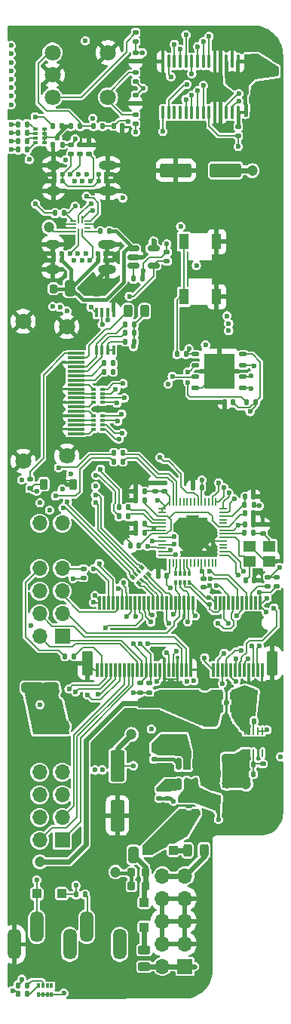
<source format=gbr>
%TF.GenerationSoftware,KiCad,Pcbnew,8.0.7*%
%TF.CreationDate,2025-01-05T12:24:48+01:00*%
%TF.ProjectId,tiliqua-motherboard,74696c69-7175-4612-9d6d-6f7468657262,rev?*%
%TF.SameCoordinates,Original*%
%TF.FileFunction,Copper,L1,Top*%
%TF.FilePolarity,Positive*%
%FSLAX46Y46*%
G04 Gerber Fmt 4.6, Leading zero omitted, Abs format (unit mm)*
G04 Created by KiCad (PCBNEW 8.0.7) date 2025-01-05 12:24:48*
%MOMM*%
%LPD*%
G01*
G04 APERTURE LIST*
G04 Aperture macros list*
%AMRoundRect*
0 Rectangle with rounded corners*
0 $1 Rounding radius*
0 $2 $3 $4 $5 $6 $7 $8 $9 X,Y pos of 4 corners*
0 Add a 4 corners polygon primitive as box body*
4,1,4,$2,$3,$4,$5,$6,$7,$8,$9,$2,$3,0*
0 Add four circle primitives for the rounded corners*
1,1,$1+$1,$2,$3*
1,1,$1+$1,$4,$5*
1,1,$1+$1,$6,$7*
1,1,$1+$1,$8,$9*
0 Add four rect primitives between the rounded corners*
20,1,$1+$1,$2,$3,$4,$5,0*
20,1,$1+$1,$4,$5,$6,$7,0*
20,1,$1+$1,$6,$7,$8,$9,0*
20,1,$1+$1,$8,$9,$2,$3,0*%
%AMRotRect*
0 Rectangle, with rotation*
0 The origin of the aperture is its center*
0 $1 length*
0 $2 width*
0 $3 Rotation angle, in degrees counterclockwise*
0 Add horizontal line*
21,1,$1,$2,0,0,$3*%
G04 Aperture macros list end*
%TA.AperFunction,SMDPad,CuDef*%
%ADD10RoundRect,0.135000X0.135000X0.185000X-0.135000X0.185000X-0.135000X-0.185000X0.135000X-0.185000X0*%
%TD*%
%TA.AperFunction,ComponentPad*%
%ADD11C,0.600000*%
%TD*%
%TA.AperFunction,ComponentPad*%
%ADD12O,1.600000X1.000000*%
%TD*%
%TA.AperFunction,ComponentPad*%
%ADD13O,2.000000X1.000000*%
%TD*%
%TA.AperFunction,ComponentPad*%
%ADD14R,1.700000X1.700000*%
%TD*%
%TA.AperFunction,ComponentPad*%
%ADD15O,1.700000X1.700000*%
%TD*%
%TA.AperFunction,SMDPad,CuDef*%
%ADD16RoundRect,0.147500X-0.147500X-0.172500X0.147500X-0.172500X0.147500X0.172500X-0.147500X0.172500X0*%
%TD*%
%TA.AperFunction,SMDPad,CuDef*%
%ADD17RoundRect,0.250000X1.500000X0.550000X-1.500000X0.550000X-1.500000X-0.550000X1.500000X-0.550000X0*%
%TD*%
%TA.AperFunction,SMDPad,CuDef*%
%ADD18R,0.400000X0.500000*%
%TD*%
%TA.AperFunction,SMDPad,CuDef*%
%ADD19R,0.300000X0.500000*%
%TD*%
%TA.AperFunction,SMDPad,CuDef*%
%ADD20RoundRect,0.125000X-0.262500X-0.125000X0.262500X-0.125000X0.262500X0.125000X-0.262500X0.125000X0*%
%TD*%
%TA.AperFunction,SMDPad,CuDef*%
%ADD21R,3.400000X4.000000*%
%TD*%
%TA.AperFunction,SMDPad,CuDef*%
%ADD22R,1.900000X0.300000*%
%TD*%
%TA.AperFunction,ComponentPad*%
%ADD23C,1.800000*%
%TD*%
%TA.AperFunction,ComponentPad*%
%ADD24C,6.400000*%
%TD*%
%TA.AperFunction,SMDPad,CuDef*%
%ADD25RoundRect,0.135000X-0.135000X-0.185000X0.135000X-0.185000X0.135000X0.185000X-0.135000X0.185000X0*%
%TD*%
%TA.AperFunction,SMDPad,CuDef*%
%ADD26RoundRect,0.243750X0.243750X0.456250X-0.243750X0.456250X-0.243750X-0.456250X0.243750X-0.456250X0*%
%TD*%
%TA.AperFunction,SMDPad,CuDef*%
%ADD27RoundRect,0.218750X-0.218750X-0.256250X0.218750X-0.256250X0.218750X0.256250X-0.218750X0.256250X0*%
%TD*%
%TA.AperFunction,SMDPad,CuDef*%
%ADD28RoundRect,0.135000X0.185000X-0.135000X0.185000X0.135000X-0.185000X0.135000X-0.185000X-0.135000X0*%
%TD*%
%TA.AperFunction,SMDPad,CuDef*%
%ADD29RoundRect,0.250000X-0.550000X1.500000X-0.550000X-1.500000X0.550000X-1.500000X0.550000X1.500000X0*%
%TD*%
%TA.AperFunction,SMDPad,CuDef*%
%ADD30R,0.500000X0.400000*%
%TD*%
%TA.AperFunction,SMDPad,CuDef*%
%ADD31R,0.500000X0.300000*%
%TD*%
%TA.AperFunction,SMDPad,CuDef*%
%ADD32RotRect,0.500000X0.400000X315.000000*%
%TD*%
%TA.AperFunction,SMDPad,CuDef*%
%ADD33RotRect,0.500000X0.300000X315.000000*%
%TD*%
%TA.AperFunction,SMDPad,CuDef*%
%ADD34RoundRect,0.140000X0.170000X-0.140000X0.170000X0.140000X-0.170000X0.140000X-0.170000X-0.140000X0*%
%TD*%
%TA.AperFunction,SMDPad,CuDef*%
%ADD35RoundRect,0.140000X0.140000X0.170000X-0.140000X0.170000X-0.140000X-0.170000X0.140000X-0.170000X0*%
%TD*%
%TA.AperFunction,SMDPad,CuDef*%
%ADD36RoundRect,0.218750X-0.256250X0.218750X-0.256250X-0.218750X0.256250X-0.218750X0.256250X0.218750X0*%
%TD*%
%TA.AperFunction,SMDPad,CuDef*%
%ADD37RoundRect,0.050000X0.050000X-0.387500X0.050000X0.387500X-0.050000X0.387500X-0.050000X-0.387500X0*%
%TD*%
%TA.AperFunction,SMDPad,CuDef*%
%ADD38RoundRect,0.050000X0.387500X-0.050000X0.387500X0.050000X-0.387500X0.050000X-0.387500X-0.050000X0*%
%TD*%
%TA.AperFunction,HeatsinkPad*%
%ADD39C,0.500000*%
%TD*%
%TA.AperFunction,HeatsinkPad*%
%ADD40R,3.200000X3.200000*%
%TD*%
%TA.AperFunction,SMDPad,CuDef*%
%ADD41RoundRect,0.135000X-0.185000X0.135000X-0.185000X-0.135000X0.185000X-0.135000X0.185000X0.135000X0*%
%TD*%
%TA.AperFunction,SMDPad,CuDef*%
%ADD42RoundRect,0.150000X0.150000X-0.512500X0.150000X0.512500X-0.150000X0.512500X-0.150000X-0.512500X0*%
%TD*%
%TA.AperFunction,SMDPad,CuDef*%
%ADD43RoundRect,0.140000X-0.140000X-0.170000X0.140000X-0.170000X0.140000X0.170000X-0.140000X0.170000X0*%
%TD*%
%TA.AperFunction,SMDPad,CuDef*%
%ADD44RoundRect,0.250000X0.650000X-0.325000X0.650000X0.325000X-0.650000X0.325000X-0.650000X-0.325000X0*%
%TD*%
%TA.AperFunction,SMDPad,CuDef*%
%ADD45RoundRect,0.250000X-0.650000X0.325000X-0.650000X-0.325000X0.650000X-0.325000X0.650000X0.325000X0*%
%TD*%
%TA.AperFunction,ComponentPad*%
%ADD46C,0.700000*%
%TD*%
%TA.AperFunction,ComponentPad*%
%ADD47C,4.400000*%
%TD*%
%TA.AperFunction,SMDPad,CuDef*%
%ADD48RoundRect,0.225000X-0.250000X0.225000X-0.250000X-0.225000X0.250000X-0.225000X0.250000X0.225000X0*%
%TD*%
%TA.AperFunction,SMDPad,CuDef*%
%ADD49RoundRect,0.250000X0.300000X-0.300000X0.300000X0.300000X-0.300000X0.300000X-0.300000X-0.300000X0*%
%TD*%
%TA.AperFunction,SMDPad,CuDef*%
%ADD50RoundRect,0.250000X0.325000X0.650000X-0.325000X0.650000X-0.325000X-0.650000X0.325000X-0.650000X0*%
%TD*%
%TA.AperFunction,SMDPad,CuDef*%
%ADD51RoundRect,0.140000X-0.170000X0.140000X-0.170000X-0.140000X0.170000X-0.140000X0.170000X0.140000X0*%
%TD*%
%TA.AperFunction,SMDPad,CuDef*%
%ADD52RoundRect,0.218750X0.218750X0.256250X-0.218750X0.256250X-0.218750X-0.256250X0.218750X-0.256250X0*%
%TD*%
%TA.AperFunction,SMDPad,CuDef*%
%ADD53R,0.400000X1.100000*%
%TD*%
%TA.AperFunction,SMDPad,CuDef*%
%ADD54RoundRect,0.218750X0.256250X-0.218750X0.256250X0.218750X-0.256250X0.218750X-0.256250X-0.218750X0*%
%TD*%
%TA.AperFunction,SMDPad,CuDef*%
%ADD55RoundRect,0.243750X-0.243750X-0.456250X0.243750X-0.456250X0.243750X0.456250X-0.243750X0.456250X0*%
%TD*%
%TA.AperFunction,SMDPad,CuDef*%
%ADD56R,1.400000X1.200000*%
%TD*%
%TA.AperFunction,SMDPad,CuDef*%
%ADD57RoundRect,0.062500X0.062500X-0.350000X0.062500X0.350000X-0.062500X0.350000X-0.062500X-0.350000X0*%
%TD*%
%TA.AperFunction,HeatsinkPad*%
%ADD58R,2.000000X1.200000*%
%TD*%
%TA.AperFunction,SMDPad,CuDef*%
%ADD59RoundRect,0.250000X-0.325000X-0.650000X0.325000X-0.650000X0.325000X0.650000X-0.325000X0.650000X0*%
%TD*%
%TA.AperFunction,SMDPad,CuDef*%
%ADD60RoundRect,0.225000X0.225000X0.250000X-0.225000X0.250000X-0.225000X-0.250000X0.225000X-0.250000X0*%
%TD*%
%TA.AperFunction,SMDPad,CuDef*%
%ADD61RoundRect,0.243750X0.456250X-0.243750X0.456250X0.243750X-0.456250X0.243750X-0.456250X-0.243750X0*%
%TD*%
%TA.AperFunction,SMDPad,CuDef*%
%ADD62RoundRect,0.036000X0.114000X0.739000X-0.114000X0.739000X-0.114000X-0.739000X0.114000X-0.739000X0*%
%TD*%
%TA.AperFunction,SMDPad,CuDef*%
%ADD63RoundRect,0.252000X0.348000X1.123000X-0.348000X1.123000X-0.348000X-1.123000X0.348000X-1.123000X0*%
%TD*%
%TA.AperFunction,SMDPad,CuDef*%
%ADD64RoundRect,0.225000X-0.225000X-0.375000X0.225000X-0.375000X0.225000X0.375000X-0.225000X0.375000X0*%
%TD*%
%TA.AperFunction,SMDPad,CuDef*%
%ADD65RoundRect,0.150000X-0.512500X-0.150000X0.512500X-0.150000X0.512500X0.150000X-0.512500X0.150000X0*%
%TD*%
%TA.AperFunction,SMDPad,CuDef*%
%ADD66RoundRect,0.250000X-0.300000X-0.300000X0.300000X-0.300000X0.300000X0.300000X-0.300000X0.300000X0*%
%TD*%
%TA.AperFunction,SMDPad,CuDef*%
%ADD67R,1.100000X1.800000*%
%TD*%
%TA.AperFunction,SMDPad,CuDef*%
%ADD68RoundRect,0.250000X0.300000X0.300000X-0.300000X0.300000X-0.300000X-0.300000X0.300000X-0.300000X0*%
%TD*%
%TA.AperFunction,SMDPad,CuDef*%
%ADD69R,2.790000X1.903000*%
%TD*%
%TA.AperFunction,SMDPad,CuDef*%
%ADD70RoundRect,0.050000X0.050000X-0.375000X0.050000X0.375000X-0.050000X0.375000X-0.050000X-0.375000X0*%
%TD*%
%TA.AperFunction,SMDPad,CuDef*%
%ADD71RoundRect,0.050000X0.275000X-0.050000X0.275000X0.050000X-0.275000X0.050000X-0.275000X-0.050000X0*%
%TD*%
%TA.AperFunction,SMDPad,CuDef*%
%ADD72RoundRect,0.100000X-0.100000X0.637500X-0.100000X-0.637500X0.100000X-0.637500X0.100000X0.637500X0*%
%TD*%
%TA.AperFunction,ComponentPad*%
%ADD73O,1.500000X3.500000*%
%TD*%
%TA.AperFunction,ViaPad*%
%ADD74C,0.600000*%
%TD*%
%TA.AperFunction,ViaPad*%
%ADD75C,1.200000*%
%TD*%
%TA.AperFunction,Conductor*%
%ADD76C,0.200000*%
%TD*%
%TA.AperFunction,Conductor*%
%ADD77C,0.600000*%
%TD*%
%TA.AperFunction,Conductor*%
%ADD78C,0.400000*%
%TD*%
%TA.AperFunction,Conductor*%
%ADD79C,0.300000*%
%TD*%
G04 APERTURE END LIST*
D10*
%TO.P,R41,1*%
%TO.N,/rp2040_jtag/I2C0_SDA*%
X13253657Y-48349999D03*
%TO.P,R41,2*%
%TO.N,MOBO_I2C_SDA*%
X12233657Y-48349999D03*
%TD*%
%TO.P,R40,1*%
%TO.N,/rp2040_jtag/I2C0_SCL*%
X13243657Y-49349999D03*
%TO.P,R40,2*%
%TO.N,MOBO_I2C_SCL*%
X12223657Y-49349999D03*
%TD*%
D11*
%TO.P,J5,A1,GND*%
%TO.N,GND*%
X5565000Y-17145000D03*
%TO.P,J5,A4,VBUS*%
%TO.N,/rp2040_jtag/RP2040_USB_VBUS*%
X6465000Y-17145000D03*
%TO.P,J5,A5,CC1*%
%TO.N,Net-(J5-CC1)*%
X7365000Y-17145000D03*
%TO.P,J5,A6,D+*%
%TO.N,/rp2040_jtag/RP2040_USB_D+*%
X8265000Y-17145000D03*
%TO.P,J5,A7,D-*%
%TO.N,/rp2040_jtag/RP2040_USB_D-*%
X9165000Y-17145000D03*
%TO.P,J5,A9,VBUS*%
%TO.N,/rp2040_jtag/RP2040_USB_VBUS*%
X10515000Y-17145000D03*
%TO.P,J5,A12,GND*%
%TO.N,GND*%
X11415000Y-17145000D03*
%TO.P,J5,B1,GND*%
X5565000Y-17895000D03*
%TO.P,J5,B4,VBUS*%
%TO.N,/rp2040_jtag/RP2040_USB_VBUS*%
X6465000Y-17895000D03*
%TO.P,J5,B5,CC2*%
%TO.N,Net-(J5-CC2)*%
X9615000Y-17895000D03*
%TO.P,J5,B6,D+*%
%TO.N,/rp2040_jtag/RP2040_USB_D+*%
X8715000Y-17895000D03*
%TO.P,J5,B7,D-*%
%TO.N,/rp2040_jtag/RP2040_USB_D-*%
X7815000Y-17895000D03*
%TO.P,J5,B9,VBUS*%
%TO.N,/rp2040_jtag/RP2040_USB_VBUS*%
X10515000Y-17895000D03*
%TO.P,J5,B12,GND*%
%TO.N,GND*%
X11415000Y-17895000D03*
D12*
%TO.P,J5,S1,SHIELD*%
X5440000Y-18950000D03*
D13*
X11540000Y-18950000D03*
D12*
X5440000Y-16090000D03*
D13*
X11540000Y-16090000D03*
%TD*%
D14*
%TO.P,J6,1,Pin_1*%
%TO.N,Net-(J6-Pin_1)*%
X20230000Y-105980000D03*
D15*
%TO.P,J6,2,Pin_2*%
X17690000Y-105980000D03*
%TO.P,J6,3,Pin_3*%
%TO.N,GND*%
X20230000Y-103440000D03*
%TO.P,J6,4,Pin_4*%
X17690000Y-103440000D03*
%TO.P,J6,5,Pin_5*%
X20230000Y-100900000D03*
%TO.P,J6,6,Pin_6*%
X17690000Y-100900000D03*
%TO.P,J6,7,Pin_7*%
X20230000Y-98360000D03*
%TO.P,J6,8,Pin_8*%
X17690000Y-98360000D03*
%TO.P,J6,9,Pin_9*%
%TO.N,Net-(J6-Pin_10)*%
X20230000Y-95820000D03*
%TO.P,J6,10,Pin_10*%
X17690000Y-95820000D03*
%TD*%
D16*
%TO.P,D11,1,K*%
%TO.N,Net-(D11-K)*%
X1500000Y-108090000D03*
%TO.P,D11,2,A*%
%TO.N,Net-(D11-A)*%
X2470000Y-108090000D03*
%TD*%
D17*
%TO.P,C33,1*%
%TO.N,+3V3*%
X24790000Y-16650000D03*
%TO.P,C33,2*%
%TO.N,GND*%
X19190000Y-16650000D03*
%TD*%
D18*
%TO.P,RN3,1,R1.1*%
%TO.N,+3V3*%
X3750000Y-109130000D03*
D19*
%TO.P,RN3,2,R2.1*%
X4250000Y-109130000D03*
%TO.P,RN3,3,R3.1*%
X4750000Y-109130000D03*
D18*
%TO.P,RN3,4,R4.1*%
X5250000Y-109130000D03*
%TO.P,RN3,5,R4.2*%
%TO.N,unconnected-(RN3D-R4.2-Pad5)*%
X5250000Y-108130000D03*
D19*
%TO.P,RN3,6,R3.2*%
%TO.N,unconnected-(RN3C-R3.2-Pad6)*%
X4750000Y-108130000D03*
%TO.P,RN3,7,R2.2*%
%TO.N,Net-(D11-A)*%
X4250000Y-108130000D03*
D18*
%TO.P,RN3,8,R1.2*%
%TO.N,Net-(D7-A)*%
X3750000Y-108130000D03*
%TD*%
D20*
%TO.P,U12,1,~{CS}*%
%TO.N,Net-(U12-~{CS})*%
X21421157Y-37294999D03*
%TO.P,U12,2,DO(IO1)*%
%TO.N,Net-(U12-DO(IO1))*%
X21421157Y-38564999D03*
%TO.P,U12,3,IO2*%
%TO.N,Net-(U12-IO2)*%
X21421157Y-39834999D03*
%TO.P,U12,4,GND*%
%TO.N,GND*%
X21421157Y-41104999D03*
%TO.P,U12,5,DI(IO0)*%
%TO.N,Net-(U12-DI(IO0))*%
X26746157Y-41104999D03*
%TO.P,U12,6,CLK*%
%TO.N,Net-(U12-CLK)*%
X26746157Y-39834999D03*
%TO.P,U12,7,IO3*%
%TO.N,Net-(U12-IO3)*%
X26746157Y-38564999D03*
%TO.P,U12,8,VCC*%
%TO.N,+3V3*%
X26746157Y-37294999D03*
D21*
%TO.P,U12,9,GND*%
%TO.N,GND*%
X24083657Y-39199999D03*
%TD*%
D22*
%TO.P,J10,1,D2+*%
%TO.N,/gpdi/CONN_D2+*%
X7965000Y-46200000D03*
%TO.P,J10,2,D2S*%
%TO.N,GND*%
X7965000Y-45700000D03*
%TO.P,J10,3,D2-*%
%TO.N,/gpdi/CONN_D2-*%
X7965000Y-45200000D03*
%TO.P,J10,4,D1+*%
%TO.N,/gpdi/CONN_D1+*%
X7965000Y-44700000D03*
%TO.P,J10,5,D1S*%
%TO.N,GND*%
X7965000Y-44200000D03*
%TO.P,J10,6,D1-*%
%TO.N,/gpdi/CONN_D1-*%
X7965000Y-43700000D03*
%TO.P,J10,7,D0+*%
%TO.N,/gpdi/CONN_D0+*%
X7965000Y-43200000D03*
%TO.P,J10,8,D0S*%
%TO.N,GND*%
X7965000Y-42700000D03*
%TO.P,J10,9,D0-*%
%TO.N,/gpdi/CONN_D0-*%
X7965000Y-42200000D03*
%TO.P,J10,10,CK+*%
%TO.N,/gpdi/CONN_CK+*%
X7965000Y-41700000D03*
%TO.P,J10,11,CKS*%
%TO.N,GND*%
X7965000Y-41200000D03*
%TO.P,J10,12,CK-*%
%TO.N,/gpdi/CONN_CK-*%
X7965000Y-40700000D03*
%TO.P,J10,13,CEC*%
%TO.N,Net-(J10-CEC)*%
X7965000Y-40200000D03*
%TO.P,J10,14,UTILITY*%
%TO.N,Net-(J10-UTILITY)*%
X7965000Y-39700000D03*
%TO.P,J10,15,SCL*%
%TO.N,Net-(J10-SCL)*%
X7965000Y-39200000D03*
%TO.P,J10,16,SDA*%
%TO.N,Net-(J10-SDA)*%
X7965000Y-38700000D03*
%TO.P,J10,17,GND*%
%TO.N,GND*%
X7965000Y-38200000D03*
%TO.P,J10,18,+5V*%
%TO.N,Net-(J10-+5V)*%
X7965000Y-37700000D03*
%TO.P,J10,19,HPD*%
%TO.N,Net-(J10-HPD)*%
X7965000Y-37200000D03*
D23*
%TO.P,J10,SH,SH*%
%TO.N,GND*%
X2065000Y-33600000D03*
X6965000Y-34200000D03*
X6965000Y-48700000D03*
X2065000Y-49300000D03*
%TD*%
D24*
%TO.P,H3,1,1*%
%TO.N,GND*%
X23615000Y-47200000D03*
%TD*%
D25*
%TO.P,R24,1*%
%TO.N,GND*%
X5420000Y-13798293D03*
%TO.P,R24,2*%
%TO.N,Net-(U2-GPIO22{slash}SPI0_SCK{slash}UART1_CTS{slash}I2C1_SDA{slash}PWM3_A{slash}CLOCK_GPIN1{slash}USB_VBUS_DET)*%
X6440000Y-13798293D03*
%TD*%
D26*
%TO.P,F1,1*%
%TO.N,Net-(J6-Pin_10)*%
X22377500Y-92950000D03*
%TO.P,F1,2*%
%TO.N,Net-(D2-A)*%
X20502500Y-92950000D03*
%TD*%
D27*
%TO.P,L2,1*%
%TO.N,-12V*%
X14215000Y-96950000D03*
%TO.P,L2,2*%
%TO.N,Net-(D3-A)*%
X15790000Y-96950000D03*
%TD*%
D28*
%TO.P,R42,1*%
%TO.N,GND*%
X28962497Y-84280595D03*
%TO.P,R42,2*%
%TO.N,Net-(U10-FB)*%
X28962497Y-83260595D03*
%TD*%
D29*
%TO.P,C21,1*%
%TO.N,+3V3*%
X12640000Y-83450000D03*
%TO.P,C21,2*%
%TO.N,GND*%
X12640000Y-89050000D03*
%TD*%
D30*
%TO.P,RN1,1,R1.1*%
%TO.N,+3V3*%
X4430000Y-13570000D03*
D31*
%TO.P,RN1,2,R2.1*%
X4430000Y-13070000D03*
%TO.P,RN1,3,R3.1*%
X4430000Y-12570000D03*
D30*
%TO.P,RN1,4,R4.1*%
X4430000Y-12070000D03*
%TO.P,RN1,5,R4.2*%
%TO.N,Net-(D17-A)*%
X3430000Y-12070000D03*
D31*
%TO.P,RN1,6,R3.2*%
%TO.N,Net-(D13-A)*%
X3430000Y-12570000D03*
%TO.P,RN1,7,R2.2*%
%TO.N,Net-(D9-A)*%
X3430000Y-13070000D03*
D30*
%TO.P,RN1,8,R1.2*%
%TO.N,Net-(D5-A)*%
X3430000Y-13570000D03*
%TD*%
D32*
%TO.P,RN5,1,R1.1*%
%TO.N,FFC_SDIN1*%
X15400434Y-61256116D03*
D33*
%TO.P,RN5,2,R2.1*%
%TO.N,FFC_SDOUT1*%
X15046880Y-61609669D03*
%TO.P,RN5,3,R3.1*%
%TO.N,FFC_LRCK*%
X14693327Y-61963222D03*
D32*
%TO.P,RN5,4,R4.1*%
%TO.N,FFC_BICK*%
X14339774Y-62316776D03*
%TO.P,RN5,5,R4.2*%
%TO.N,Net-(J8-AUD_BCLK)*%
X15046880Y-63023882D03*
D33*
%TO.P,RN5,6,R3.2*%
%TO.N,Net-(J8-G4{slash}BUS4)*%
X15400434Y-62670329D03*
%TO.P,RN5,7,R2.2*%
%TO.N,Net-(J8-G3{slash}BUS3)*%
X15753987Y-62316776D03*
D32*
%TO.P,RN5,8,R1.2*%
%TO.N,Net-(J8-G1{slash}BUS1)*%
X16107540Y-61963222D03*
%TD*%
D34*
%TO.P,C7,1*%
%TO.N,+3V3*%
X17933657Y-52679999D03*
%TO.P,C7,2*%
%TO.N,GND*%
X17933657Y-51719999D03*
%TD*%
D35*
%TO.P,C28,1*%
%TO.N,Net-(U10-EN)*%
X26027843Y-78345623D03*
%TO.P,C28,2*%
%TO.N,GND*%
X25067843Y-78345623D03*
%TD*%
D10*
%TO.P,R10,1*%
%TO.N,Net-(J4-PadS)*%
X9015000Y-97900000D03*
%TO.P,R10,2*%
%TO.N,Net-(D1-K)*%
X7995000Y-97900000D03*
%TD*%
D25*
%TO.P,R43,1*%
%TO.N,+3V3*%
X26914093Y-83288014D03*
%TO.P,R43,2*%
%TO.N,Net-(U10-FB)*%
X27934093Y-83288014D03*
%TD*%
D11*
%TO.P,J7,A1,GND*%
%TO.N,GND*%
X5498750Y-26005000D03*
%TO.P,J7,A4,VBUS*%
%TO.N,SC_USB0_VBUS*%
X6398750Y-26005000D03*
%TO.P,J7,A5,CC1*%
%TO.N,Net-(J7-CC1)*%
X7298750Y-26005000D03*
%TO.P,J7,A6,D+*%
%TO.N,SC_USB0_D+*%
X8198750Y-26005000D03*
%TO.P,J7,A7,D-*%
%TO.N,SC_USB0_D-*%
X9098750Y-26005000D03*
%TO.P,J7,A9,VBUS*%
%TO.N,SC_USB0_VBUS*%
X10448750Y-26005000D03*
%TO.P,J7,A12,GND*%
%TO.N,GND*%
X11348750Y-26005000D03*
%TO.P,J7,B1,GND*%
X5498750Y-26755000D03*
%TO.P,J7,B4,VBUS*%
%TO.N,SC_USB0_VBUS*%
X6398750Y-26755000D03*
%TO.P,J7,B5,CC2*%
%TO.N,Net-(J7-CC2)*%
X9548750Y-26755000D03*
%TO.P,J7,B6,D+*%
%TO.N,SC_USB0_D+*%
X8648750Y-26755000D03*
%TO.P,J7,B7,D-*%
%TO.N,SC_USB0_D-*%
X7748750Y-26755000D03*
%TO.P,J7,B9,VBUS*%
%TO.N,SC_USB0_VBUS*%
X10448750Y-26755000D03*
%TO.P,J7,B12,GND*%
%TO.N,GND*%
X11348750Y-26755000D03*
D12*
%TO.P,J7,S1,SHIELD*%
X5373750Y-27810000D03*
D13*
X11473750Y-27810000D03*
D12*
X5373750Y-24950000D03*
D13*
X11473750Y-24950000D03*
%TD*%
D10*
%TO.P,R20,1*%
%TO.N,SC_USB0_VBUS*%
X11740000Y-23500000D03*
%TO.P,R20,2*%
%TO.N,Net-(U8-VBUS_DET)*%
X10720000Y-23500000D03*
%TD*%
D30*
%TO.P,RN6,1,R1.1*%
%TO.N,/gpdi/CONN_D1-*%
X9934687Y-44202059D03*
D31*
%TO.P,RN6,2,R2.1*%
%TO.N,/gpdi/CONN_D1+*%
X9934687Y-44702059D03*
%TO.P,RN6,3,R3.1*%
%TO.N,/gpdi/CONN_D2-*%
X9934687Y-45202059D03*
D30*
%TO.P,RN6,4,R4.1*%
%TO.N,/gpdi/CONN_D2+*%
X9934687Y-45702059D03*
%TO.P,RN6,5,R4.2*%
%TO.N,GPDI_D2+*%
X10934687Y-45702059D03*
D31*
%TO.P,RN6,6,R3.2*%
%TO.N,GPDI_D2-*%
X10934687Y-45202059D03*
%TO.P,RN6,7,R2.2*%
%TO.N,GPDI_D1+*%
X10934687Y-44702059D03*
D30*
%TO.P,RN6,8,R1.2*%
%TO.N,GPDI_D1-*%
X10934687Y-44202059D03*
%TD*%
D36*
%TO.P,L1,1*%
%TO.N,+12V*%
X21404249Y-87165967D03*
%TO.P,L1,2*%
%TO.N,Net-(D2-K)*%
X21404249Y-88740967D03*
%TD*%
D37*
%TO.P,U2,1,IOVDD*%
%TO.N,+3V3*%
X18490000Y-60687500D03*
%TO.P,U2,2,GPIO0/SPI0_RX/UART0_TX/I2C0_SDA/PWM0_A/USB_OVCUR_DET*%
%TO.N,unconnected-(U2-GPIO0{slash}SPI0_RX{slash}UART0_TX{slash}I2C0_SDA{slash}PWM0_A{slash}USB_OVCUR_DET-Pad2)*%
X18890000Y-60687500D03*
%TO.P,U2,3,GPIO1/SPI0_CSn/UART0_RX/I2C0_SCL/PWM0_B/USB_VBUS_DET*%
%TO.N,/rp2040_jtag/SPI0_CSn*%
X19290000Y-60687500D03*
%TO.P,U2,4,GPIO2/SPI0_SCK/UART0_CTS/I2C1_SDA/PWM1_A/USB_VBUS_EN*%
%TO.N,/rp2040_jtag/SPI0_SCK*%
X19690000Y-60687500D03*
%TO.P,U2,5,GPIO3/SPI0_TX/UART0_RTS/I2C1_SCL/PWM1_B/USB_OVCUR_DET*%
%TO.N,/rp2040_jtag/SPI0_TX*%
X20090000Y-60687500D03*
%TO.P,U2,6,GPIO4/SPI0_RX/UART1_TX/I2C0_SDA/PWM2_A/USB_VBUS_DET*%
%TO.N,/rp2040_jtag/SPI0_RX*%
X20490000Y-60687500D03*
%TO.P,U2,7,GPIO5/SPI0_CSn/UART1_RX/I2C0_SCL/PWM2_B/USB_VBUS_EN*%
%TO.N,unconnected-(U2-GPIO5{slash}SPI0_CSn{slash}UART1_RX{slash}I2C0_SCL{slash}PWM2_B{slash}USB_VBUS_EN-Pad7)*%
X20890000Y-60687500D03*
%TO.P,U2,8,GPIO6/SPI0_SCK/UART1_CTS/I2C1_SDA/PWM3_A/USB_OVCUR_DET*%
%TO.N,unconnected-(U2-GPIO6{slash}SPI0_SCK{slash}UART1_CTS{slash}I2C1_SDA{slash}PWM3_A{slash}USB_OVCUR_DET-Pad8)*%
X21290000Y-60687500D03*
%TO.P,U2,9,GPIO7/SPI0_TX/UART1_RTS/I2C1_SCL/PWM3_B/USB_VBUS_DET*%
%TO.N,unconnected-(U2-GPIO7{slash}SPI0_TX{slash}UART1_RTS{slash}I2C1_SCL{slash}PWM3_B{slash}USB_VBUS_DET-Pad9)*%
X21690000Y-60687500D03*
%TO.P,U2,10,IOVDD*%
%TO.N,+3V3*%
X22090000Y-60687500D03*
%TO.P,U2,11,GPIO8/SPI1_RX/UART1_TX/I2C0_SDA/PWM4_A/USB_VBUS_EN*%
%TO.N,unconnected-(U2-GPIO8{slash}SPI1_RX{slash}UART1_TX{slash}I2C0_SDA{slash}PWM4_A{slash}USB_VBUS_EN-Pad11)*%
X22490000Y-60687500D03*
%TO.P,U2,12,GPIO9/SPI1_CSn/UART1_RX/I2C0_SCL/PWM4_B/USB_OVCUR_DET*%
%TO.N,unconnected-(U2-GPIO9{slash}SPI1_CSn{slash}UART1_RX{slash}I2C0_SCL{slash}PWM4_B{slash}USB_OVCUR_DET-Pad12)*%
X22890000Y-60687500D03*
%TO.P,U2,13,GPIO10/SPI1_SCK/UART1_CTS/I2C1_SDA/PWM5_A/USB_VBUS_DET*%
%TO.N,unconnected-(U2-GPIO10{slash}SPI1_SCK{slash}UART1_CTS{slash}I2C1_SDA{slash}PWM5_A{slash}USB_VBUS_DET-Pad13)*%
X23290000Y-60687500D03*
%TO.P,U2,14,GPIO11/SPI1_TX/UART1_RTS/I2C1_SCL/PWM5_B/USB_VBUS_EN*%
%TO.N,unconnected-(U2-GPIO11{slash}SPI1_TX{slash}UART1_RTS{slash}I2C1_SCL{slash}PWM5_B{slash}USB_VBUS_EN-Pad14)*%
X23690000Y-60687500D03*
D38*
%TO.P,U2,15,GPIO12/SPI1_RX/UART0_TX/I2C0_SDA/PWM6_A/USB_OVCUR_DET*%
%TO.N,RP2040_UART0_TX*%
X24527500Y-59850000D03*
%TO.P,U2,16,GPIO13/SPI1_CSn/UART0_RX/I2C0_SCL/PWM6_B/USB_VBUS_DET*%
%TO.N,RP2040_UART0_RX*%
X24527500Y-59450000D03*
%TO.P,U2,17,GPIO14/SPI1_SCK/UART0_CTS/I2C1_SDA/PWM7_A/USB_VBUS_EN*%
%TO.N,unconnected-(U2-GPIO14{slash}SPI1_SCK{slash}UART0_CTS{slash}I2C1_SDA{slash}PWM7_A{slash}USB_VBUS_EN-Pad17)*%
X24527500Y-59050000D03*
%TO.P,U2,18,GPIO15/SPI1_TX/UART0_RTS/I2C1_SCL/PWM7_B/USB_OVCUR_DET*%
%TO.N,unconnected-(U2-GPIO15{slash}SPI1_TX{slash}UART0_RTS{slash}I2C1_SCL{slash}PWM7_B{slash}USB_OVCUR_DET-Pad18)*%
X24527500Y-58650000D03*
%TO.P,U2,19,TESTEN(GND)*%
%TO.N,GND*%
X24527500Y-58250000D03*
%TO.P,U2,20,XIN*%
%TO.N,Net-(U2-XIN)*%
X24527500Y-57850000D03*
%TO.P,U2,21,XOUT*%
%TO.N,Net-(U2-XOUT)*%
X24527500Y-57450000D03*
%TO.P,U2,22,IOVDD*%
%TO.N,+3V3*%
X24527500Y-57050000D03*
%TO.P,U2,23,DVDD*%
%TO.N,Net-(U2-VREG_VOUT)*%
X24527500Y-56650000D03*
%TO.P,U2,24,SWCLK*%
%TO.N,unconnected-(U2-SWCLK-Pad24)*%
X24527500Y-56250000D03*
%TO.P,U2,25,SWDIO*%
%TO.N,unconnected-(U2-SWDIO-Pad25)*%
X24527500Y-55850000D03*
%TO.P,U2,26,RUN(RESET#)*%
%TO.N,Net-(U2-RUN(RESET#))*%
X24527500Y-55450000D03*
%TO.P,U2,27,GPIO16/SPI0_RX/UART0_TX/I2C0_SDA/PWM0_A/USB_VBUS_DET*%
%TO.N,ECP5_R11_TDI*%
X24527500Y-55050000D03*
%TO.P,U2,28,GPIO17/SPI0_CSn/UART0_RX/I2C0_SCL/PWM0_B/USB_VBUS_EN*%
%TO.N,ECP5_M10_TDO*%
X24527500Y-54650000D03*
D37*
%TO.P,U2,29,GPIO18/SPI0_SCK/UART0_CTS/I2C1_SDA/PWM1_A/USB_OVCUR_DET*%
%TO.N,ECP5_T10_TCK*%
X23690000Y-53812500D03*
%TO.P,U2,30,GPIO19/SPI0_TX/UART0_RTS/I2C1_SCL/PWM1_B/USB_VBUS_DET*%
%TO.N,ECP5_T11_TMS*%
X23290000Y-53812500D03*
%TO.P,U2,31,GPIO20/SPI0_RX/UART1_TX/I2C0_SDA/PWM2_A/CLOCK_GPIN0/USB_VBUS_EN*%
%TO.N,unconnected-(U2-GPIO20{slash}SPI0_RX{slash}UART1_TX{slash}I2C0_SDA{slash}PWM2_A{slash}CLOCK_GPIN0{slash}USB_VBUS_EN-Pad31)*%
X22890000Y-53812500D03*
%TO.P,U2,32,GPIO21/SPI0_CSn/UART1_RX/I2C0_SCL/PWM2_B/CLOCK_GPOUT0/USB_OVCUR_DET*%
%TO.N,unconnected-(U2-GPIO21{slash}SPI0_CSn{slash}UART1_RX{slash}I2C0_SCL{slash}PWM2_B{slash}CLOCK_GPOUT0{slash}USB_OVCUR_DET-Pad32)*%
X22490000Y-53812500D03*
%TO.P,U2,33,IOVDD*%
%TO.N,+3V3*%
X22090000Y-53812500D03*
%TO.P,U2,34,GPIO22/SPI0_SCK/UART1_CTS/I2C1_SDA/PWM3_A/CLOCK_GPIN1/USB_VBUS_DET*%
%TO.N,Net-(U2-GPIO22{slash}SPI0_SCK{slash}UART1_CTS{slash}I2C1_SDA{slash}PWM3_A{slash}CLOCK_GPIN1{slash}USB_VBUS_DET)*%
X21690000Y-53812500D03*
%TO.P,U2,35,GPIO23/SPI0_TX/UART1_RTS/I2C1_SCL/PWM3_B/CLOCK_GPOUT1/USB_VBUS_EN*%
%TO.N,unconnected-(U2-GPIO23{slash}SPI0_TX{slash}UART1_RTS{slash}I2C1_SCL{slash}PWM3_B{slash}CLOCK_GPOUT1{slash}USB_VBUS_EN-Pad35)*%
X21290000Y-53812500D03*
%TO.P,U2,36,GPIO24/SPI1_RX/UART1_TX/I2C0_SDA/PWM4_A/CLOCK_GPOUT2/USB_OVCUR_DET*%
%TO.N,unconnected-(U2-GPIO24{slash}SPI1_RX{slash}UART1_TX{slash}I2C0_SDA{slash}PWM4_A{slash}CLOCK_GPOUT2{slash}USB_OVCUR_DET-Pad36)*%
X20890000Y-53812500D03*
%TO.P,U2,37,GPIO25/SPI1_CSn/UART1_RX/I2C0_SCL/PWM4_B/CLOCK_GPOUT3/USB_VBUS_DET*%
%TO.N,unconnected-(U2-GPIO25{slash}SPI1_CSn{slash}UART1_RX{slash}I2C0_SCL{slash}PWM4_B{slash}CLOCK_GPOUT3{slash}USB_VBUS_DET-Pad37)*%
X20490000Y-53812500D03*
%TO.P,U2,38,GPIO26/ADC0/SPI1_SCK/UART1_CTS/I2C1_SDA/PWM5_A/USB_VBUS_EN*%
%TO.N,unconnected-(U2-GPIO26{slash}ADC0{slash}SPI1_SCK{slash}UART1_CTS{slash}I2C1_SDA{slash}PWM5_A{slash}USB_VBUS_EN-Pad38)*%
X20090000Y-53812500D03*
%TO.P,U2,39,GPIO27/ADC1/SPI1_TX/UART1_RTS/I2C1_SCL/PWM5_B/USB_OVCUR_DET*%
%TO.N,unconnected-(U2-GPIO27{slash}ADC1{slash}SPI1_TX{slash}UART1_RTS{slash}I2C1_SCL{slash}PWM5_B{slash}USB_OVCUR_DET-Pad39)*%
X19690000Y-53812500D03*
%TO.P,U2,40,GPIO28/ADC2/SPI1_RX/UART0_TX/I2C0_SDA/PWM6_A/USB_VBUS_DET*%
%TO.N,/rp2040_jtag/I2C0_SDA*%
X19290000Y-53812500D03*
%TO.P,U2,41,GPIO29/ADC3/SPI1_CSn/UART0_RX/I2C0_SCL/PWM6_B/USB_VBUS_EN*%
%TO.N,/rp2040_jtag/I2C0_SCL*%
X18890000Y-53812500D03*
%TO.P,U2,42,IOVDD*%
%TO.N,+3V3*%
X18490000Y-53812500D03*
D38*
%TO.P,U2,43,ADC_AVDD*%
X17652500Y-54650000D03*
%TO.P,U2,44,VREG_VIN*%
X17652500Y-55050000D03*
%TO.P,U2,45,VREG_VOUT*%
%TO.N,Net-(U2-VREG_VOUT)*%
X17652500Y-55450000D03*
%TO.P,U2,46,USB_DM*%
%TO.N,Net-(U2-USB_DM)*%
X17652500Y-55850000D03*
%TO.P,U2,47,USB_DP*%
%TO.N,Net-(U2-USB_DP)*%
X17652500Y-56250000D03*
%TO.P,U2,48,USB_VDD*%
%TO.N,+3V3*%
X17652500Y-56650000D03*
%TO.P,U2,49,IOVDD*%
X17652500Y-57050000D03*
%TO.P,U2,50,DVDD*%
%TO.N,Net-(U2-VREG_VOUT)*%
X17652500Y-57450000D03*
%TO.P,U2,51,QSPI_SD3(Soft_GPIO)*%
%TO.N,Net-(U12-IO3)*%
X17652500Y-57850000D03*
%TO.P,U2,52,QSPI_SCLK(Soft_GPIO)*%
%TO.N,Net-(U12-CLK)*%
X17652500Y-58250000D03*
%TO.P,U2,53,QSPI_SD0(Soft_GPIO)*%
%TO.N,Net-(U12-DI(IO0))*%
X17652500Y-58650000D03*
%TO.P,U2,54,QSPI_SD2(Soft_GPIO)*%
%TO.N,Net-(U12-IO2)*%
X17652500Y-59050000D03*
%TO.P,U2,55,QSPI_SD1(Soft_GPIO)*%
%TO.N,Net-(U12-DO(IO1))*%
X17652500Y-59450000D03*
%TO.P,U2,56,QSPI_SS_N(Soft_GPIO)*%
%TO.N,Net-(U12-~{CS})*%
X17652500Y-59850000D03*
D39*
%TO.P,U2,57,GND(EPAD)*%
%TO.N,GND*%
X19740000Y-58600000D03*
X22440000Y-58600000D03*
D40*
X21090000Y-57250000D03*
D39*
X19740000Y-55900000D03*
X22440000Y-55900000D03*
%TD*%
D10*
%TO.P,R44,1*%
%TO.N,+5V*%
X14533689Y-35890762D03*
%TO.P,R44,2*%
%TO.N,Net-(U3-EN)*%
X13513689Y-35890762D03*
%TD*%
D16*
%TO.P,D17,1,K*%
%TO.N,Net-(D17-K)*%
X1495000Y-11485000D03*
%TO.P,D17,2,A*%
%TO.N,Net-(D17-A)*%
X2465000Y-11485000D03*
%TD*%
D41*
%TO.P,R29,1*%
%TO.N,Net-(R14-Pad2)*%
X14690000Y-1200000D03*
%TO.P,R29,2*%
%TO.N,ENC_A*%
X14690000Y-2220000D03*
%TD*%
D14*
%TO.P,J3,1,Pin_1*%
%TO.N,EX1_1*%
X6440000Y-68950000D03*
D15*
%TO.P,J3,2,Pin_2*%
%TO.N,EX1_2*%
X6440000Y-66410000D03*
%TO.P,J3,3,Pin_3*%
%TO.N,EX1_3*%
X6440000Y-63870000D03*
%TO.P,J3,4,Pin_4*%
%TO.N,Net-(J3-Pin_4)*%
X6440000Y-61330000D03*
%TO.P,J3,5,Pin_5*%
%TO.N,GND*%
X6440000Y-58790000D03*
%TO.P,J3,6,Pin_6*%
%TO.N,+3V3*%
X6440000Y-56250000D03*
%TO.P,J3,7,Pin_7*%
%TO.N,EX1_7*%
X3900000Y-68950000D03*
%TO.P,J3,8,Pin_8*%
%TO.N,EX1_8*%
X3900000Y-66410000D03*
%TO.P,J3,9,Pin_9*%
%TO.N,EX1_9*%
X3900000Y-63870000D03*
%TO.P,J3,10,Pin_10*%
%TO.N,Net-(J3-Pin_10)*%
X3900000Y-61330000D03*
%TO.P,J3,11,Pin_11*%
%TO.N,GND*%
X3900000Y-58790000D03*
%TO.P,J3,12,Pin_12*%
%TO.N,+3V3*%
X3900000Y-56250000D03*
%TD*%
D42*
%TO.P,U5,1,FB*%
%TO.N,Net-(U5-FB)*%
X19505000Y-85550000D03*
%TO.P,U5,2,EN*%
%TO.N,+12V*%
X20455000Y-85550000D03*
%TO.P,U5,3,IN*%
X21405000Y-85550000D03*
%TO.P,U5,4,GND*%
%TO.N,GND*%
X21405000Y-83275000D03*
%TO.P,U5,5,SW*%
%TO.N,Net-(U5-SW)*%
X20455000Y-83275000D03*
%TO.P,U5,6,BST*%
%TO.N,Net-(U5-BST)*%
X19505000Y-83275000D03*
%TD*%
D43*
%TO.P,C2,1*%
%TO.N,Net-(U2-RUN(RESET#))*%
X26959999Y-53267266D03*
%TO.P,C2,2*%
%TO.N,GND*%
X27919999Y-53267266D03*
%TD*%
D44*
%TO.P,C22,1*%
%TO.N,+3V3*%
X2790000Y-74700000D03*
%TO.P,C22,2*%
%TO.N,GND*%
X2790000Y-71750000D03*
%TD*%
D18*
%TO.P,RN8,1,R1.1*%
%TO.N,EX1_2*%
X19174281Y-62902219D03*
D19*
%TO.P,RN8,2,R2.1*%
%TO.N,EX1_9*%
X19674281Y-62902219D03*
%TO.P,RN8,3,R3.1*%
%TO.N,EX2_4*%
X20174281Y-62902219D03*
D18*
%TO.P,RN8,4,R4.1*%
%TO.N,EX2_10*%
X20674281Y-62902219D03*
%TO.P,RN8,5,R4.2*%
%TO.N,/rp2040_jtag/SPI0_RX*%
X20674281Y-61902219D03*
D19*
%TO.P,RN8,6,R3.2*%
%TO.N,/rp2040_jtag/SPI0_TX*%
X20174281Y-61902219D03*
%TO.P,RN8,7,R2.2*%
%TO.N,/rp2040_jtag/SPI0_SCK*%
X19674281Y-61902219D03*
D18*
%TO.P,RN8,8,R1.2*%
%TO.N,/rp2040_jtag/SPI0_CSn*%
X19174281Y-61902219D03*
%TD*%
D45*
%TO.P,C38,1*%
%TO.N,+5V*%
X22960694Y-78532234D03*
%TO.P,C38,2*%
%TO.N,GND*%
X22960694Y-81482234D03*
%TD*%
D46*
%TO.P,H1,1,1*%
%TO.N,GND*%
X27082000Y-23758800D03*
X27565274Y-22592074D03*
X27565274Y-24925526D03*
X28732000Y-22108800D03*
D47*
X28732000Y-23758800D03*
D46*
X28732000Y-25408800D03*
X29898726Y-22592074D03*
X29898726Y-24925526D03*
X30382000Y-23758800D03*
%TD*%
D10*
%TO.P,R8,1*%
%TO.N,Net-(U12-~{CS})*%
X20335000Y-37275000D03*
%TO.P,R8,2*%
%TO.N,Net-(R8-Pad2)*%
X19315000Y-37275000D03*
%TD*%
D48*
%TO.P,C43,1*%
%TO.N,+3V3*%
X30240000Y-5650000D03*
%TO.P,C43,2*%
%TO.N,GND*%
X30240000Y-7200000D03*
%TD*%
D25*
%TO.P,R38,1*%
%TO.N,Net-(J3-Pin_10)*%
X6757529Y-71188270D03*
%TO.P,R38,2*%
%TO.N,EX1_10*%
X7777529Y-71188270D03*
%TD*%
D41*
%TO.P,R17,1*%
%TO.N,Net-(U5-FB)*%
X18281236Y-86101412D03*
%TO.P,R17,2*%
%TO.N,+5V*%
X18281236Y-87121412D03*
%TD*%
D49*
%TO.P,D3,1,K*%
%TO.N,Net-(D3-K)*%
X15662500Y-101600000D03*
%TO.P,D3,2,A*%
%TO.N,Net-(D3-A)*%
X15662500Y-98800000D03*
%TD*%
D41*
%TO.P,R22,1*%
%TO.N,Net-(R13-Pad2)*%
X14690000Y-5700000D03*
%TO.P,R22,2*%
%TO.N,ENC_S*%
X14690000Y-6720000D03*
%TD*%
D10*
%TO.P,R26,1*%
%TO.N,/gpdi/GPDI_CEC*%
X12190000Y-39251399D03*
%TO.P,R26,2*%
%TO.N,Net-(J10-CEC)*%
X11170000Y-39251399D03*
%TD*%
D50*
%TO.P,C19,1*%
%TO.N,Net-(D3-A)*%
X14440000Y-93450000D03*
%TO.P,C19,2*%
%TO.N,GND*%
X11490000Y-93450000D03*
%TD*%
D51*
%TO.P,C39,1*%
%TO.N,ENC_S*%
X14690000Y-8200000D03*
%TO.P,C39,2*%
%TO.N,GND*%
X14690000Y-9160000D03*
%TD*%
D52*
%TO.P,L5,1*%
%TO.N,Net-(U10-EN)*%
X25662906Y-75579751D03*
%TO.P,L5,2*%
%TO.N,+5V*%
X24087906Y-75579751D03*
%TD*%
D35*
%TO.P,C11,1*%
%TO.N,+3V3*%
X15670000Y-52700000D03*
%TO.P,C11,2*%
%TO.N,GND*%
X14710000Y-52700000D03*
%TD*%
D16*
%TO.P,D9,1,K*%
%TO.N,Net-(D9-K)*%
X1495000Y-13385000D03*
%TO.P,D9,2,A*%
%TO.N,Net-(D9-A)*%
X2465000Y-13385000D03*
%TD*%
D53*
%TO.P,U3,1,GND*%
%TO.N,GND*%
X12215000Y-32575000D03*
%TO.P,U3,2,VREF1*%
%TO.N,+3V3*%
X11565000Y-32575000D03*
%TO.P,U3,3,SCL1*%
%TO.N,MOBO_I2C_SCL*%
X10915000Y-32575000D03*
%TO.P,U3,4,SDA1*%
%TO.N,MOBO_I2C_SDA*%
X10265000Y-32575000D03*
%TO.P,U3,5,SDA2*%
%TO.N,Net-(J10-SDA)*%
X10265000Y-36875000D03*
%TO.P,U3,6,SCL2*%
%TO.N,Net-(J10-SCL)*%
X10915000Y-36875000D03*
%TO.P,U3,7,VREF2*%
%TO.N,Net-(U3-EN)*%
X11565000Y-36875000D03*
%TO.P,U3,8,EN*%
X12215000Y-36875000D03*
%TD*%
D34*
%TO.P,C30,1*%
%TO.N,Net-(U5-BST)*%
X16770439Y-82701286D03*
%TO.P,C30,2*%
%TO.N,Net-(U5-SW)*%
X16770439Y-81741286D03*
%TD*%
D35*
%TO.P,C3,1*%
%TO.N,+3V3*%
X18200000Y-62110000D03*
%TO.P,C3,2*%
%TO.N,GND*%
X17240000Y-62110000D03*
%TD*%
D54*
%TO.P,L6,1*%
%TO.N,Net-(D2-K)*%
X19926156Y-88753655D03*
%TO.P,L6,2*%
%TO.N,+12V*%
X19926156Y-87178655D03*
%TD*%
D35*
%TO.P,C18,1*%
%TO.N,Net-(U10-FB)*%
X27912567Y-84406989D03*
%TO.P,C18,2*%
%TO.N,+3V3*%
X26952567Y-84406989D03*
%TD*%
D28*
%TO.P,R39,1*%
%TO.N,EX1_4*%
X8822488Y-62372128D03*
%TO.P,R39,2*%
%TO.N,Net-(J3-Pin_4)*%
X8822488Y-61352128D03*
%TD*%
D55*
%TO.P,F3,1*%
%TO.N,Net-(J10-+5V)*%
X13821598Y-32463672D03*
%TO.P,F3,2*%
%TO.N,+5V*%
X15696598Y-32463672D03*
%TD*%
D28*
%TO.P,R11,1*%
%TO.N,Net-(J5-CC1)*%
X8440000Y-14818293D03*
%TO.P,R11,2*%
%TO.N,GND*%
X8440000Y-13798293D03*
%TD*%
D34*
%TO.P,C10,1*%
%TO.N,+3V3*%
X16927314Y-52679999D03*
%TO.P,C10,2*%
%TO.N,GND*%
X16927314Y-51719999D03*
%TD*%
D56*
%TO.P,Y1,1,1*%
%TO.N,Net-(U2-XIN)*%
X27456811Y-60510800D03*
%TO.P,Y1,2,2*%
%TO.N,GND*%
X29656811Y-60510800D03*
%TO.P,Y1,3,3*%
%TO.N,Net-(C15-Pad1)*%
X29656811Y-58810800D03*
%TO.P,Y1,4,4*%
%TO.N,GND*%
X27456811Y-58810800D03*
%TD*%
D43*
%TO.P,C5,1*%
%TO.N,+3V3*%
X26943353Y-56400000D03*
%TO.P,C5,2*%
%TO.N,GND*%
X27903353Y-56400000D03*
%TD*%
D52*
%TO.P,L4,1*%
%TO.N,Net-(U10-EN)*%
X25662906Y-77089751D03*
%TO.P,L4,2*%
%TO.N,+5V*%
X24087906Y-77089751D03*
%TD*%
D41*
%TO.P,R33,1*%
%TO.N,+3V3*%
X18190000Y-25823593D03*
%TO.P,R33,2*%
%TO.N,USB_VBUS_EN*%
X18190000Y-26843593D03*
%TD*%
D28*
%TO.P,R32,1*%
%TO.N,MOBO_LED_OE*%
X26215000Y-12760000D03*
%TO.P,R32,2*%
%TO.N,+3V3*%
X26215000Y-11740000D03*
%TD*%
%TO.P,R31,1*%
%TO.N,GPDI_HPD*%
X2840000Y-52370000D03*
%TO.P,R31,2*%
%TO.N,Net-(J10-HPD)*%
X2840000Y-51350000D03*
%TD*%
D57*
%TO.P,U10,1,OUT*%
%TO.N,+3V3*%
X26940000Y-82012500D03*
%TO.P,U10,2,OUT*%
X27440000Y-82012500D03*
%TO.P,U10,3,FB*%
%TO.N,Net-(U10-FB)*%
X27940000Y-82012500D03*
%TO.P,U10,4,GND*%
%TO.N,GND*%
X28440000Y-82012500D03*
%TO.P,U10,5,PG*%
%TO.N,unconnected-(U10-PG-Pad5)*%
X28940000Y-82012500D03*
%TO.P,U10,6,SS_CTRL*%
%TO.N,Net-(U10-EN)*%
X28940000Y-79587500D03*
%TO.P,U10,7,EN*%
X28440000Y-79587500D03*
%TO.P,U10,8,NR/SS*%
%TO.N,Net-(U10-NR{slash}SS)*%
X27940000Y-79587500D03*
%TO.P,U10,9,IN*%
%TO.N,Net-(U10-EN)*%
X27440000Y-79587500D03*
%TO.P,U10,10,IN*%
X26940000Y-79587500D03*
D39*
%TO.P,U10,11,GND*%
%TO.N,GND*%
X27190000Y-81150000D03*
X27940000Y-81150000D03*
X28690000Y-81150000D03*
D58*
X27940000Y-80800000D03*
D39*
X27190000Y-80450000D03*
X27940000Y-80450000D03*
X28690000Y-80450000D03*
%TD*%
D28*
%TO.P,R13,1*%
%TO.N,+3V3*%
X14690000Y-11460000D03*
%TO.P,R13,2*%
%TO.N,Net-(R13-Pad2)*%
X14690000Y-10440000D03*
%TD*%
D43*
%TO.P,C1,1*%
%TO.N,GND*%
X24695000Y-42705000D03*
%TO.P,C1,2*%
%TO.N,+3V3*%
X25655000Y-42705000D03*
%TD*%
D10*
%TO.P,R14,1*%
%TO.N,+3V3*%
X6400000Y-11700000D03*
%TO.P,R14,2*%
%TO.N,Net-(R14-Pad2)*%
X5380000Y-11700000D03*
%TD*%
D50*
%TO.P,C20,1*%
%TO.N,GND*%
X22915000Y-90620474D03*
%TO.P,C20,2*%
%TO.N,Net-(D2-K)*%
X19965000Y-90620474D03*
%TD*%
D59*
%TO.P,C26,1*%
%TO.N,SC_USB0_VBUS*%
X7305000Y-29870000D03*
%TO.P,C26,2*%
%TO.N,GND*%
X10255000Y-29870000D03*
%TD*%
D35*
%TO.P,C9,1*%
%TO.N,+3V3*%
X15670000Y-56300000D03*
%TO.P,C9,2*%
%TO.N,GND*%
X14710000Y-56300000D03*
%TD*%
D60*
%TO.P,C27,1*%
%TO.N,SC_USB0_VBUS*%
X5465000Y-29950000D03*
%TO.P,C27,2*%
%TO.N,GND*%
X3915000Y-29950000D03*
%TD*%
D23*
%TO.P,SW3,A,A*%
%TO.N,Net-(R21-Pad2)*%
X5340000Y-3450000D03*
%TO.P,SW3,B,B*%
%TO.N,Net-(R14-Pad2)*%
X5340000Y-8450000D03*
%TO.P,SW3,C,C*%
%TO.N,GND*%
X5340000Y-5950000D03*
%TO.P,SW3,S1,S1*%
X11590000Y-3450000D03*
%TO.P,SW3,S2,S2*%
%TO.N,Net-(R13-Pad2)*%
X11590000Y-8450000D03*
%TD*%
D44*
%TO.P,C24,1*%
%TO.N,+3V3*%
X5115000Y-74700000D03*
%TO.P,C24,2*%
%TO.N,GND*%
X5115000Y-71750000D03*
%TD*%
D61*
%TO.P,F2,1*%
%TO.N,Net-(J6-Pin_1)*%
X15662500Y-106000000D03*
%TO.P,F2,2*%
%TO.N,Net-(D3-K)*%
X15662500Y-104125000D03*
%TD*%
D45*
%TO.P,C42,1*%
%TO.N,+3V3*%
X28340000Y-5750000D03*
%TO.P,C42,2*%
%TO.N,GND*%
X28340000Y-8700000D03*
%TD*%
D14*
%TO.P,J2,1,Pin_1*%
%TO.N,EX2_1*%
X6440000Y-91810000D03*
D15*
%TO.P,J2,2,Pin_2*%
%TO.N,EX2_2*%
X6440000Y-89270000D03*
%TO.P,J2,3,Pin_3*%
%TO.N,EX2_3*%
X6440000Y-86730000D03*
%TO.P,J2,4,Pin_4*%
%TO.N,Net-(J2-Pin_4)*%
X6440000Y-84190000D03*
%TO.P,J2,5,Pin_5*%
%TO.N,GND*%
X6440000Y-81650000D03*
%TO.P,J2,6,Pin_6*%
%TO.N,+3V3*%
X6440000Y-79110000D03*
%TO.P,J2,7,Pin_7*%
%TO.N,EX2_7*%
X3900000Y-91810000D03*
%TO.P,J2,8,Pin_8*%
%TO.N,EX2_8*%
X3900000Y-89270000D03*
%TO.P,J2,9,Pin_9*%
%TO.N,EX2_9*%
X3900000Y-86730000D03*
%TO.P,J2,10,Pin_10*%
%TO.N,Net-(J2-Pin_10)*%
X3900000Y-84190000D03*
%TO.P,J2,11,Pin_11*%
%TO.N,GND*%
X3900000Y-81650000D03*
%TO.P,J2,12,Pin_12*%
%TO.N,+3V3*%
X3900000Y-79110000D03*
%TD*%
D25*
%TO.P,R25,1*%
%TO.N,Net-(J10-SDA)*%
X13496951Y-33915698D03*
%TO.P,R25,2*%
%TO.N,+5V*%
X14516951Y-33915698D03*
%TD*%
D44*
%TO.P,C32,1*%
%TO.N,+3V3*%
X25280137Y-82706662D03*
%TO.P,C32,2*%
%TO.N,GND*%
X25280137Y-79756662D03*
%TD*%
D25*
%TO.P,R7,1*%
%TO.N,/rp2040_jtag/RP2040_USB_D+*%
X12830000Y-55475000D03*
%TO.P,R7,2*%
%TO.N,Net-(U2-USB_DP)*%
X13850000Y-55475000D03*
%TD*%
%TO.P,R6,1*%
%TO.N,/rp2040_jtag/RP2040_USB_D-*%
X12830000Y-54475000D03*
%TO.P,R6,2*%
%TO.N,Net-(U2-USB_DM)*%
X13850000Y-54475000D03*
%TD*%
D41*
%TO.P,R18,1*%
%TO.N,GND*%
X18280038Y-84205632D03*
%TO.P,R18,2*%
%TO.N,Net-(U5-FB)*%
X18280038Y-85225632D03*
%TD*%
D28*
%TO.P,R16,1*%
%TO.N,MIDI_RX*%
X29540000Y-63300000D03*
%TO.P,R16,2*%
%TO.N,Net-(R15-Pad1)*%
X29540000Y-62280000D03*
%TD*%
D35*
%TO.P,C12,1*%
%TO.N,Net-(U2-VREG_VOUT)*%
X15670000Y-53700000D03*
%TO.P,C12,2*%
%TO.N,GND*%
X14710000Y-53700000D03*
%TD*%
D62*
%TO.P,J8,1,GND*%
%TO.N,GND*%
X28890000Y-72709400D03*
%TO.P,J8,2,3.3V*%
%TO.N,+3V3*%
X28640000Y-65159400D03*
%TO.P,J8,3,USB_D+*%
%TO.N,SC_USB0_D+*%
X28390000Y-72709400D03*
%TO.P,J8,4,3.3V_EN*%
%TO.N,unconnected-(J8-3.3V_EN-Pad4)*%
X28140000Y-65159400D03*
%TO.P,J8,5,USB_D-*%
%TO.N,SC_USB0_D-*%
X27890000Y-72709400D03*
%TO.P,J8,6,~{RESET}*%
%TO.N,MIDI_RX*%
X27640000Y-65159400D03*
%TO.P,J8,7,GND*%
%TO.N,GND*%
X27390000Y-72709400D03*
%TO.P,J8,8,G11*%
%TO.N,ENC_A*%
X27140000Y-65159400D03*
%TO.P,J8,9,USB_VIN*%
%TO.N,SC_USB0_VBUS*%
X26890000Y-72709400D03*
%TO.P,J8,10,D0*%
%TO.N,ECP5_T10_TCK*%
X26640000Y-65159400D03*
%TO.P,J8,11,~{BOOT}*%
%TO.N,MOBO_LED_OE*%
X26390000Y-72709400D03*
%TO.P,J8,12,I2C_SDA*%
%TO.N,ENC_B*%
X26140000Y-65159400D03*
%TO.P,J8,13,RTS1*%
%TO.N,EX2_9*%
X25890000Y-72709400D03*
%TO.P,J8,14,I2C_SCL*%
%TO.N,EX2_3*%
X25640000Y-65159400D03*
%TO.P,J8,15,CTS1*%
%TO.N,EX2_8*%
X25390000Y-72709400D03*
%TO.P,J8,16,I2C_~{INT}*%
%TO.N,SC_USB0_ID*%
X25140000Y-65159400D03*
%TO.P,J8,17,TX1*%
%TO.N,RP2040_UART0_RX*%
X24890000Y-72709400D03*
%TO.P,J8,18,D1/CAM_TRIG*%
%TO.N,ECP5_R11_TDI*%
X24640000Y-65159400D03*
%TO.P,J8,19,RX1*%
%TO.N,RP2040_UART0_TX*%
X24390000Y-72709400D03*
%TO.P,J8,20,RX2*%
%TO.N,EX2_4*%
X24140000Y-65159400D03*
%TO.P,J8,21,SWDCK*%
%TO.N,ECP5_T11_TMS*%
X23890000Y-72709400D03*
%TO.P,J8,22,TX2*%
%TO.N,EX2_10*%
X23640000Y-65159400D03*
%TO.P,J8,23,SWDIO*%
%TO.N,ECP5_M10_TDO*%
X23390000Y-72709400D03*
%TO.P,J8,32,PWM0*%
%TO.N,USB_VBUS_EN*%
X21140000Y-65159400D03*
%TO.P,J8,33,GND*%
%TO.N,GND*%
X20890000Y-72709400D03*
%TO.P,J8,34,A0*%
%TO.N,EX1_9*%
X20640000Y-65159400D03*
%TO.P,J8,35,USBHOST_D+*%
%TO.N,EX1_8*%
X20390000Y-72709400D03*
%TO.P,J8,36,GND*%
%TO.N,GND*%
X20140000Y-65159400D03*
%TO.P,J8,37,USBHOST_D-*%
%TO.N,GPDI_HPD*%
X19890000Y-72709400D03*
%TO.P,J8,38,A1*%
%TO.N,EX1_2*%
X19640000Y-65159400D03*
%TO.P,J8,39,GND*%
%TO.N,GND*%
X19390000Y-72709400D03*
%TO.P,J8,40,G0/BUS0*%
%TO.N,PLL_CLK1*%
X19140000Y-65159400D03*
%TO.P,J8,41,CAN-RX*%
%TO.N,EX1_4*%
X18890000Y-72709400D03*
%TO.P,J8,42,G1/BUS1*%
%TO.N,Net-(J8-G1{slash}BUS1)*%
X18640000Y-65159400D03*
%TO.P,J8,43,CAN-TX*%
%TO.N,ENC_S*%
X18390000Y-72709400D03*
%TO.P,J8,44,G2/BUS2*%
%TO.N,PLL_CLK0*%
X18140000Y-65159400D03*
%TO.P,J8,45,GND*%
%TO.N,GND*%
X17890000Y-72709400D03*
%TO.P,J8,46,G3/BUS3*%
%TO.N,Net-(J8-G3{slash}BUS3)*%
X17640000Y-65159400D03*
%TO.P,J8,47,PWM1*%
%TO.N,USB_INT*%
X17390000Y-72709400D03*
%TO.P,J8,48,G4/BUS4*%
%TO.N,Net-(J8-G4{slash}BUS4)*%
X17140000Y-65159400D03*
%TO.P,J8,49,BATT_VIN/3*%
%TO.N,unconnected-(J8-BATT_VIN{slash}3-Pad49)*%
X16890000Y-72709400D03*
%TO.P,J8,50,AUD_BCLK*%
%TO.N,Net-(J8-AUD_BCLK)*%
X16640000Y-65159400D03*
%TO.P,J8,51,I2C_SDA1*%
%TO.N,MOBO_I2C_SDA*%
X16390000Y-72709400D03*
%TO.P,J8,52,AUD_LRCLK*%
%TO.N,GPDI_CK+*%
X16140000Y-65159400D03*
%TO.P,J8,53,I2C_SCL1*%
%TO.N,MOBO_I2C_SCL*%
X15890000Y-72709400D03*
%TO.P,J8,54,AUD_IN/CAM_PCLK*%
%TO.N,GPDI_CK-*%
X15640000Y-65159400D03*
%TO.P,J8,55,SPI_~{CS}*%
%TO.N,EX1_1*%
X15390000Y-72709400D03*
%TO.P,J8,56,AUD_OUT/CAM_MCLK*%
%TO.N,FFC_PDN_CLK*%
X15140000Y-65159400D03*
%TO.P,J8,57,SPI_SCK*%
%TO.N,EX1_7*%
X14890000Y-72709400D03*
%TO.P,J8,58,AUD_MCLK*%
%TO.N,GPDI_D0-*%
X14640000Y-65159400D03*
%TO.P,J8,59,SPI_SDO*%
%TO.N,EX2_1*%
X14390000Y-72709400D03*
%TO.P,J8,60,SPI_SCK1/SDIO_CLK*%
%TO.N,GPDI_D0+*%
X14140000Y-65159400D03*
%TO.P,J8,61,SPI_SDI*%
%TO.N,EX2_7*%
X13890000Y-72709400D03*
%TO.P,J8,62,SPI_SDO1/SDIO_CMD*%
%TO.N,GPDI_D1+*%
X13640000Y-65159400D03*
%TO.P,J8,63,G10/ADC_D+/CAM_VSYNC*%
%TO.N,EX2_2*%
X13390000Y-72709400D03*
%TO.P,J8,64,SPI_SDI1/SDIO_DATA0*%
%TO.N,GPDI_D1-*%
X13140000Y-65159400D03*
%TO.P,J8,65,G9/ADC_D-/CAM_HSYNC*%
%TO.N,FFC_PDN_D*%
X12890000Y-72709400D03*
%TO.P,J8,66,SDIO_DATA1*%
%TO.N,EX1_3*%
X12640000Y-65159400D03*
%TO.P,J8,67,G8*%
%TO.N,Net-(J8-G8)*%
X12390000Y-72709400D03*
%TO.P,J8,68,SDIO_DATA2*%
%TO.N,GPDI_D2+*%
X12140000Y-65159400D03*
%TO.P,J8,69,G7/BUS7*%
%TO.N,Net-(J8-G7{slash}BUS7)*%
X11890000Y-72709400D03*
%TO.P,J8,70,SPI_~{CS1}/SDIO_DATA3*%
%TO.N,GPDI_D2-*%
X11640000Y-65159400D03*
%TO.P,J8,71,G6/BUS6*%
%TO.N,Net-(J8-G6{slash}BUS6)*%
X11390000Y-72709400D03*
%TO.P,J8,72,RTC_3V*%
%TO.N,unconnected-(J8-RTC_3V-Pad72)*%
X11140000Y-65159400D03*
%TO.P,J8,73,G5/BUS5*%
%TO.N,EX1_10*%
X10890000Y-72709400D03*
%TO.P,J8,74,3.3V*%
%TO.N,+3V3*%
X10640000Y-65159400D03*
%TO.P,J8,75,GND*%
%TO.N,GND*%
X10390000Y-72709400D03*
D63*
%TO.P,J8,S1,GND*%
X29990000Y-71934400D03*
%TO.P,J8,S2,GND*%
X9290000Y-71934400D03*
%TD*%
D64*
%TO.P,D4,1,K*%
%TO.N,GPDI_HPD*%
X4365000Y-51875000D03*
%TO.P,D4,2,A*%
%TO.N,GND*%
X7665000Y-51875000D03*
%TD*%
D43*
%TO.P,C13,1*%
%TO.N,Net-(U2-VREG_VOUT)*%
X26960000Y-55125000D03*
%TO.P,C13,2*%
%TO.N,GND*%
X27920000Y-55125000D03*
%TD*%
D10*
%TO.P,R19,1*%
%TO.N,SC_USB0_ID*%
X6650000Y-21450000D03*
%TO.P,R19,2*%
%TO.N,+3V3*%
X5630000Y-21450000D03*
%TD*%
D41*
%TO.P,R15,1*%
%TO.N,Net-(R15-Pad1)*%
X30515000Y-62290000D03*
%TO.P,R15,2*%
%TO.N,+3V3*%
X30515000Y-63310000D03*
%TD*%
D43*
%TO.P,C16,1*%
%TO.N,Net-(U2-XIN)*%
X27046309Y-62651682D03*
%TO.P,C16,2*%
%TO.N,GND*%
X28006309Y-62651682D03*
%TD*%
D65*
%TO.P,U9,1,OUT*%
%TO.N,SC_USB0_VBUS*%
X14415000Y-25433593D03*
%TO.P,U9,2,GND*%
%TO.N,GND*%
X14415000Y-26383593D03*
%TO.P,U9,3,~{FLG}*%
%TO.N,/usbc/~{USB_VBUS_FLG}*%
X14415000Y-27333593D03*
%TO.P,U9,4,~{EN}*%
%TO.N,USB_VBUS_EN*%
X16690000Y-27333593D03*
%TO.P,U9,5,IN*%
%TO.N,+5V*%
X16690000Y-25433593D03*
%TD*%
D10*
%TO.P,R28,1*%
%TO.N,/gpdi/GPDI_UTIL*%
X12190000Y-38300000D03*
%TO.P,R28,2*%
%TO.N,Net-(J10-UTILITY)*%
X11170000Y-38300000D03*
%TD*%
D16*
%TO.P,D5,1,K*%
%TO.N,Net-(D5-K)*%
X1500000Y-14325000D03*
%TO.P,D5,2,A*%
%TO.N,Net-(D5-A)*%
X2470000Y-14325000D03*
%TD*%
%TO.P,D7,1,K*%
%TO.N,Net-(D7-K)*%
X1500000Y-109080000D03*
%TO.P,D7,2,A*%
%TO.N,Net-(D7-A)*%
X2470000Y-109080000D03*
%TD*%
D10*
%TO.P,R27,1*%
%TO.N,+3V3*%
X15440000Y-28833593D03*
%TO.P,R27,2*%
%TO.N,/usbc/~{USB_VBUS_FLG}*%
X14420000Y-28833593D03*
%TD*%
D59*
%TO.P,C29,1*%
%TO.N,Net-(U10-EN)*%
X27240374Y-75949999D03*
%TO.P,C29,2*%
%TO.N,GND*%
X30190374Y-75949999D03*
%TD*%
D66*
%TO.P,D2,1,K*%
%TO.N,Net-(D2-K)*%
X16140000Y-92950000D03*
%TO.P,D2,2,A*%
%TO.N,Net-(D2-A)*%
X18940000Y-92950000D03*
%TD*%
D10*
%TO.P,R3,1*%
%TO.N,+3V3*%
X28135000Y-42675000D03*
%TO.P,R3,2*%
%TO.N,Net-(U12-~{CS})*%
X27115000Y-42675000D03*
%TD*%
D67*
%TO.P,SW2,1,1*%
%TO.N,GND*%
X23790001Y-24650000D03*
X23790001Y-30850000D03*
%TO.P,SW2,2,2*%
%TO.N,Net-(R8-Pad2)*%
X20089999Y-24650000D03*
X20089999Y-30850000D03*
%TD*%
D43*
%TO.P,C25,1*%
%TO.N,+12V*%
X23940000Y-88450000D03*
%TO.P,C25,2*%
%TO.N,GND*%
X24900000Y-88450000D03*
%TD*%
%TO.P,C17,1*%
%TO.N,Net-(U10-NR{slash}SS)*%
X27960000Y-78450000D03*
%TO.P,C17,2*%
%TO.N,GND*%
X28920000Y-78450000D03*
%TD*%
D41*
%TO.P,R1,1*%
%TO.N,MOBO_I2C_SCL*%
X15165000Y-74215000D03*
%TO.P,R1,2*%
%TO.N,+3V3*%
X15165000Y-75235000D03*
%TD*%
D68*
%TO.P,D1,1,K*%
%TO.N,Net-(D1-K)*%
X6390000Y-97825000D03*
%TO.P,D1,2,A*%
%TO.N,Net-(D1-A)*%
X3590000Y-97825000D03*
%TD*%
D51*
%TO.P,C41,1*%
%TO.N,ENC_A*%
X14690000Y-3470000D03*
%TO.P,C41,2*%
%TO.N,GND*%
X14690000Y-4430000D03*
%TD*%
D16*
%TO.P,D13,1,K*%
%TO.N,Net-(D13-K)*%
X1505000Y-12435000D03*
%TO.P,D13,2,A*%
%TO.N,Net-(D13-A)*%
X2475000Y-12435000D03*
%TD*%
D34*
%TO.P,C15,1*%
%TO.N,Net-(C15-Pad1)*%
X28960274Y-57385395D03*
%TO.P,C15,2*%
%TO.N,GND*%
X28960274Y-56425395D03*
%TD*%
D28*
%TO.P,R12,1*%
%TO.N,Net-(J5-CC2)*%
X9430000Y-14818293D03*
%TO.P,R12,2*%
%TO.N,GND*%
X9430000Y-13798293D03*
%TD*%
D44*
%TO.P,C23,1*%
%TO.N,+12V*%
X23330380Y-87309233D03*
%TO.P,C23,2*%
%TO.N,GND*%
X23330380Y-84359233D03*
%TD*%
D43*
%TO.P,C40,1*%
%TO.N,ENC_B*%
X12230000Y-11700000D03*
%TO.P,C40,2*%
%TO.N,GND*%
X13190000Y-11700000D03*
%TD*%
D51*
%TO.P,C4,1*%
%TO.N,+3V3*%
X22290940Y-62469999D03*
%TO.P,C4,2*%
%TO.N,GND*%
X22290940Y-63429999D03*
%TD*%
D10*
%TO.P,R5,1*%
%TO.N,Net-(C15-Pad1)*%
X27940000Y-57350000D03*
%TO.P,R5,2*%
%TO.N,Net-(U2-XOUT)*%
X26920000Y-57350000D03*
%TD*%
D48*
%TO.P,C34,1*%
%TO.N,+5V*%
X15447765Y-76442234D03*
%TO.P,C34,2*%
%TO.N,GND*%
X15447765Y-77992234D03*
%TD*%
D41*
%TO.P,R2,1*%
%TO.N,MOBO_I2C_SDA*%
X16215000Y-74215000D03*
%TO.P,R2,2*%
%TO.N,+3V3*%
X16215000Y-75235000D03*
%TD*%
D69*
%TO.P,L3,1*%
%TO.N,Net-(U5-SW)*%
X19005905Y-80823882D03*
%TO.P,L3,2*%
%TO.N,+5V*%
X19005905Y-75970882D03*
%TD*%
D46*
%TO.P,H2,1,1*%
%TO.N,GND*%
X27082000Y-88842074D03*
X27565274Y-87675348D03*
X27565274Y-90008800D03*
X28732000Y-87192074D03*
D47*
X28732000Y-88842074D03*
D46*
X28732000Y-90492074D03*
X29898726Y-87675348D03*
X29898726Y-90008800D03*
X30382000Y-88842074D03*
%TD*%
D25*
%TO.P,R30,1*%
%TO.N,Net-(R21-Pad2)*%
X9940000Y-11700000D03*
%TO.P,R30,2*%
%TO.N,ENC_B*%
X10960000Y-11700000D03*
%TD*%
D51*
%TO.P,C31,1*%
%TO.N,Net-(U5-FB)*%
X17327542Y-86140624D03*
%TO.P,C31,2*%
%TO.N,+5V*%
X17327542Y-87100624D03*
%TD*%
D25*
%TO.P,R9,1*%
%TO.N,Net-(J10-SCL)*%
X13508109Y-34908810D03*
%TO.P,R9,2*%
%TO.N,+5V*%
X14528109Y-34908810D03*
%TD*%
D70*
%TO.P,U8,1,CC1*%
%TO.N,Net-(J7-CC1)*%
X8269220Y-23656686D03*
%TO.P,U8,2,CC2*%
%TO.N,Net-(J7-CC2)*%
X8669220Y-23656686D03*
D71*
%TO.P,U8,3,VBUS_DET*%
%TO.N,Net-(U8-VBUS_DET)*%
X9294220Y-23531686D03*
%TO.P,U8,4,DIR*%
%TO.N,/usbc/~{USB_DIR}*%
X9294220Y-23131686D03*
%TO.P,U8,5,ADDR*%
%TO.N,GND*%
X9294220Y-22731686D03*
%TO.P,U8,6,~{INT}/OUT3*%
%TO.N,USB_INT*%
X9294220Y-22331686D03*
D70*
%TO.P,U8,7,SDA/OUT1*%
%TO.N,MOBO_I2C_SDA*%
X8669220Y-22206686D03*
%TO.P,U8,8,SCL/OUT2*%
%TO.N,MOBO_I2C_SCL*%
X8269220Y-22206686D03*
D71*
%TO.P,U8,9,ID*%
%TO.N,SC_USB0_ID*%
X7644220Y-22331686D03*
%TO.P,U8,10,GND*%
%TO.N,GND*%
X7644220Y-22731686D03*
%TO.P,U8,11,~{EN}*%
X7644220Y-23131686D03*
%TO.P,U8,12,VDD*%
%TO.N,+5V*%
X7644220Y-23531686D03*
%TD*%
D35*
%TO.P,C14,1*%
%TO.N,Net-(U2-VREG_VOUT)*%
X15070000Y-58760000D03*
%TO.P,C14,2*%
%TO.N,GND*%
X14110000Y-58760000D03*
%TD*%
D10*
%TO.P,R4,1*%
%TO.N,+3V3*%
X27945642Y-54200000D03*
%TO.P,R4,2*%
%TO.N,Net-(U2-RUN(RESET#))*%
X26925642Y-54200000D03*
%TD*%
D72*
%TO.P,U7,1,A0*%
%TO.N,+3V3*%
X26190000Y-4450000D03*
%TO.P,U7,2,A1*%
%TO.N,GND*%
X25540000Y-4450000D03*
%TO.P,U7,3,A2*%
%TO.N,+3V3*%
X24890000Y-4450000D03*
%TO.P,U7,4,A3*%
%TO.N,GND*%
X24240000Y-4450000D03*
%TO.P,U7,5,A4*%
X23590000Y-4450000D03*
%TO.P,U7,6,LED0*%
%TO.N,Net-(D5-K)*%
X22940000Y-4450000D03*
%TO.P,U7,7,LED1*%
%TO.N,Net-(D9-K)*%
X22290000Y-4450000D03*
%TO.P,U7,8,LED2*%
%TO.N,Net-(D13-K)*%
X21640000Y-4450000D03*
%TO.P,U7,9,LED3*%
%TO.N,Net-(D17-K)*%
X20990000Y-4450000D03*
%TO.P,U7,10,LED4*%
%TO.N,Net-(D6-K)*%
X20340000Y-4450000D03*
%TO.P,U7,11,LED5*%
%TO.N,Net-(D10-K)*%
X19690000Y-4450000D03*
%TO.P,U7,12,LED6*%
%TO.N,Net-(D14-K)*%
X19040000Y-4450000D03*
%TO.P,U7,13,LED7*%
%TO.N,Net-(D18-K)*%
X18390000Y-4450000D03*
%TO.P,U7,14,VSS*%
%TO.N,GND*%
X17740000Y-4450000D03*
%TO.P,U7,15,LED8*%
%TO.N,Net-(D7-K)*%
X17740000Y-10175000D03*
%TO.P,U7,16,LED9*%
%TO.N,Net-(D11-K)*%
X18390000Y-10175000D03*
%TO.P,U7,17,LED10*%
%TO.N,unconnected-(U7-LED10-Pad17)*%
X19040000Y-10175000D03*
%TO.P,U7,18,LED11*%
%TO.N,unconnected-(U7-LED11-Pad18)*%
X19690000Y-10175000D03*
%TO.P,U7,19,LED12*%
%TO.N,Net-(D8-K)*%
X20340000Y-10175000D03*
%TO.P,U7,20,LED13*%
%TO.N,Net-(D12-K)*%
X20990000Y-10175000D03*
%TO.P,U7,21,LED14*%
%TO.N,Net-(D16-K)*%
X21640000Y-10175000D03*
%TO.P,U7,22,LED15*%
%TO.N,Net-(D20-K)*%
X22290000Y-10175000D03*
%TO.P,U7,23,~{OE}*%
%TO.N,MOBO_LED_OE*%
X22940000Y-10175000D03*
%TO.P,U7,24,A5*%
%TO.N,GND*%
X23590000Y-10175000D03*
%TO.P,U7,25,A6*%
X24240000Y-10175000D03*
%TO.P,U7,26,SCL*%
%TO.N,MOBO_I2C_SCL*%
X24890000Y-10175000D03*
%TO.P,U7,27,SDA*%
%TO.N,MOBO_I2C_SDA*%
X25540000Y-10175000D03*
%TO.P,U7,28,VDD*%
%TO.N,+3V3*%
X26190000Y-10175000D03*
%TD*%
D35*
%TO.P,C6,1*%
%TO.N,+3V3*%
X22103870Y-52204428D03*
%TO.P,C6,2*%
%TO.N,GND*%
X21143870Y-52204428D03*
%TD*%
D73*
%TO.P,J4,G*%
%TO.N,GND*%
X1090000Y-103507736D03*
%TO.P,J4,S*%
%TO.N,Net-(J4-PadS)*%
X9190000Y-101507736D03*
%TO.P,J4,SN*%
%TO.N,unconnected-(J4-PadSN)*%
X7290000Y-103507736D03*
%TO.P,J4,T*%
%TO.N,Net-(D1-A)*%
X3590000Y-101507736D03*
%TO.P,J4,TN*%
%TO.N,unconnected-(J4-PadTN)*%
X12890000Y-103507736D03*
%TD*%
D35*
%TO.P,C8,1*%
%TO.N,+3V3*%
X15670000Y-57300000D03*
%TO.P,C8,2*%
%TO.N,GND*%
X14710000Y-57300000D03*
%TD*%
D30*
%TO.P,RN7,1,R1.1*%
%TO.N,/gpdi/CONN_CK-*%
X9938079Y-41204924D03*
D31*
%TO.P,RN7,2,R2.1*%
%TO.N,/gpdi/CONN_CK+*%
X9938079Y-41704924D03*
%TO.P,RN7,3,R3.1*%
%TO.N,/gpdi/CONN_D0-*%
X9938079Y-42204924D03*
D30*
%TO.P,RN7,4,R4.1*%
%TO.N,/gpdi/CONN_D0+*%
X9938079Y-42704924D03*
%TO.P,RN7,5,R4.2*%
%TO.N,GPDI_D0+*%
X10938079Y-42704924D03*
D31*
%TO.P,RN7,6,R3.2*%
%TO.N,GPDI_D0-*%
X10938079Y-42204924D03*
%TO.P,RN7,7,R2.2*%
%TO.N,GPDI_CK+*%
X10938079Y-41704924D03*
D30*
%TO.P,RN7,8,R1.2*%
%TO.N,GPDI_CK-*%
X10938079Y-41204924D03*
%TD*%
D41*
%TO.P,R23,1*%
%TO.N,Net-(U2-GPIO22{slash}SPI0_SCK{slash}UART1_CTS{slash}I2C1_SDA{slash}PWM3_A{slash}CLOCK_GPIN1{slash}USB_VBUS_DET)*%
X7430000Y-13778293D03*
%TO.P,R23,2*%
%TO.N,/rp2040_jtag/RP2040_USB_VBUS*%
X7430000Y-14798293D03*
%TD*%
D25*
%TO.P,R21,1*%
%TO.N,+3V3*%
X7420000Y-11700000D03*
%TO.P,R21,2*%
%TO.N,Net-(R21-Pad2)*%
X8440000Y-11700000D03*
%TD*%
D52*
%TO.P,L7,1*%
%TO.N,Net-(D3-A)*%
X15790000Y-95450000D03*
%TO.P,L7,2*%
%TO.N,-12V*%
X14215000Y-95450000D03*
%TD*%
D74*
%TO.N,GND*%
X28440000Y-20450000D03*
X23940000Y-79950000D03*
X17015000Y-47059201D03*
X28333657Y-36849999D03*
X24440000Y-1450000D03*
X16440000Y-14450000D03*
X6133657Y-47049999D03*
X18690000Y-700000D03*
X28440000Y-10450000D03*
X17890000Y-60699999D03*
D75*
X17440000Y-78450000D03*
D74*
X1183657Y-94449999D03*
X19940000Y-84412500D03*
X23756961Y-85950000D03*
X1933657Y-949999D03*
X19733657Y-6249999D03*
X14050292Y-43733364D03*
X14440000Y-108450000D03*
X30433657Y-44449999D03*
X25440000Y-80950000D03*
X13815158Y-44465136D03*
X14733657Y-50649999D03*
X20933657Y-34449999D03*
X25169540Y-74553293D03*
X6590000Y-22800000D03*
X30433657Y-35949999D03*
X1183657Y-80449999D03*
X6378235Y-72938235D03*
X13933657Y-46476477D03*
X28440000Y-12450000D03*
X30933657Y-56449999D03*
X23733657Y-33049999D03*
X8440000Y-108450000D03*
X13933657Y-45449999D03*
X690000Y-20450000D03*
D75*
X22440000Y-74450000D03*
D74*
X1440000Y-42450000D03*
X20333657Y-33049999D03*
X12940000Y-850000D03*
X690000Y-28450000D03*
X16433657Y-60699999D03*
X10440000Y-108450000D03*
X14433657Y-49949999D03*
X16440000Y-18450000D03*
X22964998Y-63250002D03*
X14440000Y-40250000D03*
X940000Y-1699999D03*
X2146733Y-73625000D03*
X1183657Y-92449999D03*
X1183657Y-78449999D03*
X1440000Y-36450000D03*
X28740000Y-61550000D03*
X1440000Y-46450000D03*
X16863003Y-49528467D03*
X28440000Y-74450000D03*
X1183657Y-82449999D03*
X23726511Y-82924737D03*
X19133657Y-74249999D03*
X1183657Y-88449999D03*
X29975971Y-74217349D03*
X16933657Y-48049999D03*
X1183657Y-84449999D03*
X21133657Y-43049999D03*
X17015001Y-45045684D03*
X6683657Y-51449999D03*
X7340000Y-75950000D03*
X1690000Y-31450000D03*
X30433657Y-46449999D03*
X30683657Y-86449999D03*
X29986855Y-69766042D03*
D75*
X25654247Y-90171510D03*
D74*
X28725307Y-45506879D03*
X11133657Y-52449999D03*
X690000Y-26450000D03*
X14183657Y-47699999D03*
X21988362Y-84371891D03*
X16933657Y-41649999D03*
X18733657Y-38649999D03*
X30433657Y-48449999D03*
X30433657Y-50449999D03*
X30133657Y-9449999D03*
X1440000Y-44450000D03*
X28440000Y-18450000D03*
X15933657Y-59699999D03*
X30240000Y-78150000D03*
X28940000Y-77450000D03*
X30683657Y-84449999D03*
X20940000Y-79450000D03*
X17527956Y-67528773D03*
X14733657Y-45249999D03*
X20940000Y-84450000D03*
X6540000Y-75550000D03*
X26440000Y-1450000D03*
X690000Y-30450000D03*
X30465000Y-8450000D03*
X28640000Y-47449999D03*
X30433657Y-52449999D03*
X30433657Y-54449999D03*
X12133657Y-50449999D03*
X1440000Y-38450000D03*
X1183657Y-90449999D03*
D75*
X22750000Y-69740000D03*
D74*
X15736546Y-40335408D03*
X13840000Y-39450000D03*
X690000Y-24450000D03*
X28640000Y-49449999D03*
X28440000Y-14450000D03*
X1183657Y-86449999D03*
X690000Y-22450000D03*
X29440000Y-85450000D03*
X28440000Y-1450000D03*
X9440000Y-63950000D03*
X1440000Y-40450000D03*
X24933657Y-35699999D03*
X10212782Y-22800000D03*
X30933657Y-26449999D03*
X30440000Y-3450000D03*
X28640000Y-51449999D03*
X15933657Y-30449999D03*
X1683657Y-10449999D03*
D75*
X10790000Y-90950000D03*
D74*
X12440000Y-108450000D03*
X6333657Y-36249999D03*
X19933657Y-21449999D03*
X16440000Y-16450000D03*
D75*
X14219756Y-91350000D03*
D74*
X18440000Y-83450000D03*
X11440000Y-54450000D03*
%TO.N,+3V3*%
X18574281Y-63512070D03*
X9990000Y-65150000D03*
D75*
X27790000Y-16690000D03*
D74*
X11565000Y-33450000D03*
X22185887Y-61625745D03*
X16705127Y-56849999D03*
X9860233Y-10820232D03*
D75*
X27092867Y-85524340D03*
D74*
X29340000Y-66250000D03*
X10127879Y-64393492D03*
X14481809Y-75235000D03*
D75*
X24940000Y-85450000D03*
D74*
X17133657Y-53681349D03*
X29440000Y-64650000D03*
X15580000Y-27960000D03*
X27533657Y-43725000D03*
X28590000Y-54300000D03*
X14433657Y-83449999D03*
D75*
X25940000Y-84450000D03*
D74*
X28590001Y-64002182D03*
X6615000Y-108975000D03*
X3445735Y-20440000D03*
D75*
X28265000Y-4375000D03*
D74*
X18190000Y-24900000D03*
X10187351Y-52096169D03*
X26190000Y-56518666D03*
X9040000Y-2130000D03*
D75*
X14219756Y-79949998D03*
D74*
X14690000Y-12375000D03*
X22115000Y-51400000D03*
X5923866Y-13045686D03*
%TO.N,Net-(D1-A)*%
X3590000Y-96300000D03*
%TO.N,Net-(D1-K)*%
X7990000Y-96900000D03*
%TO.N,Net-(D5-K)*%
X22930000Y-1640000D03*
X732000Y-14320000D03*
%TO.N,Net-(D6-K)*%
X20340000Y-1450000D03*
X699500Y-2650000D03*
%TO.N,Net-(D7-K)*%
X17750000Y-12300000D03*
X867626Y-108695513D03*
X2733657Y-15449999D03*
%TO.N,Net-(R15-Pad1)*%
X30841970Y-61231722D03*
X30940000Y-82450000D03*
D75*
%TO.N,+5V*%
X3933657Y-94250000D03*
D74*
X16715000Y-24600000D03*
D75*
X4965000Y-23025000D03*
D74*
X14440000Y-36450000D03*
X21940000Y-77450000D03*
X18940000Y-87450000D03*
%TO.N,Net-(U2-GPIO22{slash}SPI0_SCK{slash}UART1_CTS{slash}I2C1_SDA{slash}PWM3_A{slash}CLOCK_GPIN1{slash}USB_VBUS_DET)*%
X7887249Y-13145306D03*
X19740000Y-22950000D03*
X17415000Y-48890000D03*
D75*
%TO.N,-12V*%
X12440000Y-95400000D03*
D74*
X6440000Y-52450000D03*
%TO.N,+12V*%
X7399998Y-50700000D03*
X23990000Y-89489496D03*
%TO.N,ENC_S*%
X18188322Y-70816957D03*
X24933657Y-32997016D03*
X15533657Y-7449999D03*
%TO.N,ENC_B*%
X13881675Y-11203769D03*
X25133657Y-33849999D03*
X23115000Y-62449999D03*
%TO.N,ENC_A*%
X25133657Y-34649999D03*
X15433657Y-3449999D03*
X22985886Y-61623320D03*
%TO.N,GPDI_HPD*%
X16047383Y-69776945D03*
X3567893Y-52647893D03*
%TO.N,SC_USB0_ID*%
X7890000Y-20700000D03*
X23765000Y-63249999D03*
%TO.N,FFC_SDIN1*%
X10175982Y-53096276D03*
%TO.N,FFC_BICK*%
X6524828Y-54524629D03*
%TO.N,FFC_LRCK*%
X7015000Y-53892383D03*
%TO.N,ECP5_M10_TDO*%
X25166726Y-52854313D03*
X22440000Y-71350000D03*
%TO.N,/rp2040_jtag/RP2040_USB_D+*%
X10240000Y-50850000D03*
X13243528Y-19775000D03*
%TO.N,FFC_SDOUT1*%
X10200001Y-53949998D03*
%TO.N,EX2_4*%
X22990000Y-65405072D03*
%TO.N,EX2_8*%
X25934832Y-73984400D03*
%TO.N,EX2_10*%
X22915205Y-64608574D03*
%TO.N,SC_USB0_VBUS*%
X27314999Y-71434400D03*
%TO.N,EX2_9*%
X25940000Y-71450000D03*
%TO.N,EX2_3*%
X23940000Y-67450000D03*
%TO.N,ECP5_R11_TDI*%
X25140000Y-67501472D03*
X25766726Y-53550000D03*
%TO.N,ECP5_T10_TCK*%
X24615000Y-52275000D03*
X26042373Y-66600510D03*
%TO.N,EX1_9*%
X20540000Y-67335785D03*
%TO.N,ECP5_T11_TMS*%
X24015000Y-51725000D03*
X24633139Y-70859869D03*
%TO.N,/rp2040_jtag/RP2040_USB_D-*%
X10733621Y-50188291D03*
X6830000Y-15468981D03*
%TO.N,EX1_4*%
X19265735Y-70624265D03*
X7655917Y-62449999D03*
%TO.N,PLL_CLK1*%
X18933657Y-66449999D03*
X21228961Y-73935649D03*
%TO.N,RP2040_UART0_TX*%
X26190000Y-62100000D03*
X24440000Y-74225000D03*
%TO.N,Net-(D8-K)*%
X20340000Y-8700000D03*
X714500Y-6440000D03*
%TO.N,Net-(D9-K)*%
X732000Y-13370000D03*
X22290000Y-2220000D03*
%TO.N,Net-(D10-K)*%
X19700000Y-3090000D03*
X699500Y-3575000D03*
%TO.N,Net-(D11-K)*%
X21510003Y-27320000D03*
X20455144Y-7017180D03*
X5030000Y-54790000D03*
X1910007Y-107415846D03*
%TO.N,Net-(D12-K)*%
X714500Y-7390000D03*
X20973715Y-8211728D03*
%TO.N,Net-(D13-K)*%
X21640000Y-2780000D03*
X760000Y-12410000D03*
%TO.N,Net-(D14-K)*%
X19030000Y-2520000D03*
X699500Y-4550000D03*
%TO.N,Net-(U12-~{CS})*%
X20565000Y-40450000D03*
X19211908Y-59750536D03*
X20683657Y-36699999D03*
%TO.N,Net-(U12-DO(IO1))*%
X20565000Y-39250000D03*
X18587838Y-59250000D03*
%TO.N,Net-(U12-CLK)*%
X22533657Y-36249999D03*
X27683657Y-39699999D03*
X16540947Y-58247196D03*
X18333657Y-40649999D03*
%TO.N,Net-(U12-DI(IO0))*%
X27690000Y-41125000D03*
X18990000Y-58558430D03*
%TO.N,Net-(U12-IO3)*%
X18989998Y-57758428D03*
X27990000Y-38650000D03*
%TO.N,Net-(D16-K)*%
X714500Y-8340000D03*
X21640000Y-7740000D03*
%TO.N,Net-(D17-K)*%
X760000Y-11490000D03*
X20990000Y-5830000D03*
%TO.N,Net-(D18-K)*%
X699500Y-5500000D03*
X18640000Y-6150000D03*
%TO.N,Net-(D20-K)*%
X714500Y-9290000D03*
X22290000Y-7150000D03*
%TO.N,SC_USB0_D+*%
X28565000Y-70025000D03*
%TO.N,SC_USB0_D-*%
X27715000Y-70025000D03*
%TO.N,Net-(U12-IO2)*%
X18815000Y-39775000D03*
X16026528Y-58859876D03*
%TO.N,Net-(R14-Pad2)*%
X3415784Y-10645686D03*
%TO.N,MOBO_LED_OE*%
X26215000Y-14000000D03*
X30201507Y-65779648D03*
%TO.N,FFC_PDN_D*%
X9271915Y-75538257D03*
%TO.N,GPDI_D1+*%
X13340521Y-62949479D03*
X12683657Y-44824999D03*
%TO.N,GPDI_CK+*%
X12433657Y-41199999D03*
X16540266Y-66558879D03*
%TO.N,GPDI_D2+*%
X10591413Y-60758745D03*
X12794344Y-46824998D03*
%TO.N,GPDI_D0-*%
X14683657Y-66717326D03*
X13433657Y-42204956D03*
%TO.N,GPDI_CK-*%
X16408628Y-67347977D03*
X13267274Y-40599999D03*
%TO.N,GPDI_D2-*%
X13207802Y-46140121D03*
X9990371Y-61359787D03*
%TO.N,GPDI_D1-*%
X12739479Y-63550521D03*
X13124166Y-44019877D03*
%TO.N,GPDI_D0+*%
X13683657Y-66699999D03*
X12602202Y-42786099D03*
%TO.N,USB_VBUS_EN*%
X13990000Y-30790000D03*
X5390000Y-31925000D03*
X21390000Y-66649999D03*
%TO.N,MOBO_I2C_SCL*%
X5683657Y-53199999D03*
X14410000Y-69810000D03*
X6976137Y-32425000D03*
X10933657Y-83949999D03*
X9665000Y-20375000D03*
X10940000Y-33950000D03*
X26260000Y-8054634D03*
X2953482Y-67718389D03*
%TO.N,RP2040_UART0_RX*%
X26515000Y-70500000D03*
X26826347Y-61615164D03*
%TO.N,USB_INT*%
X9150000Y-19560000D03*
X17029279Y-73991289D03*
X3940000Y-76600000D03*
X1890000Y-51400000D03*
%TO.N,FFC_PDN_CLK*%
X11290000Y-67970000D03*
%TO.N,MOBO_I2C_SDA*%
X3933657Y-53949999D03*
X9665000Y-32025000D03*
X10133654Y-83949999D03*
X15209694Y-69787786D03*
X6185202Y-32025000D03*
X9871131Y-21200000D03*
X6033035Y-50030743D03*
X26260000Y-8863520D03*
X16457467Y-79349998D03*
%TO.N,Net-(U10-EN)*%
X29440000Y-79450000D03*
X26940000Y-78450000D03*
%TO.N,PLL_CLK0*%
X20428324Y-73984400D03*
X18433657Y-67449999D03*
%TO.N,Net-(J8-G8)*%
X10471370Y-75450000D03*
%TO.N,Net-(J8-G7{slash}BUS7)*%
X7931604Y-75172976D03*
%TO.N,Net-(J8-G6{slash}BUS6)*%
X7203040Y-74842523D03*
%TD*%
D76*
%TO.N,MOBO_I2C_SCL*%
X12223657Y-49349999D02*
X11823657Y-48949999D01*
X11823657Y-48949999D02*
X9683657Y-48949999D01*
X9683657Y-48949999D02*
X8415000Y-50218656D01*
X8415000Y-50218656D02*
X8415000Y-52718656D01*
X8415000Y-52718656D02*
X7933657Y-53199999D01*
X7933657Y-53199999D02*
X5683657Y-53199999D01*
%TO.N,MOBO_I2C_SDA*%
X6033035Y-50030743D02*
X6113779Y-49949999D01*
X6113779Y-49949999D02*
X8117971Y-49949999D01*
X9517971Y-48549999D02*
X12033657Y-48549999D01*
X8117971Y-49949999D02*
X9517971Y-48549999D01*
X12033657Y-48549999D02*
X12233657Y-48349999D01*
%TO.N,/rp2040_jtag/I2C0_SDA*%
X13253657Y-48349999D02*
X13453657Y-48549999D01*
X13453657Y-48549999D02*
X15036006Y-48549999D01*
X15036006Y-48549999D02*
X17226006Y-50739999D01*
X17226006Y-50739999D02*
X18455477Y-50739999D01*
X18455477Y-50739999D02*
X19290000Y-51574522D01*
X19290000Y-51574522D02*
X19290000Y-53812500D01*
%TO.N,/rp2040_jtag/I2C0_SCL*%
X13243657Y-49349999D02*
X13643657Y-48949999D01*
X13643657Y-48949999D02*
X14833657Y-48949999D01*
X14833657Y-48949999D02*
X17023657Y-51139999D01*
X17023657Y-51139999D02*
X18289791Y-51139999D01*
X18289791Y-51139999D02*
X18890000Y-51740208D01*
X18890000Y-51740208D02*
X18890000Y-53812500D01*
%TO.N,GND*%
X22785001Y-63429999D02*
X22290940Y-63429999D01*
X17890000Y-72709400D02*
X17890000Y-73538572D01*
X10390000Y-72709400D02*
X10065000Y-72709400D01*
X19390000Y-73740000D02*
X19390000Y-72709400D01*
D77*
X10130000Y-29153750D02*
X11473750Y-27810000D01*
D76*
X29256811Y-60510800D02*
X29656811Y-60510800D01*
X19345600Y-73784400D02*
X19390000Y-73740000D01*
X11440000Y-54450000D02*
X11440000Y-55780001D01*
X22790000Y-58250000D02*
X22440000Y-58600000D01*
X7239999Y-51449999D02*
X7665000Y-51875000D01*
X10065000Y-72709400D02*
X9290000Y-71934400D01*
X28006309Y-62283691D02*
X28006309Y-62651682D01*
X7644220Y-22731686D02*
X6658314Y-22731686D01*
D77*
X10130000Y-29870000D02*
X10130000Y-29153750D01*
D76*
X24527500Y-58250000D02*
X22790000Y-58250000D01*
X22964998Y-63250002D02*
X22785001Y-63429999D01*
X20140000Y-64330228D02*
X20140000Y-65159400D01*
X6921686Y-23131686D02*
X6590000Y-22800000D01*
X17890000Y-73538572D02*
X18135828Y-73784400D01*
X21421157Y-41104999D02*
X22178657Y-41104999D01*
X6658314Y-22731686D02*
X6590000Y-22800000D01*
X22178657Y-41104999D02*
X24083657Y-39199999D01*
X27556811Y-58810800D02*
X29256811Y-60510800D01*
X6683657Y-51449999D02*
X7239999Y-51449999D01*
X27456811Y-58810800D02*
X27556811Y-58810800D01*
X9294220Y-22731686D02*
X10144468Y-22731686D01*
X11440000Y-55780001D02*
X14110000Y-58450001D01*
X28740000Y-61550000D02*
X28006309Y-62283691D01*
X18135828Y-73784400D02*
X19345600Y-73784400D01*
X7644220Y-23131686D02*
X6921686Y-23131686D01*
X14110000Y-58450001D02*
X14110000Y-58760000D01*
X10144468Y-22731686D02*
X10212782Y-22800000D01*
%TO.N,+3V3*%
X28135000Y-42675000D02*
X28683657Y-42126343D01*
X5250000Y-109130000D02*
X6460000Y-109130000D01*
X16216407Y-26443593D02*
X15580000Y-27080000D01*
D78*
X26215000Y-11740000D02*
X26215000Y-10200000D01*
D76*
X27533657Y-43725000D02*
X28135000Y-43123657D01*
X14481809Y-75235000D02*
X15165000Y-75235000D01*
X15580000Y-27080000D02*
X15580000Y-27960000D01*
D77*
X28240000Y-5925000D02*
X28240000Y-4400000D01*
D76*
X26943353Y-56400000D02*
X26967219Y-56400000D01*
D78*
X5923866Y-13045686D02*
X5923866Y-12666134D01*
D76*
X5630000Y-21450000D02*
X4455735Y-21450000D01*
X17652500Y-54650000D02*
X17971250Y-54331250D01*
D78*
X15440000Y-28100000D02*
X15580000Y-27960000D01*
D76*
X26308666Y-56400000D02*
X26190000Y-56518666D01*
X16505128Y-56650000D02*
X16365000Y-56650000D01*
D77*
X27750000Y-16650000D02*
X27790000Y-16690000D01*
X24790000Y-16650000D02*
X27750000Y-16650000D01*
D76*
X17321349Y-53681349D02*
X17971250Y-54331250D01*
X30515000Y-63310000D02*
X29822818Y-64002182D01*
X17652500Y-56650000D02*
X16365000Y-56650000D01*
D77*
X14219756Y-79949998D02*
X12640000Y-81529754D01*
D76*
X26943353Y-56400000D02*
X26308666Y-56400000D01*
X29822818Y-64002182D02*
X28590001Y-64002182D01*
X10640000Y-64905613D02*
X10127879Y-64393492D01*
X22090000Y-61800000D02*
X22090000Y-60687500D01*
X4455735Y-21450000D02*
X3445735Y-20440000D01*
X18490000Y-60687500D02*
X18490000Y-61820000D01*
X9999400Y-65159400D02*
X9990000Y-65150000D01*
X22103870Y-52204428D02*
X22103870Y-51411130D01*
X28135000Y-43123657D02*
X28135000Y-42675000D01*
X18490000Y-61820000D02*
X18200000Y-62110000D01*
X18190000Y-25823593D02*
X18190000Y-24900000D01*
X4810000Y-12950000D02*
X4430000Y-12570000D01*
X28683657Y-38199999D02*
X27778657Y-37294999D01*
X27778657Y-37294999D02*
X26746157Y-37294999D01*
X17570000Y-26443593D02*
X16216407Y-26443593D01*
X27945642Y-54312475D02*
X28577525Y-54312475D01*
D78*
X15440000Y-28833593D02*
X15440000Y-28100000D01*
D76*
X22090000Y-52218298D02*
X22103870Y-52204428D01*
X27515000Y-43295000D02*
X28135000Y-42675000D01*
X15920000Y-57050000D02*
X15670000Y-57300000D01*
D77*
X12640000Y-81529754D02*
X12640000Y-83450000D01*
D76*
X26931076Y-56400000D02*
X26943353Y-56400000D01*
X17652500Y-55050000D02*
X17652500Y-54650000D01*
X22103870Y-51411130D02*
X22115000Y-51400000D01*
X3750000Y-109130000D02*
X5250000Y-109130000D01*
X28640000Y-65159400D02*
X28930600Y-65159400D01*
X25658666Y-57050000D02*
X26190000Y-56518666D01*
X28640000Y-65550000D02*
X29340000Y-66250000D01*
X18490000Y-53236342D02*
X17933657Y-52679999D01*
X17133657Y-53681349D02*
X17321349Y-53681349D01*
X28640000Y-65159400D02*
X28640000Y-65550000D01*
D78*
X6890000Y-11700000D02*
X7420000Y-11700000D01*
D76*
X28683657Y-42126343D02*
X28683657Y-38199999D01*
X10640000Y-65159400D02*
X9999400Y-65159400D01*
D78*
X5923866Y-12666134D02*
X6890000Y-11700000D01*
D76*
X16365000Y-56650000D02*
X16020000Y-56650000D01*
X18190000Y-25823593D02*
X17570000Y-26443593D01*
D78*
X6400000Y-11700000D02*
X6890000Y-11700000D01*
D76*
X16020000Y-56650000D02*
X15670000Y-56300000D01*
X28640000Y-64052181D02*
X28640000Y-65159400D01*
X14690000Y-11460000D02*
X14690000Y-12375000D01*
X5828180Y-12950000D02*
X4810000Y-12950000D01*
X17652500Y-57050000D02*
X15920000Y-57050000D01*
X28930600Y-65159400D02*
X29440000Y-64650000D01*
X10640000Y-65159400D02*
X10640000Y-64905613D01*
X6460000Y-109130000D02*
X6615000Y-108975000D01*
X17933657Y-52679999D02*
X17913656Y-52700000D01*
X4430000Y-13570000D02*
X4430000Y-12070000D01*
X28577525Y-54312475D02*
X28590000Y-54300000D01*
X5923866Y-13045686D02*
X5828180Y-12950000D01*
X11565000Y-33450000D02*
X11565000Y-32575000D01*
D77*
X28515000Y-5650000D02*
X28240000Y-5925000D01*
D76*
X14433657Y-83449999D02*
X12640001Y-83449999D01*
X22290940Y-61730798D02*
X22185887Y-61625745D01*
D78*
X26215000Y-10200000D02*
X26190000Y-10175000D01*
D76*
X26245000Y-43295000D02*
X27515000Y-43295000D01*
X16705127Y-56849999D02*
X16505128Y-56650000D01*
X18574281Y-63512070D02*
X18200000Y-63137789D01*
X22290940Y-62469999D02*
X22290940Y-61730798D01*
X17913656Y-52700000D02*
X15670000Y-52700000D01*
X12640001Y-83449999D02*
X12640000Y-83450000D01*
D77*
X28240000Y-4400000D02*
X28265000Y-4375000D01*
X30240000Y-5650000D02*
X28515000Y-5650000D01*
D76*
X15165000Y-75235000D02*
X16215000Y-75235000D01*
X28590001Y-64002182D02*
X28640000Y-64052181D01*
X24527500Y-57050000D02*
X25658666Y-57050000D01*
X22090000Y-53812500D02*
X22090000Y-52218298D01*
X25655000Y-42705000D02*
X26245000Y-43295000D01*
X17971250Y-54331250D02*
X18490000Y-53812500D01*
X18490000Y-53812500D02*
X18490000Y-53236342D01*
X18200000Y-63137789D02*
X18200000Y-62110000D01*
%TO.N,Net-(U2-RUN(RESET#))*%
X25515000Y-55450000D02*
X26959999Y-54005001D01*
X24527500Y-55450000D02*
X25515000Y-55450000D01*
X26959999Y-54005001D02*
X26959999Y-53267266D01*
%TO.N,Net-(U2-VREG_VOUT)*%
X17118640Y-55450000D02*
X15670000Y-54001360D01*
X22840000Y-55025000D02*
X19115000Y-55025000D01*
X23993640Y-56650000D02*
X23290000Y-55946360D01*
X18640000Y-55875000D02*
X18427500Y-55662500D01*
X24527500Y-56650000D02*
X23993640Y-56650000D01*
X23290000Y-55946360D02*
X23290000Y-55475000D01*
X18477500Y-55662500D02*
X18427500Y-55662500D01*
X15670000Y-54001360D02*
X15670000Y-53700000D01*
X19115000Y-55025000D02*
X18477500Y-55662500D01*
X18427500Y-55662500D02*
X18215000Y-55450000D01*
X24527500Y-56650000D02*
X25153803Y-56650000D01*
X25153803Y-56650000D02*
X26491328Y-55312475D01*
X23290000Y-55475000D02*
X22840000Y-55025000D01*
X26491328Y-55312475D02*
X26945642Y-55312475D01*
X17652500Y-57450000D02*
X16456134Y-57450000D01*
X17652500Y-55450000D02*
X17118640Y-55450000D01*
X18640000Y-56996360D02*
X18640000Y-55875000D01*
X18186360Y-57450000D02*
X18640000Y-56996360D01*
X18215000Y-55450000D02*
X17652500Y-55450000D01*
X15146134Y-58760000D02*
X15070000Y-58760000D01*
X17652500Y-57450000D02*
X18186360Y-57450000D01*
X16456134Y-57450000D02*
X15146134Y-58760000D01*
%TO.N,Net-(C15-Pad1)*%
X29656811Y-58081932D02*
X28960274Y-57385395D01*
X27975395Y-57385395D02*
X27940000Y-57350000D01*
X28960274Y-57385395D02*
X27975395Y-57385395D01*
X29656811Y-58810800D02*
X29656811Y-58081932D01*
%TO.N,Net-(U2-XIN)*%
X24527500Y-57850000D02*
X25900000Y-57850000D01*
X26390000Y-59950000D02*
X26896011Y-59950000D01*
X26265000Y-58215000D02*
X26265000Y-59825000D01*
X27456811Y-62241180D02*
X27046309Y-62651682D01*
X27456811Y-60510800D02*
X27456811Y-62241180D01*
X26265000Y-59825000D02*
X26390000Y-59950000D01*
X26896011Y-59950000D02*
X27456811Y-60510800D01*
X25900000Y-57850000D02*
X26265000Y-58215000D01*
%TO.N,Net-(D1-A)*%
X3590000Y-101408163D02*
X3689573Y-101507736D01*
X3590000Y-96300000D02*
X3590000Y-97825000D01*
X3590000Y-97825000D02*
X3590000Y-101408163D01*
%TO.N,Net-(D1-K)*%
X7995000Y-97900000D02*
X6465000Y-97900000D01*
X7990000Y-97895000D02*
X7995000Y-97900000D01*
X6465000Y-97900000D02*
X6390000Y-97825000D01*
X7990000Y-96900000D02*
X7990000Y-97895000D01*
%TO.N,Net-(D5-A)*%
X2470000Y-14325000D02*
X2675000Y-14325000D01*
X2675000Y-14325000D02*
X3430000Y-13570000D01*
%TO.N,Net-(D5-K)*%
X22930000Y-1640000D02*
X22940000Y-1650000D01*
X22940000Y-1650000D02*
X22940000Y-4450000D01*
X737000Y-14325000D02*
X732000Y-14320000D01*
X1500000Y-14325000D02*
X737000Y-14325000D01*
%TO.N,Net-(D6-K)*%
X20340000Y-1450000D02*
X20340000Y-4450000D01*
%TO.N,Net-(D7-K)*%
X867626Y-108695513D02*
X1115513Y-108695513D01*
X17740000Y-12290000D02*
X17740000Y-10175000D01*
X1115513Y-108695513D02*
X1500000Y-109080000D01*
X17750000Y-12300000D02*
X17740000Y-12290000D01*
%TO.N,Net-(D9-A)*%
X2780000Y-13070000D02*
X3430000Y-13070000D01*
X2465000Y-13385000D02*
X2780000Y-13070000D01*
%TO.N,Net-(J4-PadS)*%
X9289573Y-101507736D02*
X9289573Y-98174573D01*
X9289573Y-98174573D02*
X9015000Y-97900000D01*
%TO.N,Net-(U2-XOUT)*%
X24527500Y-57450000D02*
X26820000Y-57450000D01*
X26820000Y-57450000D02*
X26920000Y-57350000D01*
%TO.N,Net-(R15-Pad1)*%
X29540000Y-62280000D02*
X30505000Y-62280000D01*
X30505000Y-62280000D02*
X30515000Y-62290000D01*
X29793692Y-62280000D02*
X30841970Y-61231722D01*
X29540000Y-62280000D02*
X29793692Y-62280000D01*
D78*
%TO.N,+5V*%
X18611412Y-87121412D02*
X18940000Y-87450000D01*
D76*
X7644220Y-23531686D02*
X5471686Y-23531686D01*
D77*
X16690000Y-24625000D02*
X16690000Y-25433593D01*
X16715000Y-24600000D02*
X16690000Y-24625000D01*
D76*
X14516951Y-33915698D02*
X14516951Y-35874024D01*
D77*
X3933657Y-94250000D02*
X7165000Y-94250000D01*
D78*
X17327542Y-87100624D02*
X18260448Y-87100624D01*
D77*
X13247766Y-76442234D02*
X15447765Y-76442234D01*
D76*
X14440000Y-35984451D02*
X14533689Y-35890762D01*
D78*
X18260448Y-87100624D02*
X18281236Y-87121412D01*
X18281236Y-87121412D02*
X18611412Y-87121412D01*
D76*
X15696598Y-32463672D02*
X15696598Y-32736051D01*
X5471686Y-23531686D02*
X4965000Y-23025000D01*
D77*
X9115000Y-92300000D02*
X9115000Y-80575000D01*
D76*
X14440000Y-36450000D02*
X14440000Y-35984451D01*
X15696598Y-32736051D02*
X14516951Y-33915698D01*
D77*
X9115000Y-80575000D02*
X13247766Y-76442234D01*
D76*
X14516951Y-35874024D02*
X14533689Y-35890762D01*
D77*
X7165000Y-94250000D02*
X9115000Y-92300000D01*
D76*
%TO.N,/gpdi/CONN_D2-*%
X7967059Y-45202059D02*
X7965000Y-45200000D01*
X9934687Y-45202059D02*
X7967059Y-45202059D01*
%TO.N,/gpdi/CONN_D1-*%
X9934687Y-44202059D02*
X9432628Y-43700000D01*
X9432628Y-43700000D02*
X7965000Y-43700000D01*
%TO.N,/gpdi/CONN_D0-*%
X7969924Y-42204924D02*
X7965000Y-42200000D01*
X9938079Y-42204924D02*
X7969924Y-42204924D01*
%TO.N,Net-(D7-A)*%
X2800000Y-109080000D02*
X3750000Y-108130000D01*
X2470000Y-109080000D02*
X2800000Y-109080000D01*
%TO.N,Net-(U2-GPIO22{slash}SPI0_SCK{slash}UART1_CTS{slash}I2C1_SDA{slash}PWM3_A{slash}CLOCK_GPIN1{slash}USB_VBUS_DET)*%
X19810000Y-52140000D02*
X20490000Y-52820000D01*
X19810000Y-50690000D02*
X19810000Y-52140000D01*
X18420000Y-49300000D02*
X19810000Y-50690000D01*
X21690000Y-53278640D02*
X21690000Y-53812500D01*
X17415000Y-48890000D02*
X17825000Y-49300000D01*
X21231360Y-52820000D02*
X21690000Y-53278640D01*
X17825000Y-49300000D02*
X18420000Y-49300000D01*
X20490000Y-52820000D02*
X21231360Y-52820000D01*
X7887249Y-13321044D02*
X7430000Y-13778293D01*
X6440000Y-13798293D02*
X7410000Y-13798293D01*
X7410000Y-13798293D02*
X7430000Y-13778293D01*
X7887249Y-13145306D02*
X7887249Y-13321044D01*
D78*
%TO.N,-12V*%
X12560000Y-95520000D02*
X14145000Y-95520000D01*
X14215000Y-96950000D02*
X14215000Y-95450000D01*
D79*
X14145000Y-95520000D02*
X14215000Y-95450000D01*
D78*
X12440000Y-95400000D02*
X12560000Y-95520000D01*
D79*
%TO.N,+12V*%
X23990000Y-88500000D02*
X23940000Y-88450000D01*
X23990000Y-89489496D02*
X23990000Y-88500000D01*
D77*
%TO.N,Net-(D2-A)*%
X18940000Y-92950000D02*
X20502500Y-92950000D01*
%TO.N,Net-(D3-K)*%
X15662500Y-104125000D02*
X15662500Y-101600000D01*
%TO.N,Net-(D3-A)*%
X15790000Y-95450000D02*
X15790000Y-96950000D01*
X15790000Y-95450000D02*
X15790000Y-94800000D01*
X15662500Y-98800000D02*
X15662500Y-97077500D01*
X15790000Y-94800000D02*
X14440000Y-93450000D01*
D76*
%TO.N,ENC_S*%
X15419999Y-7449999D02*
X14690000Y-6720000D01*
X15533657Y-7449999D02*
X15419999Y-7449999D01*
X14690000Y-8200000D02*
X14783656Y-8200000D01*
X18390000Y-71018635D02*
X18188322Y-70816957D01*
X18390000Y-72709400D02*
X18390000Y-71018635D01*
X14783656Y-8200000D02*
X15533657Y-7449999D01*
%TO.N,ENC_B*%
X13767906Y-11090000D02*
X12840000Y-11090000D01*
X10960000Y-11700000D02*
X12230000Y-11700000D01*
X26140000Y-63656342D02*
X26140000Y-65159400D01*
X13881675Y-11203769D02*
X13767906Y-11090000D01*
X12840000Y-11090000D02*
X12230000Y-11700000D01*
X23115000Y-62449999D02*
X24933657Y-62449999D01*
X24933657Y-62449999D02*
X26140000Y-63656342D01*
%TO.N,ENC_A*%
X14690000Y-2220000D02*
X14690000Y-3470000D01*
X14710001Y-3449999D02*
X14690000Y-3470000D01*
X23563529Y-62049999D02*
X23136850Y-61623320D01*
X27140000Y-64090656D02*
X25099343Y-62049999D01*
X23136850Y-61623320D02*
X22985886Y-61623320D01*
X25099343Y-62049999D02*
X23563529Y-62049999D01*
X27140000Y-65159400D02*
X27140000Y-64090656D01*
X15433657Y-3449999D02*
X14710001Y-3449999D01*
%TO.N,GPDI_HPD*%
X4365000Y-51875000D02*
X3335000Y-51875000D01*
X3335000Y-51875000D02*
X2840000Y-52370000D01*
X3567893Y-52647893D02*
X3117893Y-52647893D01*
X3117893Y-52647893D02*
X2840000Y-52370000D01*
X19890000Y-70400000D02*
X19890000Y-72709400D01*
X19266945Y-69776945D02*
X19890000Y-70400000D01*
X16047383Y-69776945D02*
X19266945Y-69776945D01*
%TO.N,SC_USB0_ID*%
X24059771Y-63249999D02*
X25140000Y-64330228D01*
X7890000Y-20700000D02*
X7140000Y-21450000D01*
X25140000Y-64330228D02*
X25140000Y-65159400D01*
X6762534Y-21450000D02*
X7644220Y-22331686D01*
X7140000Y-21450000D02*
X6762534Y-21450000D01*
X23765000Y-63249999D02*
X24059771Y-63249999D01*
%TO.N,FFC_SDIN1*%
X10840000Y-56834970D02*
X14903606Y-60898577D01*
X10528462Y-53096276D02*
X10840000Y-53407814D01*
X14903606Y-60898577D02*
X15042895Y-60898577D01*
X10840000Y-53407814D02*
X10840000Y-56834970D01*
X10175982Y-53096276D02*
X10528462Y-53096276D01*
X15042895Y-60898577D02*
X15400434Y-61256116D01*
%TO.N,FFC_BICK*%
X14028684Y-61720712D02*
X6832601Y-54524629D01*
X14028684Y-62005686D02*
X14028684Y-61720712D01*
X14339774Y-62316776D02*
X14028684Y-62005686D01*
X6832601Y-54524629D02*
X6524828Y-54524629D01*
%TO.N,FFC_LRCK*%
X14428684Y-61555026D02*
X7015000Y-54141342D01*
X7015000Y-54141342D02*
X7015000Y-53892383D01*
X14428684Y-61698578D02*
X14428684Y-61555026D01*
X14693327Y-61963222D02*
X14428684Y-61698578D01*
%TO.N,ECP5_M10_TDO*%
X24527500Y-54650000D02*
X24527500Y-53878186D01*
X22440000Y-71350000D02*
X22440000Y-71759400D01*
X24527500Y-53878186D02*
X25166726Y-53238960D01*
X22440000Y-71759400D02*
X23390000Y-72709400D01*
X25166726Y-53238960D02*
X25166726Y-52854313D01*
%TO.N,/rp2040_jtag/RP2040_USB_D+*%
X12380000Y-53986076D02*
X12260000Y-54106076D01*
X12380000Y-55025000D02*
X12830000Y-55475000D01*
X10546801Y-50850000D02*
X12380000Y-52683199D01*
X12380000Y-54963924D02*
X12380000Y-55025000D01*
X12380000Y-52683199D02*
X12380000Y-53986076D01*
X12260000Y-54106076D02*
X12260000Y-54843924D01*
X12260000Y-54843924D02*
X12380000Y-54963924D01*
X10240000Y-50850000D02*
X10546801Y-50850000D01*
%TO.N,FFC_SDOUT1*%
X14828684Y-61389340D02*
X14828684Y-61391473D01*
X14828684Y-61391473D02*
X15046880Y-61609669D01*
X10440000Y-57000656D02*
X14828684Y-61389340D01*
X10200001Y-53949998D02*
X10440000Y-54189997D01*
X10440000Y-54189997D02*
X10440000Y-57000656D01*
%TO.N,EX2_7*%
X8115000Y-89221346D02*
X8115000Y-80160786D01*
X5290000Y-90420000D02*
X6916346Y-90420000D01*
X8115000Y-80160786D02*
X13890000Y-74385786D01*
X13890000Y-74385786D02*
X13890000Y-72709400D01*
X3900000Y-91810000D02*
X5290000Y-90420000D01*
X6916346Y-90420000D02*
X8115000Y-89221346D01*
%TO.N,EX2_4*%
X24140000Y-65988572D02*
X24140000Y-65159400D01*
X20761991Y-63452219D02*
X22714844Y-65405072D01*
X22990000Y-65838572D02*
X23385828Y-66234400D01*
X22990000Y-65405072D02*
X22990000Y-65838572D01*
X20174281Y-63374937D02*
X20251563Y-63452219D01*
X20251563Y-63452219D02*
X20761991Y-63452219D01*
X23385828Y-66234400D02*
X23894172Y-66234400D01*
X22714844Y-65405072D02*
X22990000Y-65405072D01*
X20174281Y-62902219D02*
X20174281Y-63374937D01*
X23894172Y-66234400D02*
X24140000Y-65988572D01*
%TO.N,EX2_8*%
X25835828Y-73984400D02*
X25934832Y-73984400D01*
X25390000Y-73538572D02*
X25835828Y-73984400D01*
X25390000Y-72709400D02*
X25390000Y-73538572D01*
%TO.N,EX2_10*%
X23089174Y-64608574D02*
X23640000Y-65159400D01*
X22915205Y-64608574D02*
X23089174Y-64608574D01*
X22533381Y-64608574D02*
X20827026Y-62902219D01*
X20827026Y-62902219D02*
X20674281Y-62902219D01*
X22915205Y-64608574D02*
X22533381Y-64608574D01*
D78*
%TO.N,SC_USB0_VBUS*%
X13340000Y-25846094D02*
X13752501Y-25433593D01*
D76*
X26940000Y-71809399D02*
X26940000Y-72659400D01*
D78*
X7430000Y-29870000D02*
X8735753Y-31175753D01*
D76*
X26940000Y-72659400D02*
X26890000Y-72709400D01*
D78*
X6398750Y-26005000D02*
X6398750Y-26755000D01*
X6398750Y-26755000D02*
X7430000Y-27786250D01*
D76*
X27314999Y-71434400D02*
X26940000Y-71809399D01*
D78*
X10448750Y-26851250D02*
X10448750Y-26755000D01*
X8735753Y-31175753D02*
X11358704Y-31175753D01*
X5465000Y-29950000D02*
X7350000Y-29950000D01*
X7350000Y-29950000D02*
X7430000Y-29870000D01*
X13340000Y-29194457D02*
X13340000Y-25846094D01*
X13752501Y-25433593D02*
X14415000Y-25433593D01*
X12481407Y-23500000D02*
X11740000Y-23500000D01*
X10448750Y-26005000D02*
X10448750Y-26755000D01*
X14415000Y-25433593D02*
X12481407Y-23500000D01*
X7430000Y-29870000D02*
X10448750Y-26851250D01*
X11358704Y-31175753D02*
X13340000Y-29194457D01*
X7430000Y-27786250D02*
X7430000Y-29870000D01*
D76*
%TO.N,EX2_9*%
X25940000Y-71450000D02*
X25940000Y-72659400D01*
X25940000Y-72659400D02*
X25890000Y-72709400D01*
%TO.N,EX2_3*%
X25640000Y-66154354D02*
X25442373Y-66351981D01*
X25740000Y-67252943D02*
X25740000Y-67750001D01*
X25442373Y-66955316D02*
X25740000Y-67252943D01*
X25740000Y-67750001D02*
X25388529Y-68101472D01*
X25640000Y-65159400D02*
X25640000Y-66154354D01*
X25442373Y-66351981D02*
X25442373Y-66955316D01*
X25388529Y-68101472D02*
X24591472Y-68101472D01*
X24591472Y-68101472D02*
X23940000Y-67450000D01*
%TO.N,EX2_1*%
X14390000Y-74451472D02*
X14390000Y-72709400D01*
X6440000Y-91810000D02*
X8515000Y-89735000D01*
X8515000Y-80326472D02*
X14390000Y-74451472D01*
X8515000Y-89735000D02*
X8515000Y-80326472D01*
%TO.N,EX2_2*%
X13390000Y-74305524D02*
X13390000Y-72709400D01*
X7715000Y-87995000D02*
X7715000Y-79980524D01*
X7715000Y-79980524D02*
X13390000Y-74305524D01*
X6440000Y-89270000D02*
X7715000Y-87995000D01*
%TO.N,EX1_1*%
X6882202Y-69392202D02*
X13067660Y-69392202D01*
X6440000Y-68950000D02*
X6882202Y-69392202D01*
X15390000Y-71714542D02*
X15390000Y-72709400D01*
X13067660Y-69392202D02*
X15390000Y-71714542D01*
%TO.N,EX1_2*%
X19640000Y-66743656D02*
X19640000Y-65159400D01*
X19033657Y-67349999D02*
X19640000Y-66743656D01*
X19640000Y-64254871D02*
X19174281Y-63789152D01*
X6440000Y-66410000D02*
X6989254Y-66410000D01*
X19640000Y-65159400D02*
X19640000Y-64254871D01*
X18147785Y-68584400D02*
X19033657Y-67698528D01*
X6989254Y-66410000D02*
X9163654Y-68584400D01*
X19033657Y-67698528D02*
X19033657Y-67349999D01*
X19174281Y-63789152D02*
X19174281Y-62902219D01*
X9163654Y-68584400D02*
X18147785Y-68584400D01*
%TO.N,ECP5_R11_TDI*%
X25740000Y-53550000D02*
X25766726Y-53550000D01*
X25265000Y-54846360D02*
X25265000Y-54025000D01*
X24527500Y-55050000D02*
X25061360Y-55050000D01*
X25265000Y-54025000D02*
X25740000Y-53550000D01*
X25061360Y-55050000D02*
X25265000Y-54846360D01*
X25140000Y-67501472D02*
X24640000Y-67001472D01*
X24640000Y-67001472D02*
X24640000Y-65159400D01*
%TO.N,EX1_10*%
X9940000Y-70192202D02*
X10890000Y-71142202D01*
X7761057Y-71204742D02*
X8773597Y-70192202D01*
X10890000Y-71142202D02*
X10890000Y-72709400D01*
X7761057Y-71248785D02*
X7761057Y-71204742D01*
X8773597Y-70192202D02*
X9940000Y-70192202D01*
%TO.N,ECP5_T10_TCK*%
X26042373Y-66600510D02*
X26640000Y-66002883D01*
X24566726Y-52323274D02*
X24615000Y-52275000D01*
X24027500Y-53812500D02*
X24566726Y-53273274D01*
X24566726Y-53273274D02*
X24566726Y-52323274D01*
X26640000Y-66002883D02*
X26640000Y-65159400D01*
X23690000Y-53812500D02*
X24027500Y-53812500D01*
%TO.N,EX1_7*%
X7897798Y-69792202D02*
X12901974Y-69792202D01*
X7590000Y-70100000D02*
X7897798Y-69792202D01*
X5050000Y-70100000D02*
X7590000Y-70100000D01*
X12901974Y-69792202D02*
X14890000Y-71780228D01*
X14890000Y-71780228D02*
X14890000Y-72709400D01*
X3900000Y-68950000D02*
X5050000Y-70100000D01*
%TO.N,EX1_8*%
X20390000Y-72709400D02*
X20390000Y-70334314D01*
X8974400Y-68984400D02*
X7790000Y-67800000D01*
X20390000Y-70334314D02*
X19040086Y-68984400D01*
X5290000Y-67800000D02*
X3900000Y-66410000D01*
X7790000Y-67800000D02*
X5290000Y-67800000D01*
X19040086Y-68984400D02*
X8974400Y-68984400D01*
%TO.N,EX1_9*%
X20640000Y-67235785D02*
X20640000Y-65159400D01*
X20085877Y-63852219D02*
X20335877Y-63852219D01*
X19674281Y-62902219D02*
X19674281Y-63440623D01*
X19674281Y-63440623D02*
X20085877Y-63852219D01*
X20640000Y-64156342D02*
X20640000Y-65159400D01*
X20335877Y-63852219D02*
X20640000Y-64156342D01*
X20540000Y-67335785D02*
X20640000Y-67235785D01*
%TO.N,ECP5_T11_TMS*%
X23290000Y-53278640D02*
X23493640Y-53075000D01*
X23890000Y-71603008D02*
X23890000Y-72709400D01*
X24633139Y-70859869D02*
X23890000Y-71603008D01*
X23493640Y-53075000D02*
X23590000Y-53075000D01*
X23290000Y-53812500D02*
X23290000Y-53278640D01*
X23590000Y-53075000D02*
X24015000Y-52650000D01*
X24015000Y-52650000D02*
X24015000Y-51725000D01*
%TO.N,EX1_3*%
X6440000Y-64303869D02*
X8370531Y-66234400D01*
X12640000Y-65988572D02*
X12640000Y-65159400D01*
X12394172Y-66234400D02*
X12640000Y-65988572D01*
X6440000Y-63870000D02*
X6440000Y-64303869D01*
X8370531Y-66234400D02*
X12394172Y-66234400D01*
%TO.N,/rp2040_jtag/RP2040_USB_D-*%
X10733621Y-50400422D02*
X12830000Y-52496801D01*
X10733621Y-50188291D02*
X10733621Y-50400422D01*
X12830000Y-52496801D02*
X12830000Y-54475000D01*
%TO.N,EX1_4*%
X19265735Y-70624265D02*
X18890000Y-71000000D01*
X18890000Y-71000000D02*
X18890000Y-72709400D01*
X7655917Y-62449999D02*
X8744617Y-62449999D01*
X8744617Y-62449999D02*
X8822488Y-62372128D01*
%TO.N,PLL_CLK1*%
X19140000Y-66243656D02*
X18933657Y-66449999D01*
X19140000Y-65159400D02*
X19140000Y-66243656D01*
%TO.N,RP2040_UART0_TX*%
X25990000Y-61875000D02*
X25965000Y-61875000D01*
X26190000Y-62075000D02*
X25990000Y-61875000D01*
X24440000Y-74225000D02*
X24440000Y-72759400D01*
X25083658Y-59850000D02*
X24527500Y-59850000D01*
X24440000Y-72759400D02*
X24390000Y-72709400D01*
X25965000Y-61875000D02*
X25965000Y-60731342D01*
X25965000Y-60731342D02*
X25083658Y-59850000D01*
X26190000Y-62100000D02*
X26190000Y-62075000D01*
D78*
%TO.N,Net-(U5-BST)*%
X16770439Y-82701286D02*
X18931286Y-82701286D01*
X18931286Y-82701286D02*
X19505000Y-83275000D01*
D77*
%TO.N,Net-(J6-Pin_10)*%
X22377500Y-93672500D02*
X20230000Y-95820000D01*
X17690000Y-95820000D02*
X20230000Y-95820000D01*
X22377500Y-92950000D02*
X22377500Y-93672500D01*
%TO.N,Net-(J6-Pin_1)*%
X16120000Y-105980000D02*
X16100000Y-106000000D01*
X18752500Y-105980000D02*
X15682500Y-105980000D01*
X21292500Y-105980000D02*
X18752500Y-105980000D01*
D76*
%TO.N,Net-(U2-USB_DM)*%
X16721820Y-55850000D02*
X15671820Y-54800000D01*
X14175000Y-54800000D02*
X13850000Y-54475000D01*
X17652500Y-55850000D02*
X16721820Y-55850000D01*
X15671820Y-54800000D02*
X14175000Y-54800000D01*
%TO.N,Net-(U2-USB_DP)*%
X15506134Y-55200000D02*
X14125000Y-55200000D01*
X14125000Y-55200000D02*
X13850000Y-55475000D01*
X17652500Y-56250000D02*
X16556134Y-56250000D01*
X16556134Y-56250000D02*
X15506134Y-55200000D01*
%TO.N,Net-(R8-Pad2)*%
X19689999Y-30850000D02*
X19315000Y-31224999D01*
X20089999Y-24650000D02*
X20089999Y-30850000D01*
X19315000Y-31224999D02*
X19315000Y-37275000D01*
%TO.N,Net-(J10-SCL)*%
X13066919Y-35350000D02*
X13508109Y-34908810D01*
X10915000Y-36875000D02*
X10915000Y-36125000D01*
X7965000Y-39200000D02*
X9290000Y-39200000D01*
X10915000Y-36125000D02*
X11690000Y-35350000D01*
X10915000Y-37575000D02*
X10915000Y-36875000D01*
X11690000Y-35350000D02*
X13066919Y-35350000D01*
X9290000Y-39200000D02*
X10915000Y-37575000D01*
%TO.N,Net-(J10-SDA)*%
X9165000Y-38700000D02*
X10265000Y-37600000D01*
X10265000Y-36875000D02*
X10265000Y-36125000D01*
X12474302Y-34950000D02*
X13496951Y-33927351D01*
X11440000Y-34950000D02*
X12474302Y-34950000D01*
X10265000Y-37600000D02*
X10265000Y-36875000D01*
X10265000Y-36125000D02*
X11440000Y-34950000D01*
X7965000Y-38700000D02*
X9165000Y-38700000D01*
X13496951Y-33927351D02*
X13496951Y-33915698D01*
%TO.N,Net-(J10-CEC)*%
X11040000Y-39250000D02*
X11180000Y-39250000D01*
X10090000Y-40200000D02*
X11040000Y-39250000D01*
X7965000Y-40200000D02*
X10090000Y-40200000D01*
%TO.N,Net-(D8-K)*%
X20340000Y-8700000D02*
X20340000Y-10175000D01*
%TO.N,Net-(D9-K)*%
X1495000Y-13385000D02*
X747000Y-13385000D01*
X22290000Y-2220000D02*
X22290000Y-4450000D01*
X747000Y-13385000D02*
X732000Y-13370000D01*
%TO.N,Net-(D10-K)*%
X19700000Y-3090000D02*
X19700000Y-4440000D01*
X19700000Y-4440000D02*
X19690000Y-4450000D01*
%TO.N,Net-(D11-K)*%
X18390000Y-8849085D02*
X18390000Y-10175000D01*
X20221905Y-7017180D02*
X18390000Y-8849085D01*
X1910007Y-107415846D02*
X1910007Y-107679993D01*
X1910007Y-107679993D02*
X1500000Y-108090000D01*
X20455144Y-7017180D02*
X20221905Y-7017180D01*
%TO.N,Net-(D11-A)*%
X4250000Y-107680000D02*
X4250000Y-108130000D01*
X2470000Y-108090000D02*
X2980000Y-107580000D01*
X4150000Y-107580000D02*
X4250000Y-107680000D01*
X2980000Y-107580000D02*
X4150000Y-107580000D01*
%TO.N,Net-(D12-K)*%
X20973715Y-8211728D02*
X20973715Y-10158715D01*
X20973715Y-10158715D02*
X20990000Y-10175000D01*
%TO.N,Net-(D13-K)*%
X785000Y-12435000D02*
X760000Y-12410000D01*
X1505000Y-12435000D02*
X785000Y-12435000D01*
X21640000Y-2780000D02*
X21640000Y-4450000D01*
%TO.N,Net-(D13-A)*%
X2610000Y-12570000D02*
X3430000Y-12570000D01*
X2475000Y-12435000D02*
X2610000Y-12570000D01*
%TO.N,Net-(D14-K)*%
X19030000Y-4440000D02*
X19040000Y-4450000D01*
X19030000Y-2520000D02*
X19030000Y-4440000D01*
%TO.N,Net-(U12-~{CS})*%
X20565000Y-40450000D02*
X20565000Y-41831342D01*
X20828658Y-42095000D02*
X26535000Y-42095000D01*
X20683657Y-36926343D02*
X20335000Y-37275000D01*
X19112444Y-59850000D02*
X17652500Y-59850000D01*
X20683657Y-36699999D02*
X20683657Y-36926343D01*
X26535000Y-42095000D02*
X27115000Y-42675000D01*
X21401158Y-37275000D02*
X21421157Y-37294999D01*
X19211908Y-59750536D02*
X19112444Y-59850000D01*
X20335000Y-37275000D02*
X21401158Y-37275000D01*
X20565000Y-41831342D02*
X20828658Y-42095000D01*
%TO.N,Net-(U12-DO(IO1))*%
X20565000Y-39250000D02*
X20736156Y-39250000D01*
X18587838Y-59250000D02*
X18387838Y-59450000D01*
X20736156Y-39250000D02*
X21421157Y-38564999D01*
X18387838Y-59450000D02*
X17652500Y-59450000D01*
%TO.N,Net-(U12-CLK)*%
X16540947Y-58247196D02*
X17115836Y-58247196D01*
X17118640Y-58250000D02*
X17652500Y-58250000D01*
X17115836Y-58247196D02*
X17118640Y-58250000D01*
X27548657Y-39834999D02*
X26746157Y-39834999D01*
X27683657Y-39699999D02*
X27548657Y-39834999D01*
%TO.N,Net-(U12-DI(IO0))*%
X18898430Y-58650000D02*
X17652500Y-58650000D01*
X27669999Y-41104999D02*
X27690000Y-41125000D01*
X18990000Y-58558430D02*
X18898430Y-58650000D01*
X26746157Y-41104999D02*
X27669999Y-41104999D01*
%TO.N,Net-(U12-IO3)*%
X18898426Y-57850000D02*
X17652500Y-57850000D01*
X27904999Y-38564999D02*
X27990000Y-38650000D01*
X18989998Y-57758428D02*
X18898426Y-57850000D01*
X26746157Y-38564999D02*
X27904999Y-38564999D01*
%TO.N,Net-(J10-+5V)*%
X9165000Y-37700000D02*
X9440000Y-37425000D01*
X11835270Y-34450000D02*
X13821598Y-32463672D01*
X7965000Y-37700000D02*
X9165000Y-37700000D01*
X9440000Y-37425000D02*
X9440000Y-36350000D01*
X11340000Y-34450000D02*
X11835270Y-34450000D01*
X9440000Y-36350000D02*
X11340000Y-34450000D01*
%TO.N,Net-(U3-EN)*%
X11799238Y-35890762D02*
X13513689Y-35890762D01*
X11565000Y-36125000D02*
X11799238Y-35890762D01*
X12215000Y-36875000D02*
X11565000Y-36875000D01*
X11565000Y-36875000D02*
X11565000Y-36125000D01*
%TO.N,Net-(D16-K)*%
X21640000Y-7740000D02*
X21640000Y-10175000D01*
%TO.N,Net-(D17-A)*%
X2465000Y-11485000D02*
X2845000Y-11485000D01*
X2845000Y-11485000D02*
X3430000Y-12070000D01*
%TO.N,Net-(D17-K)*%
X20990000Y-5830000D02*
X20990000Y-4450000D01*
X1495000Y-11485000D02*
X765000Y-11485000D01*
X765000Y-11485000D02*
X760000Y-11490000D01*
%TO.N,Net-(D18-K)*%
X18390000Y-5900000D02*
X18390000Y-4450000D01*
X18640000Y-6150000D02*
X18390000Y-5900000D01*
%TO.N,Net-(D20-K)*%
X22290000Y-7150000D02*
X22290000Y-10175000D01*
%TO.N,SC_USB0_D+*%
X28390000Y-72709400D02*
X28365001Y-72684401D01*
X28365001Y-70224999D02*
X28565000Y-70025000D01*
X28365001Y-72684401D02*
X28365001Y-70224999D01*
%TO.N,SC_USB0_D-*%
X27914999Y-70224999D02*
X27715000Y-70025000D01*
X27890000Y-72709400D02*
X27914999Y-72684401D01*
X27914999Y-72684401D02*
X27914999Y-70224999D01*
%TO.N,/rp2040_jtag/RP2040_USB_VBUS*%
X6465000Y-17145000D02*
X7430000Y-16180000D01*
X7065000Y-18495000D02*
X9915000Y-18495000D01*
X6465000Y-17895000D02*
X7065000Y-18495000D01*
X10515000Y-17895000D02*
X10515000Y-17145000D01*
X7430000Y-16180000D02*
X7430000Y-14798293D01*
X6465000Y-17895000D02*
X6465000Y-17145000D01*
X9915000Y-18495000D02*
X10515000Y-17895000D01*
%TO.N,Net-(J5-CC1)*%
X8440000Y-16070000D02*
X8440000Y-14818293D01*
X7365000Y-17145000D02*
X8440000Y-16070000D01*
%TO.N,Net-(J5-CC2)*%
X9915000Y-15303293D02*
X9430000Y-14818293D01*
X9615000Y-17895000D02*
X9915000Y-17595000D01*
X9915000Y-17595000D02*
X9915000Y-15303293D01*
%TO.N,Net-(J10-UTILITY)*%
X7965000Y-39700000D02*
X9770000Y-39700000D01*
X9770000Y-39700000D02*
X11170000Y-38300000D01*
%TO.N,Net-(J10-HPD)*%
X2840000Y-50477970D02*
X4340000Y-48977970D01*
X2840000Y-51350000D02*
X2840000Y-50477970D01*
X4340000Y-39625000D02*
X6765000Y-37200000D01*
X6765000Y-37200000D02*
X7965000Y-37200000D01*
X4340000Y-48977970D02*
X4340000Y-39625000D01*
%TO.N,Net-(U12-IO2)*%
X21421157Y-39834999D02*
X21406156Y-39850000D01*
X17018639Y-58949999D02*
X17118640Y-59050000D01*
X16116651Y-58949999D02*
X17018639Y-58949999D01*
X17118640Y-59050000D02*
X17652500Y-59050000D01*
X16026528Y-58859876D02*
X16116651Y-58949999D01*
X18890000Y-39850000D02*
X18815000Y-39775000D01*
X21406156Y-39850000D02*
X18890000Y-39850000D01*
%TO.N,Net-(R13-Pad2)*%
X14690000Y-5700000D02*
X13940000Y-5700000D01*
X13180000Y-10440000D02*
X11190000Y-8450000D01*
X13940000Y-5700000D02*
X11190000Y-8450000D01*
X14690000Y-10440000D02*
X13180000Y-10440000D01*
%TO.N,Net-(R14-Pad2)*%
X13640000Y-3375000D02*
X8565000Y-8450000D01*
X14690000Y-1200000D02*
X13640000Y-2250000D01*
X8565000Y-8450000D02*
X4940000Y-8450000D01*
X4325686Y-10645686D02*
X3415784Y-10645686D01*
X13640000Y-2250000D02*
X13640000Y-3375000D01*
X5380000Y-11700000D02*
X4325686Y-10645686D01*
%TO.N,Net-(R21-Pad2)*%
X4940000Y-3450000D02*
X3740000Y-4650000D01*
X8440000Y-11300000D02*
X8440000Y-11700000D01*
X7165000Y-10025000D02*
X8440000Y-11300000D01*
X4665000Y-10025000D02*
X7165000Y-10025000D01*
X3740000Y-4650000D02*
X3740000Y-9100000D01*
X3740000Y-9100000D02*
X4665000Y-10025000D01*
X9940000Y-11700000D02*
X8440000Y-11700000D01*
%TO.N,MOBO_LED_OE*%
X23975000Y-12760000D02*
X22940000Y-11725000D01*
X30540000Y-67807192D02*
X30540000Y-66118141D01*
X26540000Y-71323529D02*
X27115000Y-70748529D01*
X27115000Y-70748529D02*
X27115000Y-69776471D01*
X26215000Y-14000000D02*
X26215000Y-12760000D01*
X28922192Y-69425000D02*
X30540000Y-67807192D01*
X26215000Y-12760000D02*
X23975000Y-12760000D01*
X22940000Y-11725000D02*
X22940000Y-10175000D01*
X26390000Y-72709400D02*
X26390000Y-71848529D01*
X26390000Y-71848529D02*
X26540000Y-71698529D01*
X27115000Y-69776471D02*
X27466471Y-69425000D01*
X26540000Y-71698529D02*
X26540000Y-71323529D01*
X27466471Y-69425000D02*
X28922192Y-69425000D01*
X30540000Y-66118141D02*
X30201507Y-65779648D01*
%TO.N,FFC_PDN_D*%
X10719899Y-76050000D02*
X12890000Y-73879899D01*
X9783658Y-76050000D02*
X10719899Y-76050000D01*
X9271915Y-75538257D02*
X9783658Y-76050000D01*
X12890000Y-73879899D02*
X12890000Y-72709400D01*
%TO.N,Net-(J7-CC2)*%
X9848750Y-26455000D02*
X9848750Y-25261216D01*
X9848750Y-25261216D02*
X8669220Y-24081686D01*
X8669220Y-24081686D02*
X8669220Y-23656686D01*
X9548750Y-26755000D02*
X9848750Y-26455000D01*
%TO.N,Net-(J7-CC1)*%
X8269220Y-25034530D02*
X8269220Y-23656686D01*
X7298750Y-26005000D02*
X8269220Y-25034530D01*
%TO.N,Net-(U8-VBUS_DET)*%
X10618314Y-23531686D02*
X10690000Y-23460000D01*
X9294220Y-23531686D02*
X10618314Y-23531686D01*
%TO.N,/usbc/~{USB_VBUS_FLG}*%
X14415000Y-28828593D02*
X14420000Y-28833593D01*
X14415000Y-27333593D02*
X14415000Y-28828593D01*
%TO.N,/gpdi/CONN_CK-*%
X9433155Y-40700000D02*
X7965000Y-40700000D01*
X9938079Y-41204924D02*
X9433155Y-40700000D01*
%TO.N,/gpdi/CONN_D2+*%
X9436746Y-46200000D02*
X7965000Y-46200000D01*
X9934687Y-45702059D02*
X9436746Y-46200000D01*
%TO.N,/gpdi/CONN_D1+*%
X7967059Y-44702059D02*
X7965000Y-44700000D01*
X9934687Y-44702059D02*
X7967059Y-44702059D01*
%TO.N,/gpdi/CONN_D0+*%
X9443003Y-43200000D02*
X7965000Y-43200000D01*
X9938079Y-42704924D02*
X9443003Y-43200000D01*
%TO.N,/gpdi/CONN_CK+*%
X9938079Y-41704924D02*
X7969924Y-41704924D01*
X7969924Y-41704924D02*
X7965000Y-41700000D01*
%TO.N,GPDI_D1+*%
X13340521Y-63232322D02*
X13340521Y-62949479D01*
X13640000Y-63996899D02*
X13615000Y-63971899D01*
X12560717Y-44702059D02*
X10934687Y-44702059D01*
X13615000Y-63971899D02*
X13615000Y-63506801D01*
X13640000Y-65159400D02*
X13640000Y-63996899D01*
X13615000Y-63506801D02*
X13340521Y-63232322D01*
X12683657Y-44824999D02*
X12560717Y-44702059D01*
%TO.N,GPDI_CK+*%
X11928732Y-41704924D02*
X10938079Y-41704924D01*
X16215000Y-66093628D02*
X16215000Y-66516456D01*
X16215000Y-66516456D02*
X16257423Y-66558879D01*
X16140000Y-66018628D02*
X16215000Y-66093628D01*
X16140000Y-65159400D02*
X16140000Y-66018628D01*
X16257423Y-66558879D02*
X16540266Y-66558879D01*
X12433657Y-41199999D02*
X11928732Y-41704924D01*
%TO.N,GPDI_D2+*%
X12140000Y-63996899D02*
X12140000Y-65159400D01*
X12115000Y-62565175D02*
X12115000Y-63971899D01*
X12441940Y-46824998D02*
X11319001Y-45702059D01*
X10591413Y-61041588D02*
X12115000Y-62565175D01*
X10591413Y-60770761D02*
X10591413Y-61041588D01*
X10591413Y-60758745D02*
X10591413Y-60770761D01*
X12794344Y-46824998D02*
X12441940Y-46824998D01*
X11319001Y-45702059D02*
X10934687Y-45702059D01*
X12115000Y-63971899D02*
X12140000Y-63996899D01*
%TO.N,GPDI_D0-*%
X13414800Y-42186099D02*
X13433657Y-42204956D01*
X14615001Y-65184399D02*
X14640000Y-65159400D01*
X10938079Y-42204924D02*
X10956904Y-42186099D01*
X14683657Y-66717326D02*
X14615001Y-66648670D01*
X10956904Y-42186099D02*
X13414800Y-42186099D01*
X14615001Y-66648670D02*
X14615001Y-65184399D01*
%TO.N,GPDI_CK-*%
X15815000Y-66752854D02*
X15815000Y-66259314D01*
X13267274Y-40599999D02*
X12172013Y-40599999D01*
X15640000Y-66084314D02*
X15640000Y-65159400D01*
X15815000Y-66259314D02*
X15640000Y-66084314D01*
X16408628Y-67347977D02*
X16408628Y-67346482D01*
X12172013Y-40599999D02*
X11567088Y-41204924D01*
X11567088Y-41204924D02*
X10938079Y-41204924D01*
X16408628Y-67346482D02*
X15815000Y-66752854D01*
%TO.N,GPDI_D2-*%
X9990371Y-61359787D02*
X10273214Y-61359787D01*
X10273214Y-61359787D02*
X11665000Y-62751573D01*
X11384687Y-45202059D02*
X10934687Y-45202059D01*
X11665000Y-63971899D02*
X11640000Y-63996899D01*
X12322749Y-46140121D02*
X11384687Y-45202059D01*
X11640000Y-63996899D02*
X11640000Y-65159400D01*
X13207802Y-46140121D02*
X12322749Y-46140121D01*
X11665000Y-62751573D02*
X11665000Y-63971899D01*
%TO.N,GPDI_D1-*%
X13140000Y-65159400D02*
X13140000Y-63996899D01*
X13165000Y-63971899D02*
X13165000Y-63693199D01*
X13140000Y-63996899D02*
X13165000Y-63971899D01*
X10934687Y-44202059D02*
X12941984Y-44202059D01*
X13165000Y-63693199D02*
X13022322Y-63550521D01*
X13022322Y-63550521D02*
X12739479Y-63550521D01*
X12941984Y-44202059D02*
X13124166Y-44019877D01*
%TO.N,GPDI_D0+*%
X12521027Y-42704924D02*
X12602202Y-42786099D01*
X13683657Y-66699999D02*
X14164999Y-66218657D01*
X14164999Y-65184399D02*
X14140000Y-65159400D01*
X14164999Y-66218657D02*
X14164999Y-65184399D01*
X10938079Y-42704924D02*
X12521027Y-42704924D01*
%TO.N,Net-(J8-AUD_BCLK)*%
X15605458Y-63299619D02*
X16255838Y-63949999D01*
X16640000Y-64330228D02*
X16640000Y-65159400D01*
X16259771Y-63949999D02*
X16640000Y-64330228D01*
X15046880Y-63023882D02*
X15322617Y-63299619D01*
X16255838Y-63949999D02*
X16259771Y-63949999D01*
X15322617Y-63299619D02*
X15605458Y-63299619D01*
%TO.N,USB_VBUS_EN*%
X14422517Y-30790000D02*
X16690000Y-28522517D01*
X16690000Y-28522517D02*
X16690000Y-27333593D01*
X21390000Y-66649999D02*
X21140000Y-66399999D01*
X17180000Y-26843593D02*
X16690000Y-27333593D01*
X18190000Y-26843593D02*
X17180000Y-26843593D01*
X13990000Y-30790000D02*
X14422517Y-30790000D01*
X21140000Y-66399999D02*
X21140000Y-65159400D01*
%TO.N,MOBO_I2C_SCL*%
X15890000Y-73538572D02*
X15890000Y-72709400D01*
X10940000Y-33950000D02*
X10915000Y-33925000D01*
X15890000Y-71366011D02*
X15890000Y-72709400D01*
X8269220Y-21685326D02*
X9579546Y-20375000D01*
X10915000Y-33925000D02*
X10915000Y-32575000D01*
X26220357Y-8054634D02*
X24890000Y-9384991D01*
X15213572Y-74215000D02*
X15890000Y-73538572D01*
X9579546Y-20375000D02*
X9665000Y-20375000D01*
X26260000Y-8054634D02*
X26220357Y-8054634D01*
X24890000Y-9384991D02*
X24890000Y-10175000D01*
X14410000Y-69886011D02*
X15890000Y-71366011D01*
X14410000Y-69810000D02*
X14410000Y-69886011D01*
X8269220Y-22206686D02*
X8269220Y-21685326D01*
X15165000Y-74215000D02*
X15213572Y-74215000D01*
%TO.N,MIDI_RX*%
X28443654Y-63300000D02*
X29540000Y-63300000D01*
X27640000Y-65159400D02*
X27640000Y-64103654D01*
X27640000Y-64103654D02*
X28443654Y-63300000D01*
%TO.N,RP2040_UART0_RX*%
X25249344Y-59450000D02*
X26456811Y-60657467D01*
X25841537Y-70500000D02*
X26515000Y-70500000D01*
X24527500Y-59450000D02*
X25249344Y-59450000D01*
X24890000Y-71451537D02*
X25841537Y-70500000D01*
X26456811Y-61245628D02*
X26826347Y-61615164D01*
X26456811Y-60657467D02*
X26456811Y-61245628D01*
X24890000Y-72709400D02*
X24890000Y-71451537D01*
%TO.N,USB_INT*%
X10471131Y-20332602D02*
X10471131Y-21479775D01*
X10471131Y-21479775D02*
X9619220Y-22331686D01*
X17029279Y-73991289D02*
X17390000Y-73630568D01*
X9150000Y-19560000D02*
X9365000Y-19775000D01*
X17390000Y-73630568D02*
X17390000Y-72709400D01*
X9619220Y-22331686D02*
X9294220Y-22331686D01*
X9913529Y-19775000D02*
X10471131Y-20332602D01*
X9365000Y-19775000D02*
X9913529Y-19775000D01*
%TO.N,FFC_PDN_CLK*%
X11560001Y-67699999D02*
X14683657Y-67699999D01*
X14683657Y-67699999D02*
X15415000Y-66968656D01*
X15415000Y-66468797D02*
X15140000Y-66193797D01*
X15140000Y-66193797D02*
X15140000Y-65159400D01*
X11290000Y-67970000D02*
X11560001Y-67699999D01*
X15415000Y-66968656D02*
X15415000Y-66468797D01*
%TO.N,MOBO_I2C_SDA*%
X15209694Y-69787786D02*
X16390000Y-70968092D01*
X26195524Y-8863520D02*
X25540000Y-9519044D01*
X16390000Y-74040000D02*
X16390000Y-72709400D01*
X25540000Y-9519044D02*
X25540000Y-10175000D01*
X26260000Y-8863520D02*
X26195524Y-8863520D01*
X9604546Y-21200000D02*
X8669220Y-22135326D01*
X10215000Y-32575000D02*
X9665000Y-32025000D01*
X16390000Y-70968092D02*
X16390000Y-72709400D01*
X10265000Y-32575000D02*
X10215000Y-32575000D01*
X16215000Y-74215000D02*
X16390000Y-74040000D01*
X9871131Y-21200000D02*
X9604546Y-21200000D01*
X8669220Y-22135326D02*
X8669220Y-22206686D01*
%TO.N,Net-(U10-NR{slash}SS)*%
X27960000Y-78450000D02*
X27940000Y-78470000D01*
X27940000Y-78470000D02*
X27940000Y-79587500D01*
%TO.N,Net-(U10-FB)*%
X27961512Y-83260595D02*
X27934093Y-83288014D01*
X27940000Y-84379556D02*
X27912567Y-84406989D01*
X27940000Y-82012500D02*
X27940000Y-84379556D01*
X28962497Y-83260595D02*
X27961512Y-83260595D01*
%TO.N,Net-(U10-EN)*%
X29302500Y-79587500D02*
X29440000Y-79450000D01*
X28440000Y-79587500D02*
X28940000Y-79587500D01*
X28940000Y-79587500D02*
X29302500Y-79587500D01*
%TO.N,Net-(J8-G3{slash}BUS3)*%
X16587210Y-63149999D02*
X16591143Y-63149999D01*
X17640000Y-64198856D02*
X17640000Y-65159400D01*
X16591143Y-63149999D02*
X17640000Y-64198856D01*
X15753987Y-62316776D02*
X16587210Y-63149999D01*
%TO.N,Net-(J8-G1{slash}BUS1)*%
X16336830Y-62192512D02*
X16336830Y-62333933D01*
X16752896Y-62749999D02*
X16756829Y-62749999D01*
X18091230Y-64084400D02*
X18394172Y-64084400D01*
X16336830Y-62333933D02*
X16752896Y-62749999D01*
X16756829Y-62749999D02*
X18091230Y-64084400D01*
X18394172Y-64084400D02*
X18640000Y-64330228D01*
X16107540Y-61963222D02*
X16336830Y-62192512D01*
X18640000Y-64330228D02*
X18640000Y-64759400D01*
%TO.N,Net-(J8-G4{slash}BUS4)*%
X15771144Y-62899619D02*
X16421524Y-63549999D01*
X17140000Y-64264542D02*
X17140000Y-65159400D01*
X16425457Y-63549999D02*
X17140000Y-64264542D01*
X15471144Y-62670329D02*
X15700434Y-62899619D01*
X15400434Y-62670329D02*
X15471144Y-62670329D01*
X15700434Y-62899619D02*
X15771144Y-62899619D01*
X16421524Y-63549999D02*
X16425457Y-63549999D01*
%TO.N,PLL_CLK0*%
X18433657Y-67449999D02*
X18140000Y-67156342D01*
X18140000Y-67156342D02*
X18140000Y-65159400D01*
%TO.N,Net-(J8-G8)*%
X12390000Y-73735630D02*
X12390000Y-72709400D01*
X10471370Y-75450000D02*
X10675630Y-75450000D01*
X10675630Y-75450000D02*
X12390000Y-73735630D01*
%TO.N,Net-(J8-G7{slash}BUS7)*%
X8254580Y-74850000D02*
X10709944Y-74850000D01*
X7931604Y-75172976D02*
X8254580Y-74850000D01*
X10709944Y-74850000D02*
X11890000Y-73669944D01*
X11890000Y-73669944D02*
X11890000Y-72709400D01*
%TO.N,Net-(J8-G6{slash}BUS6)*%
X10544258Y-74450000D02*
X11390000Y-73604258D01*
X7203040Y-74842523D02*
X7595563Y-74450000D01*
X7595563Y-74450000D02*
X10544258Y-74450000D01*
X11390000Y-73604258D02*
X11390000Y-72709400D01*
%TO.N,Net-(J3-Pin_10)*%
X6069259Y-70500000D02*
X3823654Y-70500000D01*
X2303482Y-62926518D02*
X3900000Y-61330000D01*
X6757529Y-71188270D02*
X6069259Y-70500000D01*
X2303482Y-68979828D02*
X2303482Y-62926518D01*
X3823654Y-70500000D02*
X2303482Y-68979828D01*
%TO.N,Net-(J3-Pin_4)*%
X6462128Y-61352128D02*
X6440000Y-61330000D01*
X8822488Y-61352128D02*
X6462128Y-61352128D01*
%TO.N,/rp2040_jtag/SPI0_RX*%
X20490000Y-60687500D02*
X20490000Y-61256342D01*
X20490000Y-61256342D02*
X20674281Y-61440623D01*
X20674281Y-61440623D02*
X20674281Y-61902219D01*
%TO.N,/rp2040_jtag/SPI0_CSn*%
X19174281Y-61337079D02*
X19290000Y-61221360D01*
X19290000Y-61221360D02*
X19290000Y-60687500D01*
X19174281Y-61902219D02*
X19174281Y-61337079D01*
%TO.N,/rp2040_jtag/SPI0_SCK*%
X19690000Y-61886500D02*
X19690000Y-60687500D01*
X19674281Y-61902219D02*
X19690000Y-61886500D01*
%TO.N,/rp2040_jtag/SPI0_TX*%
X20090000Y-61422028D02*
X20090000Y-60687500D01*
X20174281Y-61506309D02*
X20090000Y-61422028D01*
X20174281Y-61902219D02*
X20174281Y-61506309D01*
%TD*%
%TA.AperFunction,Conductor*%
%TO.N,Net-(D2-K)*%
G36*
X21883039Y-88469685D02*
G01*
X21928794Y-88522489D01*
X21940000Y-88574000D01*
X21940000Y-88915654D01*
X21922329Y-88979451D01*
X20458578Y-91419036D01*
X20407704Y-91466148D01*
X19007181Y-92166409D01*
X18951728Y-92179500D01*
X18595000Y-92179500D01*
X18538960Y-92185525D01*
X18538957Y-92185525D01*
X18538956Y-92185526D01*
X18412195Y-92232805D01*
X18303884Y-92313884D01*
X18222805Y-92422195D01*
X18222804Y-92422197D01*
X18177330Y-92544121D01*
X18135459Y-92600055D01*
X18116603Y-92611697D01*
X16466182Y-93436909D01*
X16410727Y-93450000D01*
X15564000Y-93450000D01*
X15496961Y-93430315D01*
X15451206Y-93377511D01*
X15440000Y-93326000D01*
X15440000Y-92501362D01*
X15459685Y-92434323D01*
X15476319Y-92413681D01*
X19403681Y-88486319D01*
X19465004Y-88452834D01*
X19491362Y-88450000D01*
X21816000Y-88450000D01*
X21883039Y-88469685D01*
G37*
%TD.AperFunction*%
%TD*%
%TA.AperFunction,Conductor*%
%TO.N,+3V3*%
G36*
X26835632Y-81595457D02*
G01*
X26853965Y-81607707D01*
X26853966Y-81607707D01*
X26853967Y-81607708D01*
X26892483Y-81615368D01*
X26918281Y-81620500D01*
X27097683Y-81620499D01*
X27097689Y-81620500D01*
X27251728Y-81620500D01*
X27307182Y-81633591D01*
X27525954Y-81742977D01*
X27577113Y-81790564D01*
X27594500Y-81853886D01*
X27594500Y-82404757D01*
X27597245Y-82428415D01*
X27608934Y-82454887D01*
X27619500Y-82504975D01*
X27619500Y-82728491D01*
X27599815Y-82795530D01*
X27583181Y-82816172D01*
X27505771Y-82893582D01*
X27505769Y-82893583D01*
X27453660Y-83000171D01*
X27453660Y-83000174D01*
X27443593Y-83069272D01*
X27443593Y-83506756D01*
X27451143Y-83558579D01*
X27453660Y-83575856D01*
X27505769Y-83682444D01*
X27574913Y-83751588D01*
X27608398Y-83812911D01*
X27603414Y-83882603D01*
X27566754Y-83931573D01*
X27567457Y-83932276D01*
X27562569Y-83937163D01*
X27561542Y-83938536D01*
X27560256Y-83939476D01*
X27475115Y-84024616D01*
X27422277Y-84132699D01*
X27422276Y-84132701D01*
X27422276Y-84132703D01*
X27412067Y-84202774D01*
X27412067Y-84202778D01*
X27412067Y-84202779D01*
X27412067Y-84611202D01*
X27418221Y-84653442D01*
X27422276Y-84681275D01*
X27422276Y-84681276D01*
X27422277Y-84681278D01*
X27422277Y-84681280D01*
X27475115Y-84789361D01*
X27475117Y-84789364D01*
X27529977Y-84844224D01*
X27563462Y-84905547D01*
X27565338Y-84947285D01*
X27453577Y-85841380D01*
X27425730Y-85905460D01*
X27367658Y-85944313D01*
X27330535Y-85950000D01*
X24564000Y-85950000D01*
X24496961Y-85930315D01*
X24451206Y-85877511D01*
X24440000Y-85826000D01*
X24440000Y-84820269D01*
X24443324Y-84791752D01*
X24444853Y-84785279D01*
X24444853Y-84785278D01*
X24444855Y-84785273D01*
X24450880Y-84729233D01*
X24450880Y-83989233D01*
X24444855Y-83933193D01*
X24444853Y-83933188D01*
X24444853Y-83933186D01*
X24443322Y-83926704D01*
X24440000Y-83898194D01*
X24440000Y-83020207D01*
X24459685Y-82953168D01*
X24500199Y-82913880D01*
X26702950Y-81592229D01*
X26770559Y-81574619D01*
X26835632Y-81595457D01*
G37*
%TD.AperFunction*%
%TD*%
%TA.AperFunction,Conductor*%
%TO.N,+5V*%
G36*
X21795313Y-74969685D02*
G01*
X21815955Y-74986318D01*
X21925189Y-75095552D01*
X22003467Y-75144737D01*
X22081745Y-75193923D01*
X22081749Y-75193924D01*
X22256265Y-75254990D01*
X22439996Y-75275692D01*
X22440000Y-75275692D01*
X22440004Y-75275692D01*
X22586987Y-75259130D01*
X22623734Y-75254990D01*
X22623736Y-75254990D01*
X22734815Y-75216121D01*
X22798254Y-75193923D01*
X22954811Y-75095552D01*
X23064045Y-74986318D01*
X23125368Y-74952834D01*
X23151726Y-74950000D01*
X24312200Y-74950000D01*
X24379239Y-74969685D01*
X24424994Y-75022489D01*
X24436144Y-75077742D01*
X24375780Y-77077334D01*
X24372573Y-77101851D01*
X23962409Y-78854259D01*
X23927964Y-78915049D01*
X23866122Y-78947566D01*
X23841672Y-78950000D01*
X21966315Y-78950000D01*
X21915954Y-78939313D01*
X21861360Y-78915049D01*
X17440000Y-76950000D01*
X17439998Y-76950000D01*
X15064000Y-76950000D01*
X14996961Y-76930315D01*
X14951206Y-76877511D01*
X14940000Y-76826000D01*
X14940000Y-76033952D01*
X14959685Y-75966913D01*
X15012489Y-75921158D01*
X15017939Y-75918824D01*
X15698791Y-75646483D01*
X15768342Y-75639863D01*
X15816890Y-75660696D01*
X15820569Y-75663322D01*
X15820571Y-75663324D01*
X15874433Y-75689656D01*
X15927157Y-75715432D01*
X15927158Y-75715432D01*
X15927160Y-75715433D01*
X15996258Y-75725500D01*
X15996264Y-75725500D01*
X16433736Y-75725500D01*
X16433742Y-75725500D01*
X16502840Y-75715433D01*
X16609429Y-75663324D01*
X16609430Y-75663323D01*
X16609432Y-75663322D01*
X16693322Y-75579432D01*
X16693323Y-75579430D01*
X16693324Y-75579429D01*
X16745433Y-75472840D01*
X16755500Y-75403742D01*
X16755500Y-75307751D01*
X16775185Y-75240712D01*
X16827989Y-75194957D01*
X16833419Y-75192632D01*
X17417828Y-74958869D01*
X17463880Y-74950000D01*
X21728274Y-74950000D01*
X21795313Y-74969685D01*
G37*
%TD.AperFunction*%
%TD*%
%TA.AperFunction,Conductor*%
%TO.N,Net-(U10-EN)*%
G36*
X26979202Y-74463067D02*
G01*
X28060619Y-74823539D01*
X28096889Y-74842798D01*
X28177504Y-74904656D01*
X28304122Y-74957102D01*
X28316786Y-74958769D01*
X28380682Y-74987035D01*
X28419154Y-75045359D01*
X28423843Y-75095401D01*
X28122311Y-77809193D01*
X28095343Y-77873649D01*
X28037809Y-77913293D01*
X27999070Y-77919500D01*
X27785786Y-77919500D01*
X27736342Y-77926703D01*
X27715714Y-77929709D01*
X27715712Y-77929709D01*
X27715710Y-77929710D01*
X27715708Y-77929710D01*
X27607627Y-77982548D01*
X27607624Y-77982550D01*
X27522550Y-78067624D01*
X27522548Y-78067627D01*
X27469710Y-78175710D01*
X27469709Y-78175712D01*
X27469709Y-78175714D01*
X27459500Y-78245785D01*
X27459500Y-78245789D01*
X27459500Y-78245790D01*
X27459500Y-78654213D01*
X27465654Y-78696453D01*
X27469709Y-78724286D01*
X27469709Y-78724287D01*
X27469710Y-78724289D01*
X27469710Y-78724291D01*
X27522548Y-78832372D01*
X27522550Y-78832374D01*
X27522551Y-78832375D01*
X27583182Y-78893006D01*
X27616666Y-78954327D01*
X27619500Y-78980686D01*
X27619500Y-79095023D01*
X27608935Y-79145108D01*
X27597245Y-79171582D01*
X27597245Y-79171584D01*
X27594500Y-79195242D01*
X27594500Y-79855500D01*
X27574815Y-79922539D01*
X27522011Y-79968294D01*
X27470500Y-79979500D01*
X27271794Y-79979500D01*
X27204755Y-79959815D01*
X27203011Y-79958674D01*
X26460635Y-79463756D01*
X26426244Y-79429365D01*
X26418052Y-79417077D01*
X26397937Y-79361551D01*
X26394612Y-79330622D01*
X26347331Y-79203857D01*
X26323172Y-79171584D01*
X26266253Y-79095548D01*
X26158428Y-79014832D01*
X26129566Y-78984349D01*
X25584050Y-78166075D01*
X25564519Y-78115168D01*
X25558134Y-78071337D01*
X25558133Y-78071334D01*
X25558132Y-78071331D01*
X25505294Y-77963250D01*
X25505292Y-77963247D01*
X25476319Y-77934274D01*
X25442834Y-77872951D01*
X25440000Y-77846593D01*
X25440000Y-75062987D01*
X25459685Y-74995948D01*
X25488511Y-74964613D01*
X25540765Y-74924518D01*
X25540766Y-74924516D01*
X25542925Y-74922860D01*
X25579192Y-74903602D01*
X26900790Y-74463069D01*
X26970611Y-74460545D01*
X26979202Y-74463067D01*
G37*
%TD.AperFunction*%
%TD*%
%TA.AperFunction,Conductor*%
%TO.N,+3V3*%
G36*
X5866443Y-74149387D02*
G01*
X5933357Y-74169488D01*
X5978783Y-74222575D01*
X5986644Y-74246153D01*
X6177524Y-75094102D01*
X6173043Y-75163828D01*
X6154928Y-75196819D01*
X6085343Y-75287505D01*
X6032899Y-75414118D01*
X6032898Y-75414122D01*
X6028569Y-75447007D01*
X6015009Y-75550000D01*
X6032134Y-75680078D01*
X6032898Y-75685877D01*
X6032899Y-75685881D01*
X6085342Y-75812493D01*
X6085343Y-75812495D01*
X6085344Y-75812496D01*
X6168775Y-75921225D01*
X6277504Y-76004656D01*
X6333893Y-76028012D01*
X6388295Y-76071852D01*
X6407413Y-76115341D01*
X7231168Y-79774709D01*
X7226687Y-79844435D01*
X7185220Y-79900669D01*
X7119934Y-79925558D01*
X7110951Y-79925939D01*
X3266261Y-79949382D01*
X3199103Y-79930106D01*
X3153027Y-79877582D01*
X3144161Y-79850910D01*
X2460493Y-76599999D01*
X3415009Y-76599999D01*
X3415009Y-76600000D01*
X3432898Y-76735877D01*
X3432899Y-76735881D01*
X3485342Y-76862493D01*
X3485343Y-76862495D01*
X3485344Y-76862496D01*
X3568775Y-76971225D01*
X3677504Y-77054656D01*
X3804122Y-77107102D01*
X3924191Y-77122909D01*
X3939999Y-77124991D01*
X3940000Y-77124991D01*
X3940001Y-77124991D01*
X3954161Y-77123126D01*
X4075878Y-77107102D01*
X4202496Y-77054656D01*
X4311225Y-76971225D01*
X4394656Y-76862496D01*
X4447102Y-76735878D01*
X4464991Y-76600000D01*
X4447102Y-76464122D01*
X4394656Y-76337505D01*
X4311225Y-76228775D01*
X4202496Y-76145344D01*
X4202495Y-76145343D01*
X4202493Y-76145342D01*
X4075881Y-76092899D01*
X4075879Y-76092898D01*
X4075878Y-76092898D01*
X4007939Y-76083953D01*
X3940001Y-76075009D01*
X3939999Y-76075009D01*
X3804122Y-76092898D01*
X3804118Y-76092899D01*
X3677505Y-76145343D01*
X3568775Y-76228775D01*
X3485343Y-76337505D01*
X3432899Y-76464118D01*
X3432898Y-76464122D01*
X3415009Y-76599999D01*
X2460493Y-76599999D01*
X1975544Y-74294016D01*
X1981011Y-74224363D01*
X2023268Y-74168720D01*
X2088900Y-74144757D01*
X2113076Y-74145560D01*
X2146732Y-74149991D01*
X2146733Y-74149991D01*
X2146734Y-74149991D01*
X2186488Y-74144757D01*
X2282611Y-74132102D01*
X2282616Y-74132099D01*
X2284602Y-74131568D01*
X2317465Y-74127344D01*
X5866443Y-74149387D01*
G37*
%TD.AperFunction*%
%TD*%
%TA.AperFunction,Conductor*%
%TO.N,Net-(U5-FB)*%
G36*
X19463490Y-84969685D02*
G01*
X19473986Y-84977231D01*
X19749153Y-85197705D01*
X19789162Y-85254985D01*
X19795514Y-85289402D01*
X19825087Y-86011813D01*
X19808161Y-86079602D01*
X19757273Y-86127478D01*
X19750997Y-86130443D01*
X19556661Y-86215678D01*
X19523516Y-86224996D01*
X18356689Y-86383210D01*
X18341464Y-86384326D01*
X17158527Y-86398028D01*
X17091264Y-86379121D01*
X17044901Y-86326850D01*
X17033378Y-86282471D01*
X17014690Y-86008385D01*
X17029769Y-85940165D01*
X17047338Y-85915792D01*
X17903182Y-84989833D01*
X17963141Y-84953964D01*
X17994243Y-84950000D01*
X19396451Y-84950000D01*
X19463490Y-84969685D01*
G37*
%TD.AperFunction*%
%TD*%
%TA.AperFunction,Conductor*%
%TO.N,Net-(U5-SW)*%
G36*
X20410223Y-79969685D02*
G01*
X20455978Y-80022489D01*
X20463480Y-80043921D01*
X20919012Y-81866048D01*
X20936298Y-81935192D01*
X20940000Y-81965266D01*
X20940000Y-82534568D01*
X20927401Y-82589027D01*
X20894992Y-82655320D01*
X20894992Y-82655321D01*
X20884500Y-82727338D01*
X20884501Y-83826000D01*
X20864816Y-83893039D01*
X20812013Y-83938794D01*
X20760501Y-83950000D01*
X20208223Y-83950000D01*
X20160771Y-83940561D01*
X20102047Y-83916237D01*
X20047643Y-83872396D01*
X20025578Y-83806102D01*
X20025499Y-83801730D01*
X20025499Y-82727340D01*
X20015007Y-82655321D01*
X19960700Y-82544234D01*
X19960698Y-82544232D01*
X19960698Y-82544231D01*
X19873268Y-82456801D01*
X19762177Y-82402492D01*
X19690161Y-82392000D01*
X19319841Y-82392000D01*
X19291357Y-82396150D01*
X19222180Y-82386334D01*
X19196729Y-82368697D01*
X19195924Y-82369748D01*
X19189475Y-82364799D01*
X19128691Y-82329706D01*
X19119288Y-82324278D01*
X19093593Y-82309443D01*
X18986646Y-82280786D01*
X18986644Y-82280786D01*
X17290845Y-82280786D01*
X17244793Y-82271917D01*
X16517948Y-81981179D01*
X16463014Y-81938005D01*
X16440142Y-81871984D01*
X16440000Y-81866048D01*
X16440000Y-81001362D01*
X16459685Y-80934323D01*
X16476319Y-80913681D01*
X17403681Y-79986319D01*
X17465004Y-79952834D01*
X17491362Y-79950000D01*
X20343184Y-79950000D01*
X20410223Y-79969685D01*
G37*
%TD.AperFunction*%
%TD*%
%TA.AperFunction,Conductor*%
%TO.N,+3V3*%
G36*
X28395177Y-3593875D02*
G01*
X28396648Y-3594780D01*
X30075928Y-4644330D01*
X30703405Y-5036503D01*
X30749821Y-5088727D01*
X30761545Y-5147553D01*
X30719933Y-6021401D01*
X30697082Y-6087428D01*
X30642161Y-6130620D01*
X30612160Y-6138455D01*
X28040000Y-6474999D01*
X28039999Y-6475000D01*
X27415000Y-7124998D01*
X27414999Y-7125001D01*
X27378807Y-7969479D01*
X27356270Y-8035614D01*
X27354189Y-8038478D01*
X27272805Y-8147195D01*
X27256648Y-8190515D01*
X27225525Y-8273960D01*
X27219500Y-8330000D01*
X27219500Y-9070000D01*
X27225525Y-9126040D01*
X27225525Y-9126042D01*
X27225526Y-9126043D01*
X27272804Y-9252801D01*
X27272805Y-9252802D01*
X27272806Y-9252805D01*
X27286361Y-9270912D01*
X27294534Y-9281830D01*
X27318949Y-9347295D01*
X27319151Y-9361448D01*
X27269086Y-10529654D01*
X27246549Y-10595789D01*
X27191835Y-10639241D01*
X27171786Y-10645461D01*
X27040585Y-10674261D01*
X26970884Y-10669408D01*
X26914872Y-10627642D01*
X26890332Y-10562224D01*
X26889999Y-10553145D01*
X26889999Y-10375000D01*
X26314000Y-10375000D01*
X26246961Y-10355315D01*
X26201206Y-10302511D01*
X26190000Y-10251000D01*
X26190000Y-10099000D01*
X26209685Y-10031961D01*
X26262489Y-9986206D01*
X26314000Y-9975000D01*
X26889999Y-9975000D01*
X26889999Y-9498175D01*
X26874557Y-9380871D01*
X26874555Y-9380866D01*
X26814100Y-9234912D01*
X26814098Y-9234910D01*
X26763806Y-9169367D01*
X26738612Y-9104198D01*
X26747620Y-9046431D01*
X26767102Y-8999398D01*
X26784991Y-8863520D01*
X26767102Y-8727642D01*
X26714656Y-8601025D01*
X26663657Y-8534561D01*
X26638464Y-8469394D01*
X26652502Y-8400950D01*
X26663659Y-8383590D01*
X26714655Y-8317131D01*
X26714654Y-8317131D01*
X26714656Y-8317130D01*
X26767102Y-8190512D01*
X26784991Y-8054634D01*
X26767102Y-7918756D01*
X26714656Y-7792139D01*
X26643078Y-7698856D01*
X26631226Y-7683410D01*
X26631225Y-7683409D01*
X26522496Y-7599978D01*
X26522495Y-7599977D01*
X26522493Y-7599976D01*
X26395881Y-7547533D01*
X26395879Y-7547532D01*
X26395878Y-7547532D01*
X26327939Y-7538587D01*
X26260001Y-7529643D01*
X26259999Y-7529643D01*
X26124122Y-7547532D01*
X26124118Y-7547533D01*
X25997504Y-7599977D01*
X25883181Y-7687701D01*
X25818012Y-7712895D01*
X25749567Y-7698856D01*
X25732495Y-7687920D01*
X24809725Y-6984112D01*
X24768358Y-6927804D01*
X24761208Y-6893881D01*
X24683895Y-5749647D01*
X24690000Y-5722105D01*
X24690000Y-4574000D01*
X24709685Y-4506961D01*
X24762489Y-4461206D01*
X24814000Y-4450000D01*
X24890000Y-4450000D01*
X24907819Y-4432181D01*
X24969142Y-4398696D01*
X25038834Y-4403680D01*
X25094767Y-4445552D01*
X25119184Y-4511016D01*
X25119500Y-4519862D01*
X25119500Y-4569138D01*
X25099815Y-4636177D01*
X25090000Y-4648356D01*
X25090000Y-5679510D01*
X25090001Y-5679511D01*
X25146627Y-5672057D01*
X25146633Y-5672055D01*
X25292585Y-5611600D01*
X25417926Y-5515423D01*
X25441624Y-5484539D01*
X25498051Y-5443336D01*
X25567797Y-5439181D01*
X25628718Y-5473393D01*
X25638376Y-5484539D01*
X25662073Y-5515423D01*
X25787414Y-5611600D01*
X25933366Y-5672055D01*
X25933372Y-5672057D01*
X25989998Y-5679511D01*
X25990000Y-5679510D01*
X26390000Y-5679510D01*
X26390001Y-5679511D01*
X26446627Y-5672057D01*
X26446633Y-5672055D01*
X26592585Y-5611600D01*
X26717924Y-5515424D01*
X26814100Y-5390086D01*
X26874554Y-5244134D01*
X26874555Y-5244130D01*
X26889999Y-5126830D01*
X26890000Y-5126816D01*
X26890000Y-4650000D01*
X26390000Y-4650000D01*
X26390000Y-5679510D01*
X25990000Y-5679510D01*
X25990000Y-4644330D01*
X25963334Y-4595496D01*
X25960500Y-4569138D01*
X25960500Y-4374000D01*
X25980185Y-4306961D01*
X26032989Y-4261206D01*
X26084500Y-4250000D01*
X26889999Y-4250000D01*
X26889999Y-3773177D01*
X26887191Y-3751848D01*
X26897957Y-3682813D01*
X26944337Y-3630557D01*
X27006777Y-3611708D01*
X28327633Y-3576009D01*
X28395177Y-3593875D01*
G37*
%TD.AperFunction*%
%TD*%
%TA.AperFunction,Conductor*%
%TO.N,GND*%
G36*
X19764075Y-103247007D02*
G01*
X19730000Y-103374174D01*
X19730000Y-103505826D01*
X19764075Y-103632993D01*
X19796988Y-103690000D01*
X18123012Y-103690000D01*
X18155925Y-103632993D01*
X18190000Y-103505826D01*
X18190000Y-103374174D01*
X18155925Y-103247007D01*
X18123012Y-103190000D01*
X19796988Y-103190000D01*
X19764075Y-103247007D01*
G37*
%TD.AperFunction*%
%TA.AperFunction,Conductor*%
G36*
X17940000Y-103006988D02*
G01*
X17882993Y-102974075D01*
X17755826Y-102940000D01*
X17624174Y-102940000D01*
X17497007Y-102974075D01*
X17440000Y-103006988D01*
X17440000Y-101333012D01*
X17497007Y-101365925D01*
X17624174Y-101400000D01*
X17755826Y-101400000D01*
X17882993Y-101365925D01*
X17940000Y-101333012D01*
X17940000Y-103006988D01*
G37*
%TD.AperFunction*%
%TA.AperFunction,Conductor*%
G36*
X20480000Y-103006988D02*
G01*
X20422993Y-102974075D01*
X20295826Y-102940000D01*
X20164174Y-102940000D01*
X20037007Y-102974075D01*
X19980000Y-103006988D01*
X19980000Y-101333012D01*
X20037007Y-101365925D01*
X20164174Y-101400000D01*
X20295826Y-101400000D01*
X20422993Y-101365925D01*
X20480000Y-101333012D01*
X20480000Y-103006988D01*
G37*
%TD.AperFunction*%
%TA.AperFunction,Conductor*%
G36*
X19764075Y-100707007D02*
G01*
X19730000Y-100834174D01*
X19730000Y-100965826D01*
X19764075Y-101092993D01*
X19796988Y-101150000D01*
X18123012Y-101150000D01*
X18155925Y-101092993D01*
X18190000Y-100965826D01*
X18190000Y-100834174D01*
X18155925Y-100707007D01*
X18123012Y-100650000D01*
X19796988Y-100650000D01*
X19764075Y-100707007D01*
G37*
%TD.AperFunction*%
%TA.AperFunction,Conductor*%
G36*
X17940000Y-100466988D02*
G01*
X17882993Y-100434075D01*
X17755826Y-100400000D01*
X17624174Y-100400000D01*
X17497007Y-100434075D01*
X17440000Y-100466988D01*
X17440000Y-98793012D01*
X17497007Y-98825925D01*
X17624174Y-98860000D01*
X17755826Y-98860000D01*
X17882993Y-98825925D01*
X17940000Y-98793012D01*
X17940000Y-100466988D01*
G37*
%TD.AperFunction*%
%TA.AperFunction,Conductor*%
G36*
X20480000Y-100466988D02*
G01*
X20422993Y-100434075D01*
X20295826Y-100400000D01*
X20164174Y-100400000D01*
X20037007Y-100434075D01*
X19980000Y-100466988D01*
X19980000Y-98793012D01*
X20037007Y-98825925D01*
X20164174Y-98860000D01*
X20295826Y-98860000D01*
X20422993Y-98825925D01*
X20480000Y-98793012D01*
X20480000Y-100466988D01*
G37*
%TD.AperFunction*%
%TA.AperFunction,Conductor*%
G36*
X19764075Y-98167007D02*
G01*
X19730000Y-98294174D01*
X19730000Y-98425826D01*
X19764075Y-98552993D01*
X19796988Y-98610000D01*
X18123012Y-98610000D01*
X18155925Y-98552993D01*
X18190000Y-98425826D01*
X18190000Y-98294174D01*
X18155925Y-98167007D01*
X18123012Y-98110000D01*
X19796988Y-98110000D01*
X19764075Y-98167007D01*
G37*
%TD.AperFunction*%
%TA.AperFunction,Conductor*%
G36*
X27850440Y-390631D02*
G01*
X28176618Y-406655D01*
X28187247Y-407703D01*
X28507640Y-455229D01*
X28518109Y-457311D01*
X28832306Y-536015D01*
X28842516Y-539112D01*
X29147480Y-648230D01*
X29157350Y-652317D01*
X29409709Y-771675D01*
X29450156Y-790805D01*
X29459586Y-795846D01*
X29737386Y-962353D01*
X29746274Y-968292D01*
X30006422Y-1161232D01*
X30014691Y-1168017D01*
X30036191Y-1187503D01*
X30254680Y-1385530D01*
X30262232Y-1393082D01*
X30362870Y-1504119D01*
X30479744Y-1633070D01*
X30486530Y-1641339D01*
X30679470Y-1901488D01*
X30685412Y-1910382D01*
X30851913Y-2188173D01*
X30856956Y-2197606D01*
X30904272Y-2297646D01*
X30981301Y-2460511D01*
X30995441Y-2490406D01*
X30999532Y-2500286D01*
X31099616Y-2780002D01*
X31108644Y-2805233D01*
X31111749Y-2815469D01*
X31190446Y-3129645D01*
X31192533Y-3140137D01*
X31240055Y-3460508D01*
X31241104Y-3471153D01*
X31257132Y-3797413D01*
X31257263Y-3802761D01*
X31257263Y-60677226D01*
X31236446Y-60741295D01*
X31181946Y-60780891D01*
X31114580Y-60780891D01*
X31106551Y-60777929D01*
X30977847Y-60724619D01*
X30841973Y-60706731D01*
X30841966Y-60706731D01*
X30706097Y-60724618D01*
X30706089Y-60724620D01*
X30638776Y-60752503D01*
X30597064Y-60760800D01*
X29765811Y-60760800D01*
X29701742Y-60739983D01*
X29662146Y-60685483D01*
X29656811Y-60651800D01*
X29656811Y-60369800D01*
X29677628Y-60305731D01*
X29732128Y-60266135D01*
X29765811Y-60260800D01*
X30856810Y-60260800D01*
X30856811Y-60260799D01*
X30856811Y-59862963D01*
X30850410Y-59803429D01*
X30850410Y-59803428D01*
X30800162Y-59668709D01*
X30800161Y-59668705D01*
X30714004Y-59553616D01*
X30713998Y-59553610D01*
X30620988Y-59483983D01*
X30582174Y-59428923D01*
X30577310Y-59396730D01*
X30577310Y-58189082D01*
X30564518Y-58124765D01*
X30515783Y-58051828D01*
X30469532Y-58020924D01*
X30442847Y-58003093D01*
X30417075Y-57997967D01*
X30378530Y-57990300D01*
X30378528Y-57990300D01*
X30036921Y-57990300D01*
X29972852Y-57969483D01*
X29942525Y-57935802D01*
X29937966Y-57927906D01*
X29913275Y-57885140D01*
X29853603Y-57825468D01*
X29853600Y-57825466D01*
X29522698Y-57494564D01*
X29492115Y-57434540D01*
X29490773Y-57417489D01*
X29490773Y-57211180D01*
X29490772Y-57211176D01*
X29489952Y-57205549D01*
X29485666Y-57176124D01*
X29497029Y-57109725D01*
X29521436Y-57080596D01*
X29520803Y-57079963D01*
X29639990Y-56960776D01*
X29722306Y-56821589D01*
X29764779Y-56675395D01*
X28105818Y-56675395D01*
X28041749Y-56654578D01*
X28036389Y-56650000D01*
X28012353Y-56650000D01*
X27948284Y-56629183D01*
X27908688Y-56574683D01*
X27903353Y-56541000D01*
X27903353Y-56400001D01*
X27903352Y-56400000D01*
X27762353Y-56400000D01*
X27698284Y-56379183D01*
X27658688Y-56324683D01*
X27653353Y-56291000D01*
X27653353Y-56175394D01*
X29210274Y-56175394D01*
X29210275Y-56175395D01*
X29764779Y-56175395D01*
X29722306Y-56029200D01*
X29639991Y-55890015D01*
X29525653Y-55775677D01*
X29386468Y-55693362D01*
X29231189Y-55648250D01*
X29210274Y-55646604D01*
X29210274Y-56175394D01*
X27653353Y-56175394D01*
X27653353Y-56039438D01*
X28153353Y-56039438D01*
X28153353Y-56149999D01*
X28153354Y-56150000D01*
X28710273Y-56150000D01*
X28710274Y-56149999D01*
X28710274Y-55646604D01*
X28691994Y-55629707D01*
X28659078Y-55570931D01*
X28661311Y-55519255D01*
X28697144Y-55395915D01*
X28698790Y-55375000D01*
X28170001Y-55375000D01*
X28170000Y-55375001D01*
X28170000Y-55988204D01*
X28153353Y-56039438D01*
X27653353Y-56039438D01*
X27653353Y-55536796D01*
X27670000Y-55485561D01*
X27670000Y-55234000D01*
X27690817Y-55169931D01*
X27745317Y-55130335D01*
X27779000Y-55125000D01*
X27919999Y-55125000D01*
X27920000Y-55124999D01*
X27920000Y-54984000D01*
X27940817Y-54919931D01*
X27995317Y-54880335D01*
X28029000Y-54875000D01*
X28698791Y-54875000D01*
X28709148Y-54863795D01*
X28716409Y-54833555D01*
X28767635Y-54789806D01*
X28852496Y-54754656D01*
X28889012Y-54726636D01*
X28961225Y-54671225D01*
X29044656Y-54562496D01*
X29097102Y-54435878D01*
X29103306Y-54388756D01*
X29114991Y-54300002D01*
X29114991Y-54299996D01*
X29097103Y-54164127D01*
X29097101Y-54164119D01*
X29074074Y-54108527D01*
X29044656Y-54037505D01*
X28961225Y-53928775D01*
X28951378Y-53921219D01*
X28852497Y-53845344D01*
X28724374Y-53792275D01*
X28673149Y-53748525D01*
X28657422Y-53683021D01*
X28661414Y-53661161D01*
X28697143Y-53538180D01*
X28698789Y-53517266D01*
X28028999Y-53517266D01*
X27964930Y-53496449D01*
X27925334Y-53441949D01*
X27919999Y-53408266D01*
X27919999Y-53267267D01*
X27919998Y-53267266D01*
X27778999Y-53267266D01*
X27714930Y-53246449D01*
X27675334Y-53191949D01*
X27669999Y-53158266D01*
X27669999Y-53017265D01*
X28169999Y-53017265D01*
X28170000Y-53017266D01*
X28698790Y-53017266D01*
X28698789Y-53017265D01*
X28697145Y-52996360D01*
X28697144Y-52996353D01*
X28652031Y-52841071D01*
X28569716Y-52701886D01*
X28455378Y-52587548D01*
X28316192Y-52505233D01*
X28169999Y-52462760D01*
X28169999Y-53017265D01*
X27669999Y-53017265D01*
X27669999Y-52462760D01*
X27669998Y-52462760D01*
X27523805Y-52505233D01*
X27384619Y-52587548D01*
X27265431Y-52706737D01*
X27264205Y-52705511D01*
X27215383Y-52738685D01*
X27169269Y-52741872D01*
X27134218Y-52736766D01*
X26785784Y-52736766D01*
X26785777Y-52736767D01*
X26715716Y-52746974D01*
X26715708Y-52746976D01*
X26607628Y-52799814D01*
X26607626Y-52799815D01*
X26522548Y-52884893D01*
X26469707Y-52992982D01*
X26459499Y-53063048D01*
X26459499Y-53314392D01*
X26438682Y-53378461D01*
X26384182Y-53418057D01*
X26316816Y-53418057D01*
X26262316Y-53378461D01*
X26249796Y-53356104D01*
X26241954Y-53337172D01*
X26221382Y-53287505D01*
X26137951Y-53178775D01*
X26129057Y-53171950D01*
X26029223Y-53095344D01*
X25902603Y-53042897D01*
X25778971Y-53026620D01*
X25718168Y-52997618D01*
X25686024Y-52938416D01*
X25685132Y-52904328D01*
X25691717Y-52854313D01*
X25691717Y-52854312D01*
X25691717Y-52854309D01*
X25673829Y-52718440D01*
X25673827Y-52718432D01*
X25648342Y-52656905D01*
X25621382Y-52591818D01*
X25537951Y-52483088D01*
X25523625Y-52472095D01*
X25429223Y-52399657D01*
X25302603Y-52347210D01*
X25229719Y-52337615D01*
X25168916Y-52308614D01*
X25136772Y-52249411D01*
X25135885Y-52243815D01*
X25122102Y-52139122D01*
X25121984Y-52138838D01*
X25087067Y-52054539D01*
X25069656Y-52012505D01*
X24986225Y-51903775D01*
X24967709Y-51889567D01*
X24877497Y-51820344D01*
X24750877Y-51767897D01*
X24624940Y-51751317D01*
X24564137Y-51722315D01*
X24531993Y-51663113D01*
X24531106Y-51657518D01*
X24522102Y-51589122D01*
X24522078Y-51589065D01*
X24489150Y-51509569D01*
X24469656Y-51462505D01*
X24386225Y-51353775D01*
X24386224Y-51353774D01*
X24277497Y-51270344D01*
X24150877Y-51217897D01*
X24015003Y-51200009D01*
X24014996Y-51200009D01*
X23879127Y-51217896D01*
X23879119Y-51217898D01*
X23752503Y-51270344D01*
X23643780Y-51353770D01*
X23643770Y-51353780D01*
X23560344Y-51462503D01*
X23507898Y-51589119D01*
X23507896Y-51589127D01*
X23490009Y-51724996D01*
X23490009Y-51725002D01*
X23507897Y-51860877D01*
X23560344Y-51987497D01*
X23643770Y-52096219D01*
X23643775Y-52096225D01*
X23643778Y-52096227D01*
X23651853Y-52102423D01*
X23690011Y-52157940D01*
X23694500Y-52188900D01*
X23694500Y-52472095D01*
X23673683Y-52536164D01*
X23662574Y-52549170D01*
X23480018Y-52731725D01*
X23431155Y-52759936D01*
X23369930Y-52776341D01*
X23296848Y-52818536D01*
X23296845Y-52818538D01*
X23086995Y-53028386D01*
X23086996Y-53028387D01*
X23086993Y-53028390D01*
X23086992Y-53028389D01*
X23033538Y-53081845D01*
X23033536Y-53081847D01*
X23033536Y-53081848D01*
X23023054Y-53100002D01*
X22972995Y-53145076D01*
X22928660Y-53154500D01*
X22813360Y-53154500D01*
X22763670Y-53164384D01*
X22734450Y-53170196D01*
X22731707Y-53171333D01*
X22726796Y-53171719D01*
X22723927Y-53172290D01*
X22723859Y-53171950D01*
X22664549Y-53176615D01*
X22648293Y-53171333D01*
X22645549Y-53170196D01*
X22640582Y-53169208D01*
X22566640Y-53154500D01*
X22519500Y-53154500D01*
X22455431Y-53133683D01*
X22415835Y-53079183D01*
X22410500Y-53045500D01*
X22410500Y-52760645D01*
X22431317Y-52696576D01*
X22456163Y-52671935D01*
X22456238Y-52671880D01*
X22456245Y-52671877D01*
X22541319Y-52586803D01*
X22594161Y-52478714D01*
X22604370Y-52408643D01*
X22604369Y-52000214D01*
X22594161Y-51930142D01*
X22594159Y-51930137D01*
X22537353Y-51813939D01*
X22539311Y-51812981D01*
X22522568Y-51759969D01*
X22543912Y-51696074D01*
X22544983Y-51694649D01*
X22569656Y-51662496D01*
X22622102Y-51535878D01*
X22634001Y-51445500D01*
X22639991Y-51400002D01*
X22639991Y-51399996D01*
X22622103Y-51264127D01*
X22622101Y-51264119D01*
X22595546Y-51200009D01*
X22569656Y-51137505D01*
X22486225Y-51028775D01*
X22486224Y-51028774D01*
X22377497Y-50945344D01*
X22250877Y-50892897D01*
X22115003Y-50875009D01*
X22114996Y-50875009D01*
X21979127Y-50892896D01*
X21979119Y-50892898D01*
X21852503Y-50945344D01*
X21743780Y-51028770D01*
X21743770Y-51028780D01*
X21660344Y-51137503D01*
X21607898Y-51264119D01*
X21607896Y-51264126D01*
X21599362Y-51328948D01*
X21570360Y-51389751D01*
X21511157Y-51421894D01*
X21460885Y-51419391D01*
X21393871Y-51399921D01*
X21393870Y-51399922D01*
X21393870Y-52095428D01*
X21373053Y-52159497D01*
X21318553Y-52199093D01*
X21284870Y-52204428D01*
X21002870Y-52204428D01*
X20938801Y-52183611D01*
X20899205Y-52129111D01*
X20893870Y-52095428D01*
X20893870Y-51399922D01*
X20893869Y-51399922D01*
X20747676Y-51442395D01*
X20608490Y-51524710D01*
X20494152Y-51639048D01*
X20411837Y-51778233D01*
X20366725Y-51933511D01*
X20366725Y-51933513D01*
X20363870Y-51969790D01*
X20363870Y-51977464D01*
X20343053Y-52041533D01*
X20288553Y-52081129D01*
X20221187Y-52081129D01*
X20177795Y-52054539D01*
X20162425Y-52039169D01*
X20131842Y-51979145D01*
X20130500Y-51962094D01*
X20130500Y-50647804D01*
X20108659Y-50566291D01*
X20108659Y-50566290D01*
X20087561Y-50529749D01*
X20066464Y-50493208D01*
X20006792Y-50433536D01*
X20006789Y-50433534D01*
X18682679Y-49109424D01*
X18682669Y-49109412D01*
X18616794Y-49043538D01*
X18616792Y-49043536D01*
X18574596Y-49019173D01*
X18543708Y-49001340D01*
X18462196Y-48979500D01*
X18462195Y-48979500D01*
X18047364Y-48979500D01*
X17983295Y-48958683D01*
X17943699Y-48904183D01*
X17939297Y-48884735D01*
X17922102Y-48754122D01*
X17869656Y-48627505D01*
X17786225Y-48518775D01*
X17786224Y-48518774D01*
X17677497Y-48435344D01*
X17550877Y-48382897D01*
X17415003Y-48365009D01*
X17414996Y-48365009D01*
X17279127Y-48382896D01*
X17279119Y-48382898D01*
X17152503Y-48435344D01*
X17043780Y-48518770D01*
X17043770Y-48518780D01*
X16960344Y-48627503D01*
X16907898Y-48754119D01*
X16907896Y-48754127D01*
X16890009Y-48889996D01*
X16890009Y-48890002D01*
X16907897Y-49025877D01*
X16960344Y-49152497D01*
X17043770Y-49261219D01*
X17043775Y-49261225D01*
X17043779Y-49261228D01*
X17043780Y-49261229D01*
X17152502Y-49344655D01*
X17279122Y-49397102D01*
X17414997Y-49414991D01*
X17415000Y-49414991D01*
X17415002Y-49414991D01*
X17425095Y-49413662D01*
X17491332Y-49425937D01*
X17516399Y-49444654D01*
X17568534Y-49496789D01*
X17568536Y-49496792D01*
X17628208Y-49556464D01*
X17662193Y-49576085D01*
X17662194Y-49576086D01*
X17701294Y-49598661D01*
X17782805Y-49620501D01*
X17782806Y-49620501D01*
X17873871Y-49620501D01*
X17873887Y-49620500D01*
X18242095Y-49620500D01*
X18306164Y-49641317D01*
X18319170Y-49652425D01*
X19457575Y-50790830D01*
X19488158Y-50850854D01*
X19489500Y-50867905D01*
X19489500Y-51057617D01*
X19468683Y-51121686D01*
X19414183Y-51161282D01*
X19346817Y-51161282D01*
X19303425Y-51134692D01*
X18718156Y-50549423D01*
X18718146Y-50549411D01*
X18652271Y-50483537D01*
X18652269Y-50483535D01*
X18598259Y-50452352D01*
X18579185Y-50441339D01*
X18497673Y-50419499D01*
X18497672Y-50419499D01*
X17403911Y-50419499D01*
X17339842Y-50398682D01*
X17326836Y-50387574D01*
X15298685Y-48359423D01*
X15298675Y-48359411D01*
X15232800Y-48293537D01*
X15232798Y-48293535D01*
X15190602Y-48269172D01*
X15159714Y-48251339D01*
X15078202Y-48229499D01*
X15078201Y-48229499D01*
X13852663Y-48229499D01*
X13788594Y-48208682D01*
X13748998Y-48154182D01*
X13745263Y-48135080D01*
X13744726Y-48135159D01*
X13734091Y-48062163D01*
X13734090Y-48062161D01*
X13734090Y-48062159D01*
X13681981Y-47955570D01*
X13598086Y-47871675D01*
X13491497Y-47819566D01*
X13491495Y-47819565D01*
X13491492Y-47819564D01*
X13422404Y-47809499D01*
X13422399Y-47809499D01*
X13084915Y-47809499D01*
X13084909Y-47809499D01*
X13015821Y-47819564D01*
X12909229Y-47871674D01*
X12909228Y-47871674D01*
X12909228Y-47871675D01*
X12825333Y-47955570D01*
X12825332Y-47955571D01*
X12820732Y-47960172D01*
X12760708Y-47990755D01*
X12694172Y-47980217D01*
X12666582Y-47960172D01*
X12661981Y-47955571D01*
X12661981Y-47955570D01*
X12578086Y-47871675D01*
X12471497Y-47819566D01*
X12471495Y-47819565D01*
X12471492Y-47819564D01*
X12402404Y-47809499D01*
X12402399Y-47809499D01*
X12064915Y-47809499D01*
X12064909Y-47809499D01*
X11995821Y-47819564D01*
X11889229Y-47871674D01*
X11805332Y-47955571D01*
X11753222Y-48062163D01*
X11742588Y-48135159D01*
X11740707Y-48134885D01*
X11717998Y-48190744D01*
X11660791Y-48226318D01*
X11634651Y-48229499D01*
X9475775Y-48229499D01*
X9394262Y-48251339D01*
X9394261Y-48251339D01*
X9321179Y-48293535D01*
X9321176Y-48293537D01*
X9261506Y-48353206D01*
X9261507Y-48353207D01*
X9261505Y-48353209D01*
X8517683Y-49097030D01*
X8457659Y-49127613D01*
X8391123Y-49117075D01*
X8343488Y-49069440D01*
X8332950Y-49002904D01*
X8334943Y-48993197D01*
X8350637Y-48931222D01*
X8369797Y-48700000D01*
X8350637Y-48468777D01*
X8293681Y-48243862D01*
X8293680Y-48243860D01*
X8200482Y-48031390D01*
X8200479Y-48031383D01*
X8116187Y-47902365D01*
X7566041Y-48452511D01*
X7541022Y-48392110D01*
X7469888Y-48285649D01*
X7379351Y-48195112D01*
X7272890Y-48123978D01*
X7212485Y-48098957D01*
X7763796Y-47547647D01*
X7733349Y-47523949D01*
X7733346Y-47523947D01*
X7529300Y-47413523D01*
X7529295Y-47413521D01*
X7309859Y-47338188D01*
X7081007Y-47300000D01*
X6848993Y-47300000D01*
X6620142Y-47338188D01*
X6620139Y-47338188D01*
X6400704Y-47413521D01*
X6400699Y-47413523D01*
X6196648Y-47523949D01*
X6166201Y-47547646D01*
X6717512Y-48098957D01*
X6657110Y-48123978D01*
X6550649Y-48195112D01*
X6460112Y-48285649D01*
X6388978Y-48392110D01*
X6363958Y-48452512D01*
X5813811Y-47902365D01*
X5729516Y-48031391D01*
X5636319Y-48243860D01*
X5636318Y-48243862D01*
X5579362Y-48468777D01*
X5560202Y-48700000D01*
X5579362Y-48931222D01*
X5636318Y-49156137D01*
X5636319Y-49156139D01*
X5729517Y-49368609D01*
X5729520Y-49368615D01*
X5778241Y-49443188D01*
X5795856Y-49508210D01*
X5771888Y-49571167D01*
X5753345Y-49589280D01*
X5661815Y-49659513D01*
X5661805Y-49659523D01*
X5578379Y-49768246D01*
X5525933Y-49894862D01*
X5525931Y-49894870D01*
X5508044Y-50030739D01*
X5508044Y-50030745D01*
X5525932Y-50166620D01*
X5578379Y-50293240D01*
X5661805Y-50401962D01*
X5661810Y-50401968D01*
X5661814Y-50401971D01*
X5661815Y-50401972D01*
X5770537Y-50485398D01*
X5770538Y-50485398D01*
X5770539Y-50485399D01*
X5897157Y-50537845D01*
X6033032Y-50555734D01*
X6033035Y-50555734D01*
X6033038Y-50555734D01*
X6134943Y-50542317D01*
X6168913Y-50537845D01*
X6295531Y-50485399D01*
X6404260Y-50401968D01*
X6457571Y-50332492D01*
X6472418Y-50313144D01*
X6527936Y-50274987D01*
X6558893Y-50270499D01*
X6852969Y-50270499D01*
X6917038Y-50291316D01*
X6956634Y-50345816D01*
X6956634Y-50413182D01*
X6947367Y-50433997D01*
X6945341Y-50437504D01*
X6892896Y-50564119D01*
X6892894Y-50564127D01*
X6875007Y-50699996D01*
X6875007Y-50700000D01*
X6892895Y-50835877D01*
X6919479Y-50900057D01*
X6924764Y-50967215D01*
X6895852Y-51018842D01*
X6867426Y-51047268D01*
X6778453Y-51191516D01*
X6778451Y-51191520D01*
X6725143Y-51352396D01*
X6715000Y-51451684D01*
X6715000Y-51624999D01*
X6715001Y-51625000D01*
X7556000Y-51625000D01*
X7620069Y-51645817D01*
X7659665Y-51700317D01*
X7665000Y-51734000D01*
X7665000Y-52016000D01*
X7644183Y-52080069D01*
X7589683Y-52119665D01*
X7556000Y-52125000D01*
X6900447Y-52125000D01*
X6836378Y-52104183D01*
X6813971Y-52082354D01*
X6811225Y-52078775D01*
X6811220Y-52078771D01*
X6811219Y-52078770D01*
X6702497Y-51995344D01*
X6575877Y-51942897D01*
X6440003Y-51925009D01*
X6439996Y-51925009D01*
X6304127Y-51942896D01*
X6304119Y-51942898D01*
X6177503Y-51995344D01*
X6068780Y-52078770D01*
X6068770Y-52078780D01*
X5985344Y-52187503D01*
X5932898Y-52314119D01*
X5932896Y-52314127D01*
X5915009Y-52449996D01*
X5915009Y-52450003D01*
X5930693Y-52569136D01*
X5918417Y-52635373D01*
X5869552Y-52681745D01*
X5808399Y-52691430D01*
X5683661Y-52675008D01*
X5683653Y-52675008D01*
X5547784Y-52692895D01*
X5547776Y-52692897D01*
X5421160Y-52745343D01*
X5312437Y-52828769D01*
X5312427Y-52828779D01*
X5229001Y-52937502D01*
X5176555Y-53064118D01*
X5176553Y-53064126D01*
X5158666Y-53199995D01*
X5158666Y-53200001D01*
X5176554Y-53335876D01*
X5229001Y-53462496D01*
X5312427Y-53571218D01*
X5312432Y-53571224D01*
X5312436Y-53571227D01*
X5312437Y-53571228D01*
X5421159Y-53654654D01*
X5421160Y-53654654D01*
X5421161Y-53654655D01*
X5500467Y-53687504D01*
X5547779Y-53707101D01*
X5683654Y-53724990D01*
X5683657Y-53724990D01*
X5683660Y-53724990D01*
X5785565Y-53711573D01*
X5819535Y-53707101D01*
X5946153Y-53654655D01*
X6054882Y-53571224D01*
X6061081Y-53563144D01*
X6116598Y-53524988D01*
X6147557Y-53520499D01*
X6442524Y-53520499D01*
X6506593Y-53541316D01*
X6546189Y-53595816D01*
X6546189Y-53663182D01*
X6543227Y-53671211D01*
X6507898Y-53756502D01*
X6507896Y-53756510D01*
X6490009Y-53892379D01*
X6490009Y-53892382D01*
X6490009Y-53892383D01*
X6490255Y-53894251D01*
X6490009Y-53895578D01*
X6490009Y-53899527D01*
X6489277Y-53899527D01*
X6477977Y-53960488D01*
X6429111Y-54006859D01*
X6396420Y-54016543D01*
X6388952Y-54017526D01*
X6388947Y-54017527D01*
X6262331Y-54069973D01*
X6153608Y-54153399D01*
X6153598Y-54153409D01*
X6070172Y-54262132D01*
X6017726Y-54388748D01*
X6017724Y-54388756D01*
X5999837Y-54524625D01*
X5999837Y-54524631D01*
X6017725Y-54660506D01*
X6070172Y-54787126D01*
X6152528Y-54894453D01*
X6153603Y-54895854D01*
X6153607Y-54895857D01*
X6153608Y-54895858D01*
X6256747Y-54975000D01*
X6262332Y-54979285D01*
X6274838Y-54984465D01*
X6326063Y-55028216D01*
X6341789Y-55093720D01*
X6316009Y-55155958D01*
X6258570Y-55191156D01*
X6243811Y-55193643D01*
X6230140Y-55194989D01*
X6028355Y-55256200D01*
X6028353Y-55256201D01*
X5842388Y-55355602D01*
X5842383Y-55355606D01*
X5679383Y-55489375D01*
X5679375Y-55489383D01*
X5572359Y-55619783D01*
X5547562Y-55650000D01*
X5545606Y-55652383D01*
X5545602Y-55652388D01*
X5446201Y-55838353D01*
X5446200Y-55838355D01*
X5384989Y-56040141D01*
X5364320Y-56249998D01*
X5364320Y-56250001D01*
X5384989Y-56459858D01*
X5446200Y-56661644D01*
X5446201Y-56661646D01*
X5545602Y-56847611D01*
X5545605Y-56847616D01*
X5679379Y-57010621D01*
X5842384Y-57144395D01*
X5933602Y-57193152D01*
X6028353Y-57243798D01*
X6028355Y-57243799D01*
X6230141Y-57305010D01*
X6230142Y-57305010D01*
X6230145Y-57305011D01*
X6405892Y-57322320D01*
X6439999Y-57325680D01*
X6440000Y-57325680D01*
X6440001Y-57325680D01*
X6465740Y-57323144D01*
X6649855Y-57305011D01*
X6851645Y-57243799D01*
X7037616Y-57144395D01*
X7200621Y-57010621D01*
X7334395Y-56847616D01*
X7433799Y-56661645D01*
X7495011Y-56459855D01*
X7515680Y-56250000D01*
X7513386Y-56226713D01*
X7508332Y-56175394D01*
X7495011Y-56040145D01*
X7490633Y-56025714D01*
X7447221Y-55882601D01*
X7448543Y-55815248D01*
X7489202Y-55761536D01*
X7553667Y-55741981D01*
X7617314Y-55764052D01*
X7628602Y-55773885D01*
X13676259Y-61821542D01*
X13706842Y-61881566D01*
X13708184Y-61898617D01*
X13708184Y-62047881D01*
X13730024Y-62129394D01*
X13730024Y-62129395D01*
X13742104Y-62150317D01*
X13772220Y-62202478D01*
X13772229Y-62202487D01*
X13774230Y-62205095D01*
X13775021Y-62207328D01*
X13775792Y-62208664D01*
X13775544Y-62208806D01*
X13796719Y-62268596D01*
X13796756Y-62271453D01*
X13796756Y-62281419D01*
X13796756Y-62281421D01*
X13803757Y-62316616D01*
X13813869Y-62367457D01*
X13843580Y-62411921D01*
X13857119Y-62459926D01*
X13869250Y-62459609D01*
X13915365Y-62487044D01*
X14140818Y-62712495D01*
X14234570Y-62806247D01*
X14289092Y-62842680D01*
X14289093Y-62842680D01*
X14289094Y-62842681D01*
X14375129Y-62859794D01*
X14375826Y-62859655D01*
X14376999Y-62859794D01*
X14385864Y-62859794D01*
X14385864Y-62860842D01*
X14442723Y-62867568D01*
X14492194Y-62913293D01*
X14505341Y-62979363D01*
X14504002Y-62987820D01*
X14503862Y-62988523D01*
X14503862Y-62988524D01*
X14503862Y-62988525D01*
X14503862Y-62988527D01*
X14520975Y-63074562D01*
X14557407Y-63129086D01*
X14850627Y-63422304D01*
X14941676Y-63513353D01*
X14996198Y-63549786D01*
X14996199Y-63549786D01*
X14996200Y-63549787D01*
X15082235Y-63566900D01*
X15088351Y-63565683D01*
X15155248Y-63573599D01*
X15164108Y-63578185D01*
X15198908Y-63598278D01*
X15253250Y-63612838D01*
X15280421Y-63620119D01*
X15280422Y-63620119D01*
X15280423Y-63620119D01*
X15364811Y-63620119D01*
X15427553Y-63620119D01*
X15491622Y-63640936D01*
X15504628Y-63652044D01*
X15830408Y-63977825D01*
X15860991Y-64037849D01*
X15850453Y-64104385D01*
X15802818Y-64152020D01*
X15753333Y-64163900D01*
X15500742Y-64163900D01*
X15500735Y-64163901D01*
X15415388Y-64180876D01*
X15414759Y-64177717D01*
X15364543Y-64181665D01*
X15358185Y-64179599D01*
X15354082Y-64178782D01*
X15354081Y-64178782D01*
X15279263Y-64163900D01*
X15279259Y-64163900D01*
X15000742Y-64163900D01*
X15000735Y-64163901D01*
X14915388Y-64180876D01*
X14914759Y-64177717D01*
X14864543Y-64181665D01*
X14858185Y-64179599D01*
X14854082Y-64178782D01*
X14854081Y-64178782D01*
X14779263Y-64163900D01*
X14779259Y-64163900D01*
X14500742Y-64163900D01*
X14500735Y-64163901D01*
X14415388Y-64180876D01*
X14414759Y-64177717D01*
X14364543Y-64181665D01*
X14358185Y-64179599D01*
X14354082Y-64178782D01*
X14354081Y-64178782D01*
X14279263Y-64163900D01*
X14279260Y-64163900D01*
X14069500Y-64163900D01*
X14005431Y-64143083D01*
X13965835Y-64088583D01*
X13960500Y-64054900D01*
X13960500Y-63954704D01*
X13942196Y-63886390D01*
X13939213Y-63875260D01*
X13935500Y-63847051D01*
X13935500Y-63464605D01*
X13913659Y-63383092D01*
X13913659Y-63383091D01*
X13885651Y-63334581D01*
X13871464Y-63310009D01*
X13840304Y-63278849D01*
X13809723Y-63218828D01*
X13816677Y-63160066D01*
X13847623Y-63085357D01*
X13858684Y-63001341D01*
X13865512Y-62949481D01*
X13865512Y-62949475D01*
X13847624Y-62813606D01*
X13847622Y-62813598D01*
X13807426Y-62716557D01*
X13795177Y-62686984D01*
X13751815Y-62630474D01*
X13732317Y-62575413D01*
X13715224Y-62574742D01*
X13686595Y-62558954D01*
X13603018Y-62494823D01*
X13603019Y-62494823D01*
X13476398Y-62442376D01*
X13340524Y-62424488D01*
X13340517Y-62424488D01*
X13204648Y-62442375D01*
X13204640Y-62442377D01*
X13078024Y-62494823D01*
X12969301Y-62578249D01*
X12969291Y-62578259D01*
X12885865Y-62686982D01*
X12833419Y-62813598D01*
X12833418Y-62813605D01*
X12817598Y-62933760D01*
X12788596Y-62994563D01*
X12729394Y-63026706D01*
X12723760Y-63027598D01*
X12603605Y-63043418D01*
X12603598Y-63043419D01*
X12586210Y-63050622D01*
X12519052Y-63055906D01*
X12461614Y-63020706D01*
X12435836Y-62958468D01*
X12435500Y-62949918D01*
X12435500Y-62522979D01*
X12413659Y-62441466D01*
X12413659Y-62441465D01*
X12396601Y-62411921D01*
X12371464Y-62368383D01*
X12350976Y-62347895D01*
X12311792Y-62308710D01*
X12311792Y-62308711D01*
X12311791Y-62308710D01*
X11707634Y-61704553D01*
X11091197Y-61088117D01*
X11060615Y-61028094D01*
X11067569Y-60969332D01*
X11098515Y-60894623D01*
X11109248Y-60813096D01*
X11116404Y-60758747D01*
X11116404Y-60758741D01*
X11098516Y-60622872D01*
X11098514Y-60622864D01*
X11046069Y-60496251D01*
X11046069Y-60496250D01*
X10962638Y-60387520D01*
X10962637Y-60387519D01*
X10853910Y-60304089D01*
X10727290Y-60251642D01*
X10591416Y-60233754D01*
X10591409Y-60233754D01*
X10455540Y-60251641D01*
X10455532Y-60251643D01*
X10328916Y-60304089D01*
X10220193Y-60387515D01*
X10220183Y-60387525D01*
X10136757Y-60496248D01*
X10084311Y-60622864D01*
X10084310Y-60622871D01*
X10068490Y-60743026D01*
X10039488Y-60803829D01*
X9980286Y-60835972D01*
X9974652Y-60836864D01*
X9854497Y-60852684D01*
X9854490Y-60852685D01*
X9727874Y-60905131D01*
X9619151Y-60988557D01*
X9619141Y-60988567D01*
X9535710Y-61097296D01*
X9534615Y-61099194D01*
X9533449Y-61100242D01*
X9531365Y-61102960D01*
X9530861Y-61102573D01*
X9484549Y-61144267D01*
X9417552Y-61151303D01*
X9359214Y-61117616D01*
X9342299Y-61092560D01*
X9300814Y-61007703D01*
X9300813Y-61007701D01*
X9300812Y-61007700D01*
X9300812Y-61007699D01*
X9216917Y-60923804D01*
X9110328Y-60871695D01*
X9110326Y-60871694D01*
X9110323Y-60871693D01*
X9041235Y-60861628D01*
X9041230Y-60861628D01*
X8603746Y-60861628D01*
X8603740Y-60861628D01*
X8534652Y-60871693D01*
X8428060Y-60923803D01*
X8428059Y-60923803D01*
X8428059Y-60923804D01*
X8352158Y-60999704D01*
X8292137Y-61030286D01*
X8275086Y-61031628D01*
X7549000Y-61031628D01*
X7484931Y-61010811D01*
X7445335Y-60956311D01*
X7444694Y-60954270D01*
X7435452Y-60923804D01*
X7433799Y-60918355D01*
X7334395Y-60732384D01*
X7200621Y-60569379D01*
X7037616Y-60435605D01*
X7037612Y-60435602D01*
X7037611Y-60435602D01*
X6851646Y-60336201D01*
X6851644Y-60336200D01*
X6649858Y-60274989D01*
X6649859Y-60274989D01*
X6440001Y-60254320D01*
X6439999Y-60254320D01*
X6230141Y-60274989D01*
X6028355Y-60336200D01*
X6028353Y-60336201D01*
X5842388Y-60435602D01*
X5842383Y-60435606D01*
X5679383Y-60569375D01*
X5679375Y-60569383D01*
X5545606Y-60732383D01*
X5545602Y-60732388D01*
X5446201Y-60918353D01*
X5446200Y-60918355D01*
X5384989Y-61120141D01*
X5364320Y-61329998D01*
X5364320Y-61330001D01*
X5384989Y-61539858D01*
X5446200Y-61741644D01*
X5446201Y-61741646D01*
X5544211Y-61925008D01*
X5545605Y-61927616D01*
X5679379Y-62090621D01*
X5842384Y-62224395D01*
X5842388Y-62224397D01*
X6028353Y-62323798D01*
X6028355Y-62323799D01*
X6230141Y-62385010D01*
X6230142Y-62385010D01*
X6230145Y-62385011D01*
X6399398Y-62401681D01*
X6439999Y-62405680D01*
X6440000Y-62405680D01*
X6440001Y-62405680D01*
X6480602Y-62401681D01*
X6649855Y-62385011D01*
X6851645Y-62323799D01*
X6982790Y-62253699D01*
X7049107Y-62241857D01*
X7109719Y-62271256D01*
X7141475Y-62330667D01*
X7142240Y-62364054D01*
X7131092Y-62448742D01*
X7130926Y-62450002D01*
X7148814Y-62585876D01*
X7201261Y-62712496D01*
X7284687Y-62821218D01*
X7284692Y-62821224D01*
X7284696Y-62821227D01*
X7284697Y-62821228D01*
X7393419Y-62904654D01*
X7393420Y-62904654D01*
X7393421Y-62904655D01*
X7439722Y-62923833D01*
X7520039Y-62957101D01*
X7655914Y-62974990D01*
X7655917Y-62974990D01*
X7655920Y-62974990D01*
X7757825Y-62961573D01*
X7791795Y-62957101D01*
X7918413Y-62904655D01*
X8027142Y-62821224D01*
X8033341Y-62813144D01*
X8088858Y-62774988D01*
X8119817Y-62770499D01*
X8352957Y-62770499D01*
X8417026Y-62791316D01*
X8426008Y-62798987D01*
X8428058Y-62800451D01*
X8428059Y-62800452D01*
X8534648Y-62852561D01*
X8534650Y-62852561D01*
X8534652Y-62852562D01*
X8583340Y-62859655D01*
X8603741Y-62862627D01*
X8603744Y-62862628D01*
X8603746Y-62862628D01*
X9041232Y-62862628D01*
X9041233Y-62862627D01*
X9080985Y-62856836D01*
X9110323Y-62852562D01*
X9110323Y-62852561D01*
X9110328Y-62852561D01*
X9216917Y-62800452D01*
X9300812Y-62716557D01*
X9352921Y-62609968D01*
X9362988Y-62540870D01*
X9362988Y-62203386D01*
X9358397Y-62171872D01*
X9352922Y-62134292D01*
X9352921Y-62134290D01*
X9352921Y-62134288D01*
X9300812Y-62027699D01*
X9216917Y-61943804D01*
X9216915Y-61943803D01*
X9212315Y-61939203D01*
X9181732Y-61879179D01*
X9192270Y-61812643D01*
X9212315Y-61785053D01*
X9216914Y-61780453D01*
X9216917Y-61780452D01*
X9300812Y-61696557D01*
X9338485Y-61619495D01*
X9385325Y-61571081D01*
X9451677Y-61559444D01*
X9512198Y-61589030D01*
X9531042Y-61616732D01*
X9532143Y-61616097D01*
X9535714Y-61622283D01*
X9616547Y-61727625D01*
X9619146Y-61731012D01*
X9619150Y-61731015D01*
X9619151Y-61731016D01*
X9727873Y-61814442D01*
X9727874Y-61814442D01*
X9727875Y-61814443D01*
X9844281Y-61862659D01*
X9854493Y-61866889D01*
X9990368Y-61884778D01*
X9990371Y-61884778D01*
X9990374Y-61884778D01*
X10058310Y-61875833D01*
X10126249Y-61866889D01*
X10200958Y-61835943D01*
X10268114Y-61830659D01*
X10319744Y-61859572D01*
X11312575Y-62852403D01*
X11343158Y-62912427D01*
X11344500Y-62929478D01*
X11344500Y-63847051D01*
X11340786Y-63875260D01*
X11337804Y-63886390D01*
X11319500Y-63954704D01*
X11319500Y-64054900D01*
X11298683Y-64118969D01*
X11244183Y-64158565D01*
X11210501Y-64163900D01*
X11000742Y-64163900D01*
X11000735Y-64163901D01*
X10915388Y-64180876D01*
X10914759Y-64177717D01*
X10864543Y-64181665D01*
X10858185Y-64179599D01*
X10854082Y-64178782D01*
X10854081Y-64178782D01*
X10779263Y-64163900D01*
X10779260Y-64163900D01*
X10661536Y-64163900D01*
X10597467Y-64143083D01*
X10575060Y-64121255D01*
X10499103Y-64022266D01*
X10390376Y-63938836D01*
X10263756Y-63886389D01*
X10127882Y-63868501D01*
X10127875Y-63868501D01*
X9992006Y-63886388D01*
X9991998Y-63886390D01*
X9865382Y-63938836D01*
X9756659Y-64022262D01*
X9756649Y-64022272D01*
X9673223Y-64130995D01*
X9620777Y-64257611D01*
X9620775Y-64257619D01*
X9602888Y-64393488D01*
X9602888Y-64393494D01*
X9620776Y-64529369D01*
X9666678Y-64640186D01*
X9671963Y-64707344D01*
X9636765Y-64764782D01*
X9632332Y-64768372D01*
X9618774Y-64778775D01*
X9535343Y-64887506D01*
X9482898Y-65014119D01*
X9482896Y-65014127D01*
X9465009Y-65149996D01*
X9465009Y-65150002D01*
X9482897Y-65285877D01*
X9535344Y-65412497D01*
X9615650Y-65517153D01*
X9618775Y-65521225D01*
X9618779Y-65521228D01*
X9618780Y-65521229D01*
X9727502Y-65604655D01*
X9854122Y-65657102D01*
X9989997Y-65674991D01*
X9990000Y-65674991D01*
X9990003Y-65674991D01*
X10125872Y-65657103D01*
X10125873Y-65657102D01*
X10125878Y-65657102D01*
X10125882Y-65657100D01*
X10132288Y-65655384D01*
X10199562Y-65658910D01*
X10251915Y-65701304D01*
X10269500Y-65760668D01*
X10269501Y-65804898D01*
X10248685Y-65868967D01*
X10194186Y-65908564D01*
X10160501Y-65913900D01*
X8548436Y-65913900D01*
X8484367Y-65893083D01*
X8471361Y-65881975D01*
X7279215Y-64689829D01*
X7248632Y-64629805D01*
X7259170Y-64563269D01*
X7272029Y-64543608D01*
X7334395Y-64467616D01*
X7433799Y-64281645D01*
X7495011Y-64079855D01*
X7515680Y-63870000D01*
X7515532Y-63868501D01*
X7507712Y-63789097D01*
X7495011Y-63660145D01*
X7493276Y-63654427D01*
X7433799Y-63458355D01*
X7433798Y-63458353D01*
X7334397Y-63272388D01*
X7334395Y-63272384D01*
X7200621Y-63109379D01*
X7037616Y-62975605D01*
X7037612Y-62975602D01*
X7037611Y-62975602D01*
X6851646Y-62876201D01*
X6851644Y-62876200D01*
X6649858Y-62814989D01*
X6649859Y-62814989D01*
X6440001Y-62794320D01*
X6439999Y-62794320D01*
X6230141Y-62814989D01*
X6028355Y-62876200D01*
X6028353Y-62876201D01*
X5842388Y-62975602D01*
X5842384Y-62975604D01*
X5842384Y-62975605D01*
X5811024Y-63001341D01*
X5679383Y-63109375D01*
X5679375Y-63109383D01*
X5545606Y-63272383D01*
X5545602Y-63272388D01*
X5446201Y-63458353D01*
X5446200Y-63458355D01*
X5384989Y-63660141D01*
X5364320Y-63869998D01*
X5364320Y-63870001D01*
X5384989Y-64079858D01*
X5446200Y-64281644D01*
X5446201Y-64281646D01*
X5525525Y-64430049D01*
X5545605Y-64467616D01*
X5679379Y-64630621D01*
X5842384Y-64764395D01*
X5869287Y-64778775D01*
X6028353Y-64863798D01*
X6028355Y-64863799D01*
X6230141Y-64925010D01*
X6230142Y-64925010D01*
X6230145Y-64925011D01*
X6405892Y-64942320D01*
X6439999Y-64945680D01*
X6440000Y-64945680D01*
X6560343Y-64933826D01*
X6626143Y-64948262D01*
X6648102Y-64965226D01*
X6899117Y-65216241D01*
X6929700Y-65276265D01*
X6919162Y-65342801D01*
X6871527Y-65390436D01*
X6804991Y-65400974D01*
X6790401Y-65397623D01*
X6649855Y-65354989D01*
X6526109Y-65342801D01*
X6440001Y-65334320D01*
X6439999Y-65334320D01*
X6230141Y-65354989D01*
X6028355Y-65416200D01*
X6028353Y-65416201D01*
X5842388Y-65515602D01*
X5842383Y-65515606D01*
X5679383Y-65649375D01*
X5679375Y-65649383D01*
X5545606Y-65812383D01*
X5545602Y-65812388D01*
X5446201Y-65998353D01*
X5446200Y-65998355D01*
X5384989Y-66200141D01*
X5364320Y-66409998D01*
X5364320Y-66410001D01*
X5384989Y-66619858D01*
X5446200Y-66821644D01*
X5446201Y-66821646D01*
X5539045Y-66995343D01*
X5545605Y-67007616D01*
X5679379Y-67170621D01*
X5820265Y-67286243D01*
X5856584Y-67342978D01*
X5852619Y-67410227D01*
X5809882Y-67462301D01*
X5751116Y-67479500D01*
X5467905Y-67479500D01*
X5403836Y-67458683D01*
X5390830Y-67447575D01*
X4906062Y-66962807D01*
X4875479Y-66902783D01*
X4886017Y-66836247D01*
X4887009Y-66834347D01*
X4893799Y-66821645D01*
X4955011Y-66619855D01*
X4975680Y-66410000D01*
X4973464Y-66387505D01*
X4967977Y-66331790D01*
X4955011Y-66200145D01*
X4954868Y-66199675D01*
X4893799Y-65998355D01*
X4893798Y-65998353D01*
X4848657Y-65913900D01*
X4794395Y-65812384D01*
X4660621Y-65649379D01*
X4497616Y-65515605D01*
X4497612Y-65515602D01*
X4497611Y-65515602D01*
X4311646Y-65416201D01*
X4311644Y-65416200D01*
X4109858Y-65354989D01*
X4109859Y-65354989D01*
X3900001Y-65334320D01*
X3899999Y-65334320D01*
X3690141Y-65354989D01*
X3488355Y-65416200D01*
X3488353Y-65416201D01*
X3302388Y-65515602D01*
X3302383Y-65515606D01*
X3139383Y-65649375D01*
X3139375Y-65649383D01*
X3005606Y-65812383D01*
X3005602Y-65812388D01*
X2906201Y-65998353D01*
X2906200Y-65998355D01*
X2844989Y-66200141D01*
X2841457Y-66236006D01*
X2814460Y-66297726D01*
X2756341Y-66331790D01*
X2689300Y-66325186D01*
X2638944Y-66280438D01*
X2623982Y-66225322D01*
X2623982Y-64054677D01*
X2644799Y-63990608D01*
X2699299Y-63951012D01*
X2766665Y-63951012D01*
X2821165Y-63990608D01*
X2841457Y-64043993D01*
X2844989Y-64079858D01*
X2906200Y-64281644D01*
X2906201Y-64281646D01*
X2985525Y-64430049D01*
X3005605Y-64467616D01*
X3139379Y-64630621D01*
X3302384Y-64764395D01*
X3329287Y-64778775D01*
X3488353Y-64863798D01*
X3488355Y-64863799D01*
X3690141Y-64925010D01*
X3690142Y-64925010D01*
X3690145Y-64925011D01*
X3865892Y-64942320D01*
X3899999Y-64945680D01*
X3900000Y-64945680D01*
X3900001Y-64945680D01*
X3925740Y-64943144D01*
X4109855Y-64925011D01*
X4311645Y-64863799D01*
X4497616Y-64764395D01*
X4660621Y-64630621D01*
X4794395Y-64467616D01*
X4893799Y-64281645D01*
X4955011Y-64079855D01*
X4975680Y-63870000D01*
X4975532Y-63868501D01*
X4967712Y-63789097D01*
X4955011Y-63660145D01*
X4953276Y-63654427D01*
X4893799Y-63458355D01*
X4893798Y-63458353D01*
X4794397Y-63272388D01*
X4794395Y-63272384D01*
X4660621Y-63109379D01*
X4497616Y-62975605D01*
X4497612Y-62975602D01*
X4497611Y-62975602D01*
X4311646Y-62876201D01*
X4311644Y-62876200D01*
X4109858Y-62814989D01*
X4109859Y-62814989D01*
X3900001Y-62794320D01*
X3899999Y-62794320D01*
X3690141Y-62814989D01*
X3488355Y-62876200D01*
X3488353Y-62876201D01*
X3302388Y-62975602D01*
X3302384Y-62975604D01*
X3302384Y-62975605D01*
X3271024Y-63001341D01*
X3139383Y-63109375D01*
X3139375Y-63109383D01*
X3005606Y-63272383D01*
X3005602Y-63272388D01*
X2906201Y-63458353D01*
X2906200Y-63458355D01*
X2844989Y-63660141D01*
X2841457Y-63696006D01*
X2814460Y-63757726D01*
X2756341Y-63791790D01*
X2689300Y-63785186D01*
X2638944Y-63740438D01*
X2623982Y-63685322D01*
X2623982Y-63104423D01*
X2644799Y-63040354D01*
X2655907Y-63027348D01*
X2996273Y-62686982D01*
X3347194Y-62336060D01*
X3407216Y-62305479D01*
X3473752Y-62316017D01*
X3475652Y-62317009D01*
X3488355Y-62323799D01*
X3690141Y-62385010D01*
X3690142Y-62385010D01*
X3690145Y-62385011D01*
X3859398Y-62401681D01*
X3899999Y-62405680D01*
X3900000Y-62405680D01*
X3900001Y-62405680D01*
X3940602Y-62401681D01*
X4109855Y-62385011D01*
X4311645Y-62323799D01*
X4497616Y-62224395D01*
X4660621Y-62090621D01*
X4794395Y-61927616D01*
X4893799Y-61741645D01*
X4955011Y-61539855D01*
X4974153Y-61345500D01*
X4975680Y-61330001D01*
X4975680Y-61329998D01*
X4962564Y-61196835D01*
X4955011Y-61120145D01*
X4953234Y-61114288D01*
X4893799Y-60918355D01*
X4893798Y-60918353D01*
X4860664Y-60856364D01*
X4794395Y-60732384D01*
X4660621Y-60569379D01*
X4497616Y-60435605D01*
X4497612Y-60435602D01*
X4497611Y-60435602D01*
X4311646Y-60336201D01*
X4311644Y-60336200D01*
X4109858Y-60274989D01*
X4109859Y-60274989D01*
X3900001Y-60254320D01*
X3899999Y-60254320D01*
X3690141Y-60274989D01*
X3488355Y-60336200D01*
X3488353Y-60336201D01*
X3302388Y-60435602D01*
X3302383Y-60435606D01*
X3139383Y-60569375D01*
X3139375Y-60569383D01*
X3005606Y-60732383D01*
X3005602Y-60732388D01*
X2906201Y-60918353D01*
X2906200Y-60918355D01*
X2844989Y-61120141D01*
X2824320Y-61329998D01*
X2824320Y-61330001D01*
X2844989Y-61539858D01*
X2905679Y-61739925D01*
X2906201Y-61741645D01*
X2906202Y-61741646D01*
X2906203Y-61741648D01*
X2912993Y-61754353D01*
X2924832Y-61820670D01*
X2895431Y-61881281D01*
X2893936Y-61882806D01*
X2106692Y-62670052D01*
X2106690Y-62670054D01*
X2106689Y-62670053D01*
X2047020Y-62729723D01*
X2047018Y-62729726D01*
X2004822Y-62802808D01*
X2004822Y-62802809D01*
X1982982Y-62884322D01*
X1982982Y-69022023D01*
X2004822Y-69103536D01*
X2004822Y-69103537D01*
X2017988Y-69126340D01*
X2047018Y-69176620D01*
X2047020Y-69176622D01*
X2112894Y-69242497D01*
X2112906Y-69242507D01*
X3567188Y-70696789D01*
X3567190Y-70696792D01*
X3626862Y-70756464D01*
X3686200Y-70790723D01*
X3699945Y-70798659D01*
X3781458Y-70820500D01*
X3781459Y-70820500D01*
X3781460Y-70820500D01*
X3865849Y-70820500D01*
X5891354Y-70820500D01*
X5955423Y-70841317D01*
X5968429Y-70852425D01*
X6235104Y-71119100D01*
X6265687Y-71179124D01*
X6267029Y-71196175D01*
X6267029Y-71407017D01*
X6277094Y-71476105D01*
X6277095Y-71476108D01*
X6277096Y-71476110D01*
X6329205Y-71582699D01*
X6413100Y-71666594D01*
X6519689Y-71718703D01*
X6519691Y-71718703D01*
X6519693Y-71718704D01*
X6572771Y-71726436D01*
X6588782Y-71728769D01*
X6588785Y-71728770D01*
X6588787Y-71728770D01*
X6926273Y-71728770D01*
X6926274Y-71728769D01*
X6960820Y-71723736D01*
X6995364Y-71718704D01*
X6995364Y-71718703D01*
X6995369Y-71718703D01*
X7101958Y-71666594D01*
X7185853Y-71582699D01*
X7185854Y-71582696D01*
X7190454Y-71578097D01*
X7250478Y-71547514D01*
X7317014Y-71558052D01*
X7344604Y-71578097D01*
X7349204Y-71582697D01*
X7349205Y-71582699D01*
X7433100Y-71666594D01*
X7539689Y-71718703D01*
X7539691Y-71718703D01*
X7539693Y-71718704D01*
X7592771Y-71726436D01*
X7608782Y-71728769D01*
X7608785Y-71728770D01*
X7608787Y-71728770D01*
X7946273Y-71728770D01*
X7946274Y-71728769D01*
X8015369Y-71718703D01*
X8067775Y-71693083D01*
X8085782Y-71684280D01*
X8152484Y-71674843D01*
X8170864Y-71684400D01*
X9181000Y-71684400D01*
X9245069Y-71705217D01*
X9284665Y-71759717D01*
X9290000Y-71793400D01*
X9290000Y-71934399D01*
X9290001Y-71934400D01*
X9431000Y-71934400D01*
X9495069Y-71955217D01*
X9534665Y-72009717D01*
X9540000Y-72043400D01*
X9540000Y-73809399D01*
X9540001Y-73809400D01*
X9688103Y-73809400D01*
X9797023Y-73798272D01*
X9797153Y-73799549D01*
X9857963Y-73805838D01*
X9890875Y-73828418D01*
X9893431Y-73830974D01*
X10010832Y-73920003D01*
X10017328Y-73923655D01*
X10016294Y-73925493D01*
X10060509Y-73961970D01*
X10077350Y-74027197D01*
X10052636Y-74089865D01*
X9995806Y-74126039D01*
X9968556Y-74129500D01*
X7553367Y-74129500D01*
X7471854Y-74151340D01*
X7471853Y-74151340D01*
X7398771Y-74193536D01*
X7398768Y-74193538D01*
X7304437Y-74287868D01*
X7244413Y-74318451D01*
X7213140Y-74318861D01*
X7203042Y-74317532D01*
X7203036Y-74317532D01*
X7067166Y-74335419D01*
X7067159Y-74335421D01*
X6940543Y-74387867D01*
X6831820Y-74471293D01*
X6831810Y-74471303D01*
X6748384Y-74580026D01*
X6695938Y-74706642D01*
X6695936Y-74706650D01*
X6678049Y-74842519D01*
X6678049Y-74842525D01*
X6695937Y-74978400D01*
X6748384Y-75105020D01*
X6814603Y-75191317D01*
X6831815Y-75213748D01*
X6831819Y-75213751D01*
X6831820Y-75213752D01*
X6940542Y-75297178D01*
X6940543Y-75297178D01*
X6940544Y-75297179D01*
X6979182Y-75313183D01*
X7067162Y-75349625D01*
X7203037Y-75367514D01*
X7203040Y-75367514D01*
X7203044Y-75367514D01*
X7346002Y-75348693D01*
X7346179Y-75350039D01*
X7406083Y-75353173D01*
X7458440Y-75395563D01*
X7467733Y-75413225D01*
X7476948Y-75435473D01*
X7560374Y-75544195D01*
X7560379Y-75544201D01*
X7560383Y-75544204D01*
X7560384Y-75544205D01*
X7669106Y-75627631D01*
X7669107Y-75627631D01*
X7669108Y-75627632D01*
X7781376Y-75674134D01*
X7795726Y-75680078D01*
X7931601Y-75697967D01*
X7931604Y-75697967D01*
X7931607Y-75697967D01*
X8033512Y-75684550D01*
X8067482Y-75680078D01*
X8194100Y-75627632D01*
X8302829Y-75544201D01*
X8386260Y-75435472D01*
X8438706Y-75308854D01*
X8444443Y-75265271D01*
X8473445Y-75204469D01*
X8532647Y-75172325D01*
X8552511Y-75170500D01*
X8697730Y-75170500D01*
X8761799Y-75191317D01*
X8801395Y-75245817D01*
X8801395Y-75313183D01*
X8798433Y-75321212D01*
X8764813Y-75402376D01*
X8764811Y-75402384D01*
X8746924Y-75538253D01*
X8746924Y-75538259D01*
X8764812Y-75674134D01*
X8817259Y-75800754D01*
X8900685Y-75909476D01*
X8900690Y-75909482D01*
X8900694Y-75909485D01*
X8900695Y-75909486D01*
X9009417Y-75992912D01*
X9009418Y-75992912D01*
X9009419Y-75992913D01*
X9131711Y-76043567D01*
X9136037Y-76045359D01*
X9271912Y-76063248D01*
X9271915Y-76063248D01*
X9271917Y-76063248D01*
X9282010Y-76061919D01*
X9348247Y-76074194D01*
X9373314Y-76092911D01*
X9527192Y-76246789D01*
X9527194Y-76246792D01*
X9586866Y-76306464D01*
X9659949Y-76348659D01*
X9741462Y-76370500D01*
X10608619Y-76370500D01*
X10672688Y-76391317D01*
X10712284Y-76445817D01*
X10712284Y-76513183D01*
X10685694Y-76556573D01*
X9843364Y-77398904D01*
X7616606Y-79625661D01*
X7556582Y-79656244D01*
X7490046Y-79645706D01*
X7442411Y-79598071D01*
X7431873Y-79531535D01*
X7435225Y-79516945D01*
X7495010Y-79319858D01*
X7495009Y-79319858D01*
X7495011Y-79319855D01*
X7515680Y-79110000D01*
X7512604Y-79078774D01*
X7507286Y-79024778D01*
X7495011Y-78900145D01*
X7477644Y-78842895D01*
X7433799Y-78698355D01*
X7433798Y-78698353D01*
X7334397Y-78512388D01*
X7334395Y-78512384D01*
X7200621Y-78349379D01*
X7157011Y-78313589D01*
X7120692Y-78256854D01*
X7119832Y-78253316D01*
X6627408Y-76065818D01*
X6613847Y-76024592D01*
X6594729Y-75981103D01*
X6588973Y-75968999D01*
X6529789Y-75896268D01*
X6529788Y-75896267D01*
X6529786Y-75896265D01*
X6475390Y-75852430D01*
X6475378Y-75852421D01*
X6420196Y-75819682D01*
X6420179Y-75819673D01*
X6404482Y-75813171D01*
X6379844Y-75798946D01*
X6340986Y-75769130D01*
X6320866Y-75749010D01*
X6291052Y-75710156D01*
X6276826Y-75685515D01*
X6258085Y-75640270D01*
X6250720Y-75612785D01*
X6249857Y-75606229D01*
X6244327Y-75564220D01*
X6244327Y-75535774D01*
X6250723Y-75487200D01*
X6258082Y-75459732D01*
X6276828Y-75414476D01*
X6291047Y-75389849D01*
X6333830Y-75334094D01*
X6352591Y-75305353D01*
X6370706Y-75272362D01*
X6372741Y-75268570D01*
X6398079Y-75178290D01*
X6402560Y-75108564D01*
X6397849Y-75048765D01*
X6397520Y-75044586D01*
X6397519Y-75044581D01*
X6395642Y-75036241D01*
X6235805Y-74326201D01*
X6233770Y-74313920D01*
X6232861Y-74305466D01*
X6229475Y-74273960D01*
X6218366Y-74244179D01*
X6214157Y-74230029D01*
X6206641Y-74196640D01*
X6206639Y-74196630D01*
X6200570Y-74174838D01*
X6200568Y-74174830D01*
X6192707Y-74151252D01*
X6192706Y-74151249D01*
X6150121Y-74075970D01*
X6150120Y-74075969D01*
X6150118Y-74075965D01*
X6104692Y-74022878D01*
X6104691Y-74022877D01*
X6104686Y-74022871D01*
X6080467Y-73998582D01*
X6080466Y-73998581D01*
X5998233Y-73953522D01*
X5998227Y-73953520D01*
X5931320Y-73933420D01*
X5928841Y-73932865D01*
X5914590Y-73928632D01*
X5866044Y-73910526D01*
X5866041Y-73910525D01*
X5866040Y-73910525D01*
X5810000Y-73904500D01*
X4420000Y-73904500D01*
X4379243Y-73908881D01*
X4363957Y-73910525D01*
X4360057Y-73911447D01*
X4334318Y-73914365D01*
X3535825Y-73909406D01*
X3524851Y-73908784D01*
X3485000Y-73904500D01*
X2746200Y-73904500D01*
X2745523Y-73904498D01*
X2744960Y-73904494D01*
X2318866Y-73901848D01*
X2318865Y-73901848D01*
X2318862Y-73901848D01*
X2318859Y-73901848D01*
X2288710Y-73903684D01*
X2286870Y-73903858D01*
X2286861Y-73903765D01*
X2275388Y-73904500D01*
X2095000Y-73904500D01*
X2063656Y-73907869D01*
X2038963Y-73910524D01*
X2038960Y-73910524D01*
X2038960Y-73910525D01*
X2013557Y-73920000D01*
X1912192Y-73957807D01*
X1803888Y-74038882D01*
X1803882Y-74038888D01*
X1722807Y-74147192D01*
X1675524Y-74273963D01*
X1673442Y-74293334D01*
X1669500Y-74330000D01*
X1669500Y-75070000D01*
X1669970Y-75074367D01*
X1675524Y-75126036D01*
X1675524Y-75126038D01*
X1675525Y-75126040D01*
X1720200Y-75245817D01*
X1722807Y-75252807D01*
X1794586Y-75348693D01*
X1803885Y-75361115D01*
X1803888Y-75361117D01*
X1912195Y-75442194D01*
X1912197Y-75442195D01*
X1936676Y-75451325D01*
X1989431Y-75493218D01*
X2005253Y-75531021D01*
X2230060Y-76599999D01*
X2239820Y-76646408D01*
X2923489Y-79897323D01*
X2930175Y-79922044D01*
X2930175Y-79922045D01*
X2939039Y-79948713D01*
X2983509Y-80026289D01*
X2983511Y-80026293D01*
X3019779Y-80067635D01*
X3029585Y-80078813D01*
X3054110Y-80102812D01*
X3136891Y-80146854D01*
X3204049Y-80166130D01*
X3267636Y-80174878D01*
X3754178Y-80171910D01*
X3765501Y-80172432D01*
X3900000Y-80185680D01*
X4053654Y-80170545D01*
X4063655Y-80170023D01*
X6187149Y-80157075D01*
X6219452Y-80161767D01*
X6230145Y-80165011D01*
X6417968Y-80183510D01*
X6439999Y-80185680D01*
X6440000Y-80185680D01*
X6440001Y-80185680D01*
X6462032Y-80183510D01*
X6649855Y-80165011D01*
X6670892Y-80158629D01*
X6701865Y-80153937D01*
X7112326Y-80151435D01*
X7120507Y-80151236D01*
X7129490Y-80150855D01*
X7200262Y-80136265D01*
X7200267Y-80136263D01*
X7200268Y-80136263D01*
X7246671Y-80118573D01*
X7313952Y-80115201D01*
X7370366Y-80152020D01*
X7394363Y-80214967D01*
X7394500Y-80220422D01*
X7394500Y-83360986D01*
X7373683Y-83425055D01*
X7319183Y-83464651D01*
X7251817Y-83464651D01*
X7204922Y-83432650D01*
X7204407Y-83433166D01*
X7201676Y-83430435D01*
X7201248Y-83430143D01*
X7200624Y-83429383D01*
X7200621Y-83429379D01*
X7037616Y-83295605D01*
X7037612Y-83295602D01*
X7037611Y-83295602D01*
X6851646Y-83196201D01*
X6851644Y-83196200D01*
X6649858Y-83134989D01*
X6649859Y-83134989D01*
X6440001Y-83114320D01*
X6439999Y-83114320D01*
X6230141Y-83134989D01*
X6028355Y-83196200D01*
X6028353Y-83196201D01*
X5842388Y-83295602D01*
X5842383Y-83295606D01*
X5679383Y-83429375D01*
X5679375Y-83429383D01*
X5577687Y-83553292D01*
X5568815Y-83564103D01*
X5545606Y-83592383D01*
X5545602Y-83592388D01*
X5446201Y-83778353D01*
X5446200Y-83778355D01*
X5384989Y-83980141D01*
X5364320Y-84189998D01*
X5364320Y-84190001D01*
X5384989Y-84399858D01*
X5446200Y-84601644D01*
X5446201Y-84601646D01*
X5545602Y-84787611D01*
X5545605Y-84787616D01*
X5679379Y-84950621D01*
X5842384Y-85084395D01*
X5842388Y-85084397D01*
X6028353Y-85183798D01*
X6028355Y-85183799D01*
X6230141Y-85245010D01*
X6230142Y-85245010D01*
X6230145Y-85245011D01*
X6405892Y-85262320D01*
X6439999Y-85265680D01*
X6440000Y-85265680D01*
X6440001Y-85265680D01*
X6465740Y-85263144D01*
X6649855Y-85245011D01*
X6851645Y-85183799D01*
X7037616Y-85084395D01*
X7200621Y-84950621D01*
X7201241Y-84949864D01*
X7201616Y-84949624D01*
X7204407Y-84946834D01*
X7205019Y-84947446D01*
X7257978Y-84913545D01*
X7325227Y-84917510D01*
X7377301Y-84960246D01*
X7394500Y-85019013D01*
X7394500Y-85900986D01*
X7373683Y-85965055D01*
X7319183Y-86004651D01*
X7251817Y-86004651D01*
X7204922Y-85972650D01*
X7204407Y-85973166D01*
X7201676Y-85970435D01*
X7201248Y-85970143D01*
X7200624Y-85969383D01*
X7200621Y-85969379D01*
X7037616Y-85835605D01*
X7037612Y-85835602D01*
X7037611Y-85835602D01*
X6851646Y-85736201D01*
X6851644Y-85736200D01*
X6649858Y-85674989D01*
X6649859Y-85674989D01*
X6440001Y-85654320D01*
X6439999Y-85654320D01*
X6230141Y-85674989D01*
X6028355Y-85736200D01*
X6028353Y-85736201D01*
X5842388Y-85835602D01*
X5842383Y-85835606D01*
X5679383Y-85969375D01*
X5679375Y-85969383D01*
X5545606Y-86132383D01*
X5545602Y-86132388D01*
X5446201Y-86318353D01*
X5446200Y-86318355D01*
X5384989Y-86520141D01*
X5364320Y-86729998D01*
X5364320Y-86730001D01*
X5384989Y-86939858D01*
X5446200Y-87141644D01*
X5446201Y-87141646D01*
X5493896Y-87230876D01*
X5545605Y-87327616D01*
X5679379Y-87490621D01*
X5842384Y-87624395D01*
X5842388Y-87624397D01*
X6028353Y-87723798D01*
X6028355Y-87723799D01*
X6230141Y-87785010D01*
X6230142Y-87785010D01*
X6230145Y-87785011D01*
X6405892Y-87802320D01*
X6439999Y-87805680D01*
X6440000Y-87805680D01*
X6440001Y-87805680D01*
X6465740Y-87803144D01*
X6649855Y-87785011D01*
X6851645Y-87723799D01*
X7037616Y-87624395D01*
X7200621Y-87490621D01*
X7201241Y-87489864D01*
X7201616Y-87489624D01*
X7204407Y-87486834D01*
X7205019Y-87487446D01*
X7257978Y-87453545D01*
X7325227Y-87457510D01*
X7377301Y-87500246D01*
X7394500Y-87559013D01*
X7394500Y-87817093D01*
X7373683Y-87881162D01*
X7362575Y-87894168D01*
X6992806Y-88263936D01*
X6932782Y-88294519D01*
X6866246Y-88283981D01*
X6864353Y-88282993D01*
X6856852Y-88278984D01*
X6851645Y-88276201D01*
X6851638Y-88276198D01*
X6851636Y-88276198D01*
X6649858Y-88214989D01*
X6649859Y-88214989D01*
X6440001Y-88194320D01*
X6439999Y-88194320D01*
X6230141Y-88214989D01*
X6028355Y-88276200D01*
X6028353Y-88276201D01*
X5842388Y-88375602D01*
X5842383Y-88375606D01*
X5679383Y-88509375D01*
X5679375Y-88509383D01*
X5545606Y-88672383D01*
X5545602Y-88672388D01*
X5446201Y-88858353D01*
X5446200Y-88858355D01*
X5384989Y-89060141D01*
X5364320Y-89269998D01*
X5364320Y-89270001D01*
X5384989Y-89479858D01*
X5446200Y-89681644D01*
X5446201Y-89681646D01*
X5545602Y-89867611D01*
X5545605Y-89867616D01*
X5589705Y-89921352D01*
X5614257Y-89984084D01*
X5597247Y-90049267D01*
X5545172Y-90092003D01*
X5505446Y-90099500D01*
X5247804Y-90099500D01*
X5166291Y-90121340D01*
X5166290Y-90121340D01*
X5093208Y-90163536D01*
X5093205Y-90163538D01*
X5033535Y-90223207D01*
X5033536Y-90223208D01*
X5033534Y-90223210D01*
X4452806Y-90803937D01*
X4392782Y-90834520D01*
X4326246Y-90823982D01*
X4324350Y-90822992D01*
X4322534Y-90822021D01*
X4311645Y-90816201D01*
X4311636Y-90816198D01*
X4311633Y-90816197D01*
X4109858Y-90754989D01*
X4109859Y-90754989D01*
X3900001Y-90734320D01*
X3899999Y-90734320D01*
X3690141Y-90754989D01*
X3488355Y-90816200D01*
X3488353Y-90816201D01*
X3302388Y-90915602D01*
X3302383Y-90915606D01*
X3139383Y-91049375D01*
X3139375Y-91049383D01*
X3005606Y-91212383D01*
X3005602Y-91212388D01*
X2906201Y-91398353D01*
X2906200Y-91398355D01*
X2844989Y-91600141D01*
X2824320Y-91809998D01*
X2824320Y-91810001D01*
X2844989Y-92019858D01*
X2906200Y-92221644D01*
X2906201Y-92221646D01*
X3004990Y-92406466D01*
X3005605Y-92407616D01*
X3139379Y-92570621D01*
X3302384Y-92704395D01*
X3397059Y-92755000D01*
X3488353Y-92803798D01*
X3488355Y-92803799D01*
X3690141Y-92865010D01*
X3690142Y-92865010D01*
X3690145Y-92865011D01*
X3847397Y-92880499D01*
X3899999Y-92885680D01*
X3900000Y-92885680D01*
X3900001Y-92885680D01*
X3925740Y-92883144D01*
X4109855Y-92865011D01*
X4311645Y-92803799D01*
X4497616Y-92704395D01*
X4660621Y-92570621D01*
X4794395Y-92407616D01*
X4893799Y-92221645D01*
X4955011Y-92019855D01*
X4975680Y-91810000D01*
X4955011Y-91600145D01*
X4939475Y-91548931D01*
X4924110Y-91498277D01*
X4893799Y-91398355D01*
X4887007Y-91385649D01*
X4875164Y-91319335D01*
X4904561Y-91258722D01*
X4906006Y-91257248D01*
X5183426Y-90979828D01*
X5243449Y-90949246D01*
X5309985Y-90959784D01*
X5357620Y-91007419D01*
X5369500Y-91056904D01*
X5369500Y-92681712D01*
X5369501Y-92681720D01*
X5382292Y-92746034D01*
X5382293Y-92746035D01*
X5420889Y-92803799D01*
X5431028Y-92818972D01*
X5458555Y-92837365D01*
X5503963Y-92867706D01*
X5503965Y-92867707D01*
X5568281Y-92880500D01*
X7311718Y-92880499D01*
X7376035Y-92867707D01*
X7448972Y-92818972D01*
X7497707Y-92746035D01*
X7510500Y-92681719D01*
X7510499Y-91237903D01*
X7531316Y-91173835D01*
X7542417Y-91160836D01*
X8408426Y-90294828D01*
X8468449Y-90264246D01*
X8534985Y-90274784D01*
X8582620Y-90322419D01*
X8594500Y-90371904D01*
X8594500Y-92039251D01*
X8573683Y-92103320D01*
X8562575Y-92116326D01*
X6981326Y-93697575D01*
X6921302Y-93728158D01*
X6904251Y-93729500D01*
X4618670Y-93729500D01*
X4554601Y-93708683D01*
X4541596Y-93697575D01*
X4448470Y-93604450D01*
X4448468Y-93604448D01*
X4291911Y-93506077D01*
X4291908Y-93506075D01*
X4291905Y-93506074D01*
X4117398Y-93445011D01*
X4117393Y-93445010D01*
X3933657Y-93424308D01*
X3749920Y-93445010D01*
X3749915Y-93445011D01*
X3575408Y-93506074D01*
X3575405Y-93506075D01*
X3418846Y-93604448D01*
X3288105Y-93735189D01*
X3189732Y-93891748D01*
X3189731Y-93891751D01*
X3128668Y-94066258D01*
X3128667Y-94066263D01*
X3107965Y-94250000D01*
X3128667Y-94433736D01*
X3128668Y-94433741D01*
X3189731Y-94608248D01*
X3189732Y-94608251D01*
X3189734Y-94608254D01*
X3288105Y-94764811D01*
X3418846Y-94895552D01*
X3575403Y-94993923D01*
X3575405Y-94993924D01*
X3575408Y-94993925D01*
X3749915Y-95054988D01*
X3749920Y-95054989D01*
X3749923Y-95054990D01*
X3933657Y-95075692D01*
X4117391Y-95054990D01*
X4117395Y-95054988D01*
X4117398Y-95054988D01*
X4291905Y-94993925D01*
X4291908Y-94993924D01*
X4291907Y-94993924D01*
X4291911Y-94993923D01*
X4448468Y-94895552D01*
X4517820Y-94826200D01*
X4541596Y-94802425D01*
X4601619Y-94771842D01*
X4618670Y-94770500D01*
X7233523Y-94770500D01*
X7233525Y-94770500D01*
X7365905Y-94735028D01*
X7372059Y-94731475D01*
X7484595Y-94666504D01*
X9531503Y-92619595D01*
X9600028Y-92500906D01*
X9609948Y-92463885D01*
X9616929Y-92437831D01*
X9616929Y-92437830D01*
X9625333Y-92406466D01*
X9635500Y-92368525D01*
X9635500Y-89300001D01*
X11340001Y-89300001D01*
X11340001Y-90599978D01*
X11350494Y-90702695D01*
X11405642Y-90869123D01*
X11405642Y-90869124D01*
X11497682Y-91018343D01*
X11621656Y-91142317D01*
X11770876Y-91234357D01*
X11937302Y-91289505D01*
X12040020Y-91299999D01*
X12389998Y-91299999D01*
X12390000Y-91299998D01*
X12390000Y-89300001D01*
X12890000Y-89300001D01*
X12890000Y-91299998D01*
X12890001Y-91299999D01*
X13239979Y-91299999D01*
X13342695Y-91289505D01*
X13509123Y-91234357D01*
X13509124Y-91234357D01*
X13658343Y-91142317D01*
X13782317Y-91018343D01*
X13874357Y-90869124D01*
X13874357Y-90869123D01*
X13929505Y-90702697D01*
X13940000Y-90599979D01*
X13940000Y-89300001D01*
X13939999Y-89300000D01*
X12890001Y-89300000D01*
X12890000Y-89300001D01*
X12390000Y-89300001D01*
X12389999Y-89300000D01*
X11340002Y-89300000D01*
X11340001Y-89300001D01*
X9635500Y-89300001D01*
X9635500Y-87500020D01*
X11340000Y-87500020D01*
X11340000Y-88799999D01*
X11340001Y-88800000D01*
X12389999Y-88800000D01*
X12390000Y-88799999D01*
X12390000Y-86800001D01*
X12890000Y-86800001D01*
X12890000Y-88799999D01*
X12890001Y-88800000D01*
X13939998Y-88800000D01*
X13939999Y-88799999D01*
X13939999Y-87500021D01*
X13929505Y-87397304D01*
X13874357Y-87230876D01*
X13874357Y-87230875D01*
X13782317Y-87081656D01*
X13658343Y-86957682D01*
X13509123Y-86865642D01*
X13342697Y-86810494D01*
X13239979Y-86800000D01*
X12890001Y-86800000D01*
X12890000Y-86800001D01*
X12390000Y-86800001D01*
X12389999Y-86800000D01*
X12040021Y-86800000D01*
X11937304Y-86810494D01*
X11770876Y-86865642D01*
X11770875Y-86865642D01*
X11621656Y-86957682D01*
X11497682Y-87081656D01*
X11405642Y-87230875D01*
X11405642Y-87230876D01*
X11350494Y-87397302D01*
X11340000Y-87500020D01*
X9635500Y-87500020D01*
X9635500Y-84444858D01*
X9656317Y-84380789D01*
X9710817Y-84341193D01*
X9778183Y-84341193D01*
X9810854Y-84358381D01*
X9871157Y-84404654D01*
X9871158Y-84404655D01*
X9997776Y-84457101D01*
X10133651Y-84474990D01*
X10133654Y-84474990D01*
X10133657Y-84474990D01*
X10235562Y-84461573D01*
X10269532Y-84457101D01*
X10396150Y-84404655D01*
X10467302Y-84350057D01*
X10530800Y-84327571D01*
X10595392Y-84346703D01*
X10600010Y-84350059D01*
X10671159Y-84404654D01*
X10797779Y-84457101D01*
X10933654Y-84474990D01*
X10933657Y-84474990D01*
X10933660Y-84474990D01*
X11035565Y-84461573D01*
X11069535Y-84457101D01*
X11196153Y-84404655D01*
X11304882Y-84321224D01*
X11388313Y-84212495D01*
X11409797Y-84160626D01*
X11453547Y-84109402D01*
X11519051Y-84093675D01*
X11581289Y-84119454D01*
X11616488Y-84176892D01*
X11619500Y-84202339D01*
X11619500Y-84995000D01*
X11622082Y-85019013D01*
X11625524Y-85051036D01*
X11625524Y-85051038D01*
X11625525Y-85051040D01*
X11672806Y-85177805D01*
X11672807Y-85177807D01*
X11723115Y-85245011D01*
X11753885Y-85286115D01*
X11753888Y-85286117D01*
X11826666Y-85340598D01*
X11862195Y-85367194D01*
X11988960Y-85414475D01*
X12045000Y-85420500D01*
X12045008Y-85420500D01*
X13234992Y-85420500D01*
X13235000Y-85420500D01*
X13291040Y-85414475D01*
X13417805Y-85367194D01*
X13526115Y-85286115D01*
X13607194Y-85177805D01*
X13654475Y-85051040D01*
X13660500Y-84995000D01*
X13660500Y-83879499D01*
X13681317Y-83815430D01*
X13735817Y-83775834D01*
X13769500Y-83770499D01*
X13969757Y-83770499D01*
X14033826Y-83791316D01*
X14056231Y-83813143D01*
X14062432Y-83821224D01*
X14062436Y-83821227D01*
X14062437Y-83821228D01*
X14171159Y-83904654D01*
X14297779Y-83957101D01*
X14433654Y-83974990D01*
X14433657Y-83974990D01*
X14433660Y-83974990D01*
X14537368Y-83961336D01*
X14569535Y-83957101D01*
X14696153Y-83904655D01*
X14804882Y-83821224D01*
X14888313Y-83712495D01*
X14940759Y-83585877D01*
X14952678Y-83495343D01*
X14958648Y-83450001D01*
X14958648Y-83449995D01*
X14940760Y-83314126D01*
X14940758Y-83314118D01*
X14912217Y-83245214D01*
X14888313Y-83187504D01*
X14804882Y-83078774D01*
X14804881Y-83078773D01*
X14696154Y-82995343D01*
X14569534Y-82942896D01*
X14433660Y-82925008D01*
X14433653Y-82925008D01*
X14297784Y-82942895D01*
X14297776Y-82942897D01*
X14171160Y-82995343D01*
X14062437Y-83078769D01*
X14062429Y-83078777D01*
X14056234Y-83086852D01*
X14000717Y-83125010D01*
X13969757Y-83129499D01*
X13769500Y-83129499D01*
X13705431Y-83108682D01*
X13665835Y-83054182D01*
X13660500Y-83020499D01*
X13660500Y-81905007D01*
X13660500Y-81905000D01*
X13654475Y-81848960D01*
X13607194Y-81722195D01*
X13526115Y-81613885D01*
X13492910Y-81589028D01*
X13454095Y-81533968D01*
X13455057Y-81466609D01*
X13481152Y-81424698D01*
X13904497Y-81001353D01*
X16214500Y-81001353D01*
X16214500Y-81866087D01*
X16214562Y-81871388D01*
X16214705Y-81877371D01*
X16214707Y-81877382D01*
X16227065Y-81945799D01*
X16227066Y-81945803D01*
X16249932Y-82011807D01*
X16249935Y-82011816D01*
X16249938Y-82011822D01*
X16263606Y-82043298D01*
X16265485Y-82045550D01*
X16290829Y-82075931D01*
X16297615Y-82086403D01*
X16297743Y-82086312D01*
X16302989Y-82093660D01*
X16315375Y-82106046D01*
X16322002Y-82113300D01*
X16323671Y-82115301D01*
X16324447Y-82116055D01*
X16332751Y-82123422D01*
X16353540Y-82144211D01*
X16384123Y-82204235D01*
X16373585Y-82270771D01*
X16353540Y-82298360D01*
X16302991Y-82348909D01*
X16302988Y-82348913D01*
X16250147Y-82457002D01*
X16239939Y-82527068D01*
X16239939Y-82875500D01*
X16239940Y-82875507D01*
X16250147Y-82945568D01*
X16250149Y-82945576D01*
X16302987Y-83053656D01*
X16302988Y-83053658D01*
X16302989Y-83053659D01*
X16302990Y-83053661D01*
X16388064Y-83138735D01*
X16496153Y-83191577D01*
X16566224Y-83201786D01*
X16974653Y-83201785D01*
X16974660Y-83201784D01*
X16976956Y-83201449D01*
X17044725Y-83191577D01*
X17053056Y-83187504D01*
X17160928Y-83134769D01*
X17162284Y-83137543D01*
X17211472Y-83121786D01*
X18711959Y-83121786D01*
X18776028Y-83142603D01*
X18789034Y-83153711D01*
X18952575Y-83317252D01*
X18983158Y-83377276D01*
X18984500Y-83394327D01*
X18984500Y-83822660D01*
X18984501Y-83822664D01*
X18994992Y-83894678D01*
X19049298Y-84005763D01*
X19049299Y-84005764D01*
X19049300Y-84005766D01*
X19136734Y-84093200D01*
X19247821Y-84147507D01*
X19247824Y-84147507D01*
X19247825Y-84147508D01*
X19278478Y-84151973D01*
X19319839Y-84158000D01*
X19690160Y-84157999D01*
X19762179Y-84147507D01*
X19869523Y-84095029D01*
X19936223Y-84085594D01*
X19973011Y-84099212D01*
X20015753Y-84124572D01*
X20074477Y-84148896D01*
X20074488Y-84148899D01*
X20074493Y-84148901D01*
X20116757Y-84161722D01*
X20116777Y-84161728D01*
X20160102Y-84170346D01*
X20164224Y-84171166D01*
X20164228Y-84171167D01*
X20178893Y-84172611D01*
X20208223Y-84175500D01*
X20208225Y-84175500D01*
X20760501Y-84175500D01*
X20808435Y-84170346D01*
X20859947Y-84159140D01*
X20877603Y-84154544D01*
X20959686Y-84109214D01*
X21012489Y-84063459D01*
X21036634Y-84039082D01*
X21081181Y-83956571D01*
X21100866Y-83889532D01*
X21108107Y-83839167D01*
X21110000Y-83826008D01*
X21110000Y-83826006D01*
X21110001Y-83826000D01*
X21110000Y-82754169D01*
X21121076Y-82706296D01*
X21122128Y-82704142D01*
X21129988Y-82688067D01*
X21147098Y-82639854D01*
X21159697Y-82585395D01*
X21165500Y-82534568D01*
X21165500Y-81965266D01*
X21163811Y-81937716D01*
X21160109Y-81907642D01*
X21155065Y-81880500D01*
X21137779Y-81811356D01*
X20682247Y-79989229D01*
X20676318Y-79969420D01*
X20668816Y-79947988D01*
X20635103Y-79889833D01*
X20624099Y-79855587D01*
X20622449Y-79855916D01*
X20608612Y-79786347D01*
X20608611Y-79786346D01*
X20606864Y-79783732D01*
X20559877Y-79713410D01*
X20535453Y-79697090D01*
X20486941Y-79664675D01*
X20470861Y-79661476D01*
X20422624Y-79651882D01*
X20422621Y-79651882D01*
X17589192Y-79651882D01*
X17589184Y-79651883D01*
X17524870Y-79664674D01*
X17524869Y-79664675D01*
X17443007Y-79719374D01*
X17442400Y-79718465D01*
X17409251Y-79738535D01*
X17356933Y-79754918D01*
X17356932Y-79754918D01*
X17295604Y-79788406D01*
X17244229Y-79826864D01*
X16316856Y-80754238D01*
X16300718Y-80772207D01*
X16284102Y-80792827D01*
X16284098Y-80792833D01*
X16243320Y-80870789D01*
X16223634Y-80937833D01*
X16214500Y-81001353D01*
X13904497Y-81001353D01*
X14102118Y-80803732D01*
X14162140Y-80773151D01*
X14191392Y-80772494D01*
X14219756Y-80775690D01*
X14403490Y-80754988D01*
X14403494Y-80754986D01*
X14403497Y-80754986D01*
X14578004Y-80693923D01*
X14578007Y-80693922D01*
X14578006Y-80693922D01*
X14578010Y-80693921D01*
X14734567Y-80595550D01*
X14865308Y-80464809D01*
X14963679Y-80308252D01*
X14999740Y-80205195D01*
X15024744Y-80133739D01*
X15024745Y-80133734D01*
X15024746Y-80133732D01*
X15045448Y-79949998D01*
X15024746Y-79766264D01*
X15024745Y-79766261D01*
X15024744Y-79766256D01*
X14963681Y-79591749D01*
X14963680Y-79591746D01*
X14961840Y-79588818D01*
X14865308Y-79435187D01*
X14780115Y-79349994D01*
X15932476Y-79349994D01*
X15932476Y-79350000D01*
X15950364Y-79485875D01*
X16002811Y-79612495D01*
X16084823Y-79719374D01*
X16086242Y-79721223D01*
X16086246Y-79721226D01*
X16086247Y-79721227D01*
X16194969Y-79804653D01*
X16194970Y-79804653D01*
X16194971Y-79804654D01*
X16306051Y-79850664D01*
X16321589Y-79857100D01*
X16457464Y-79874989D01*
X16457467Y-79874989D01*
X16457470Y-79874989D01*
X16559375Y-79861572D01*
X16593345Y-79857100D01*
X16719963Y-79804654D01*
X16828692Y-79721223D01*
X16912123Y-79612494D01*
X16964569Y-79485876D01*
X16982458Y-79349998D01*
X16982458Y-79349994D01*
X16964570Y-79214125D01*
X16964568Y-79214117D01*
X16942111Y-79159900D01*
X16912123Y-79087503D01*
X16828692Y-78978773D01*
X16828691Y-78978772D01*
X16719964Y-78895342D01*
X16593344Y-78842895D01*
X16457470Y-78825007D01*
X16457463Y-78825007D01*
X16321594Y-78842894D01*
X16321586Y-78842896D01*
X16194970Y-78895342D01*
X16086247Y-78978768D01*
X16086237Y-78978778D01*
X16002811Y-79087501D01*
X15950365Y-79214117D01*
X15950363Y-79214125D01*
X15932476Y-79349994D01*
X14780115Y-79349994D01*
X14734567Y-79304446D01*
X14578010Y-79206075D01*
X14578007Y-79206073D01*
X14578004Y-79206072D01*
X14403497Y-79145009D01*
X14403492Y-79145008D01*
X14219756Y-79124306D01*
X14036019Y-79145008D01*
X14036014Y-79145009D01*
X13861507Y-79206072D01*
X13861504Y-79206073D01*
X13704945Y-79304446D01*
X13574204Y-79435187D01*
X13475831Y-79591746D01*
X13475830Y-79591749D01*
X13414767Y-79766256D01*
X13414766Y-79766261D01*
X13401686Y-79882351D01*
X13394291Y-79947988D01*
X13394064Y-79949999D01*
X13397259Y-79978358D01*
X13383745Y-80044354D01*
X13366019Y-80067635D01*
X12223496Y-81210158D01*
X12154972Y-81328847D01*
X12154969Y-81328855D01*
X12136007Y-81399620D01*
X12099317Y-81456117D01*
X12042374Y-81479782D01*
X12018092Y-81482392D01*
X11988963Y-81485524D01*
X11862192Y-81532807D01*
X11753888Y-81613882D01*
X11753882Y-81613888D01*
X11672807Y-81722192D01*
X11625524Y-81848963D01*
X11623114Y-81871388D01*
X11619500Y-81905000D01*
X11619500Y-81905007D01*
X11619500Y-83697658D01*
X11598683Y-83761727D01*
X11544183Y-83801323D01*
X11476817Y-83801323D01*
X11422317Y-83761727D01*
X11409797Y-83739371D01*
X11398665Y-83712496D01*
X11388313Y-83687504D01*
X11304882Y-83578774D01*
X11304881Y-83578773D01*
X11196154Y-83495343D01*
X11069534Y-83442896D01*
X10933660Y-83425008D01*
X10933653Y-83425008D01*
X10797784Y-83442895D01*
X10797776Y-83442897D01*
X10671160Y-83495343D01*
X10600009Y-83549939D01*
X10536507Y-83572426D01*
X10471916Y-83553292D01*
X10467300Y-83549938D01*
X10396151Y-83495343D01*
X10269531Y-83442896D01*
X10133657Y-83425008D01*
X10133650Y-83425008D01*
X9997781Y-83442895D01*
X9997773Y-83442897D01*
X9871160Y-83495342D01*
X9810855Y-83541616D01*
X9747353Y-83564103D01*
X9682762Y-83544970D01*
X9641752Y-83491525D01*
X9635500Y-83455140D01*
X9635500Y-80835748D01*
X9656317Y-80771679D01*
X9667425Y-80758673D01*
X13431439Y-76994659D01*
X13491463Y-76964076D01*
X13508514Y-76962734D01*
X14681977Y-76962734D01*
X14746046Y-76983551D01*
X14777392Y-77019039D01*
X14780785Y-77025182D01*
X14826540Y-77077986D01*
X14826543Y-77077989D01*
X14850916Y-77102132D01*
X14850918Y-77102133D01*
X14933429Y-77146680D01*
X15000468Y-77166365D01*
X15038241Y-77171796D01*
X15063991Y-77175499D01*
X15063999Y-77175500D01*
X15064000Y-77175500D01*
X17369015Y-77175500D01*
X17413283Y-77184894D01*
X21769776Y-79121114D01*
X21824370Y-79145378D01*
X21869144Y-79159901D01*
X21919505Y-79170588D01*
X21919516Y-79170589D01*
X21922316Y-79171032D01*
X21922165Y-79171983D01*
X21972252Y-79191607D01*
X21974578Y-79193348D01*
X21974579Y-79193349D01*
X22082889Y-79274428D01*
X22209654Y-79321709D01*
X22265694Y-79327734D01*
X22265702Y-79327734D01*
X23655686Y-79327734D01*
X23655694Y-79327734D01*
X23711734Y-79321709D01*
X23838499Y-79274428D01*
X23946809Y-79193349D01*
X23946809Y-79193347D01*
X23946811Y-79193347D01*
X23973335Y-79157913D01*
X24009868Y-79126754D01*
X24032910Y-79114640D01*
X24032916Y-79114636D01*
X24032917Y-79114636D01*
X24044075Y-79107636D01*
X24061980Y-79096405D01*
X24124158Y-79026217D01*
X24158603Y-78965427D01*
X24181975Y-78905650D01*
X24436186Y-77819542D01*
X24471057Y-77761905D01*
X24506321Y-77741500D01*
X24510197Y-77740143D01*
X24514222Y-77738735D01*
X24620761Y-77660106D01*
X24699390Y-77553567D01*
X24743123Y-77428585D01*
X24745906Y-77398906D01*
X24745905Y-76780597D01*
X24743123Y-76750917D01*
X24699390Y-76625935D01*
X24699388Y-76625932D01*
X24699387Y-76625930D01*
X24640711Y-76546427D01*
X24619415Y-76482516D01*
X24619462Y-76478412D01*
X24620446Y-76445817D01*
X24628713Y-76171974D01*
X24649961Y-76110540D01*
X24699390Y-76043567D01*
X24743123Y-75918585D01*
X24745906Y-75888906D01*
X24745905Y-75270597D01*
X24743123Y-75240917D01*
X24733614Y-75213742D01*
X24699393Y-75115941D01*
X24699389Y-75115934D01*
X24699385Y-75115929D01*
X24677945Y-75086878D01*
X24658824Y-75036070D01*
X24657632Y-75036241D01*
X24657189Y-75033141D01*
X24646040Y-74977892D01*
X24640746Y-74956904D01*
X24640745Y-74956903D01*
X24640745Y-74956901D01*
X24595415Y-74874818D01*
X24595413Y-74874815D01*
X24595411Y-74874812D01*
X24592145Y-74870132D01*
X24594268Y-74868650D01*
X24572021Y-74816084D01*
X24587244Y-74750461D01*
X24638133Y-74706319D01*
X24638905Y-74705996D01*
X24702496Y-74679656D01*
X24723033Y-74663897D01*
X24811225Y-74596225D01*
X24894656Y-74487496D01*
X24947102Y-74360878D01*
X24954397Y-74305466D01*
X24964991Y-74225002D01*
X24964991Y-74224996D01*
X24947103Y-74089127D01*
X24947101Y-74089119D01*
X24916732Y-74015802D01*
X24894656Y-73962505D01*
X24831543Y-73880254D01*
X24809056Y-73816752D01*
X24828190Y-73752160D01*
X24881635Y-73711151D01*
X24918019Y-73704899D01*
X25029256Y-73704899D01*
X25029262Y-73704899D01*
X25033678Y-73704020D01*
X25100574Y-73711933D01*
X25132022Y-73733850D01*
X25199412Y-73801241D01*
X25199424Y-73801251D01*
X25387812Y-73989639D01*
X25418395Y-74049663D01*
X25418804Y-74052486D01*
X25427728Y-74120273D01*
X25427730Y-74120280D01*
X25480176Y-74246897D01*
X25555184Y-74344648D01*
X25563607Y-74355625D01*
X25563611Y-74355628D01*
X25563612Y-74355629D01*
X25672331Y-74439053D01*
X25677462Y-74442015D01*
X25722541Y-74492074D01*
X25729588Y-74559070D01*
X25695909Y-74617413D01*
X25657437Y-74639821D01*
X25507904Y-74689666D01*
X25507883Y-74689674D01*
X25473437Y-74704437D01*
X25473434Y-74704438D01*
X25437174Y-74723693D01*
X25405684Y-74743931D01*
X25402895Y-74746070D01*
X25402769Y-74746168D01*
X25351237Y-74785710D01*
X25351228Y-74785717D01*
X25322555Y-74811940D01*
X25308826Y-74826865D01*
X25294426Y-74842519D01*
X25293698Y-74843310D01*
X25287866Y-74849904D01*
X25287864Y-74849907D01*
X25260834Y-74899973D01*
X25229647Y-74935890D01*
X25130055Y-75009391D01*
X25130046Y-75009400D01*
X25051425Y-75115929D01*
X25051422Y-75115934D01*
X25007689Y-75240916D01*
X25007688Y-75240918D01*
X25004906Y-75270594D01*
X25004906Y-75888904D01*
X25004907Y-75888909D01*
X25007688Y-75918580D01*
X25007688Y-75918582D01*
X25007689Y-75918585D01*
X25044781Y-76024588D01*
X25051422Y-76043567D01*
X25051425Y-76043572D01*
X25130048Y-76150103D01*
X25130048Y-76150104D01*
X25170225Y-76179755D01*
X25209414Y-76234549D01*
X25214500Y-76267457D01*
X25214500Y-76402044D01*
X25193683Y-76466113D01*
X25170227Y-76489744D01*
X25158645Y-76498292D01*
X25130051Y-76519395D01*
X25130046Y-76519400D01*
X25051425Y-76625929D01*
X25051422Y-76625934D01*
X25007689Y-76750916D01*
X25007688Y-76750918D01*
X25004906Y-76780594D01*
X25004906Y-77398904D01*
X25004907Y-77398909D01*
X25007688Y-77428580D01*
X25007690Y-77428587D01*
X25051422Y-77553567D01*
X25051425Y-77553572D01*
X25130048Y-77660103D01*
X25130048Y-77660104D01*
X25170225Y-77689755D01*
X25209414Y-77744549D01*
X25214500Y-77777457D01*
X25214500Y-77846591D01*
X25215790Y-77870681D01*
X25218626Y-77897060D01*
X25218627Y-77897064D01*
X25238550Y-77960686D01*
X25244918Y-77981022D01*
X25266993Y-78021450D01*
X25278406Y-78042350D01*
X25314201Y-78090167D01*
X25324865Y-78107614D01*
X25333065Y-78124387D01*
X25340056Y-78144896D01*
X25340611Y-78144752D01*
X25341373Y-78147672D01*
X25341374Y-78147674D01*
X25353982Y-78195943D01*
X25373513Y-78246850D01*
X25396423Y-78291160D01*
X25396425Y-78291163D01*
X25509037Y-78460082D01*
X25527343Y-78520541D01*
X25527343Y-78549835D01*
X25527344Y-78549844D01*
X25537551Y-78619905D01*
X25537553Y-78619913D01*
X25590391Y-78727993D01*
X25590392Y-78727995D01*
X25590393Y-78727996D01*
X25590394Y-78727998D01*
X25675468Y-78813072D01*
X25751202Y-78850096D01*
X25794019Y-78887555D01*
X25921499Y-79078774D01*
X25941941Y-79109437D01*
X25951250Y-79121114D01*
X25965819Y-79139388D01*
X25994681Y-79169871D01*
X26014479Y-79187505D01*
X26023299Y-79195361D01*
X26092613Y-79247248D01*
X26114550Y-79269185D01*
X26137986Y-79300491D01*
X26152854Y-79327719D01*
X26152860Y-79327734D01*
X26170057Y-79373841D01*
X26174125Y-79387366D01*
X26185922Y-79438365D01*
X26203134Y-79485875D01*
X26206035Y-79493883D01*
X26225056Y-79531535D01*
X26230427Y-79542165D01*
X26230427Y-79542166D01*
X26238607Y-79554436D01*
X26238613Y-79554444D01*
X26238617Y-79554450D01*
X26266791Y-79588818D01*
X26301182Y-79623209D01*
X26335550Y-79651383D01*
X26335554Y-79651386D01*
X26355488Y-79664675D01*
X26545962Y-79791657D01*
X26587723Y-79844517D01*
X26594500Y-79882351D01*
X26594500Y-79979756D01*
X26597245Y-80003413D01*
X26597246Y-80003419D01*
X26639981Y-80100203D01*
X26714796Y-80175018D01*
X26805270Y-80214967D01*
X26811585Y-80217755D01*
X26835246Y-80220500D01*
X26835248Y-80220500D01*
X27044752Y-80220500D01*
X27044754Y-80220500D01*
X27068415Y-80217755D01*
X27117567Y-80196051D01*
X27184583Y-80189215D01*
X27192280Y-80191172D01*
X27208262Y-80195865D01*
X27233296Y-80199464D01*
X27273147Y-80205195D01*
X27301663Y-80213374D01*
X27311585Y-80217755D01*
X27335246Y-80220500D01*
X27335248Y-80220500D01*
X27544752Y-80220500D01*
X27544754Y-80220500D01*
X27568415Y-80217755D01*
X27641057Y-80185680D01*
X27645972Y-80183510D01*
X27712990Y-80176674D01*
X27734028Y-80183510D01*
X27805270Y-80214967D01*
X27811585Y-80217755D01*
X27835246Y-80220500D01*
X27835248Y-80220500D01*
X28044752Y-80220500D01*
X28044754Y-80220500D01*
X28068415Y-80217755D01*
X28141057Y-80185680D01*
X28145972Y-80183510D01*
X28212990Y-80176674D01*
X28234028Y-80183510D01*
X28305270Y-80214967D01*
X28311585Y-80217755D01*
X28335246Y-80220500D01*
X28335248Y-80220500D01*
X28544752Y-80220500D01*
X28544754Y-80220500D01*
X28568415Y-80217755D01*
X28641057Y-80185680D01*
X28645972Y-80183510D01*
X28712990Y-80176674D01*
X28734028Y-80183510D01*
X28805270Y-80214967D01*
X28811585Y-80217755D01*
X28835246Y-80220500D01*
X28835248Y-80220500D01*
X29044752Y-80220500D01*
X29044754Y-80220500D01*
X29068415Y-80217755D01*
X29165204Y-80175018D01*
X29240018Y-80100204D01*
X29270272Y-80031683D01*
X29315193Y-79981485D01*
X29381043Y-79967275D01*
X29384187Y-79967643D01*
X29425356Y-79973063D01*
X29439999Y-79974991D01*
X29440000Y-79974991D01*
X29440003Y-79974991D01*
X29541908Y-79961574D01*
X29575878Y-79957102D01*
X29702496Y-79904656D01*
X29811225Y-79821225D01*
X29894656Y-79712496D01*
X29947102Y-79585878D01*
X29964991Y-79450000D01*
X29964991Y-79449996D01*
X29947103Y-79314127D01*
X29947101Y-79314119D01*
X29902347Y-79206073D01*
X29894656Y-79187505D01*
X29811225Y-79078775D01*
X29811224Y-79078774D01*
X29702497Y-78995344D01*
X29575877Y-78942897D01*
X29440003Y-78925009D01*
X29439996Y-78925009D01*
X29304127Y-78942896D01*
X29304116Y-78942899D01*
X29208818Y-78982372D01*
X29141660Y-78987657D01*
X29123080Y-78981382D01*
X29068415Y-78957245D01*
X29044756Y-78954500D01*
X29044754Y-78954500D01*
X28835246Y-78954500D01*
X28835243Y-78954500D01*
X28817500Y-78956558D01*
X28811585Y-78957245D01*
X28811583Y-78957245D01*
X28734027Y-78991490D01*
X28667009Y-78998325D01*
X28645973Y-78991490D01*
X28568415Y-78957245D01*
X28544756Y-78954500D01*
X28544754Y-78954500D01*
X28512361Y-78954500D01*
X28448292Y-78933683D01*
X28408696Y-78879183D01*
X28408696Y-78811817D01*
X28414436Y-78797628D01*
X28415925Y-78794581D01*
X28450291Y-78724286D01*
X28460500Y-78654215D01*
X28460499Y-78245786D01*
X28450291Y-78175714D01*
X28435154Y-78144752D01*
X28397451Y-78067629D01*
X28397450Y-78067627D01*
X28397449Y-78067626D01*
X28397449Y-78067625D01*
X28351271Y-78021447D01*
X28320690Y-77961426D01*
X28327798Y-77902297D01*
X28330337Y-77896230D01*
X28346432Y-77834095D01*
X28647964Y-75120303D01*
X28648360Y-75074364D01*
X28643671Y-75024322D01*
X28643670Y-75024310D01*
X28641620Y-75008491D01*
X28641618Y-75008486D01*
X28607392Y-74921195D01*
X28607389Y-74921190D01*
X28568915Y-74862863D01*
X28553737Y-74843278D01*
X28547901Y-74835747D01*
X28495502Y-74797867D01*
X28471908Y-74780810D01*
X28408012Y-74752545D01*
X28387971Y-74746919D01*
X28375719Y-74742679D01*
X28304486Y-74713174D01*
X28279843Y-74698947D01*
X28234165Y-74663897D01*
X28202643Y-74643634D01*
X28166373Y-74624375D01*
X28166369Y-74624373D01*
X28166361Y-74624369D01*
X28131931Y-74609612D01*
X28131907Y-74609603D01*
X27050526Y-74249143D01*
X27042734Y-74246702D01*
X27034131Y-74244176D01*
X27034122Y-74244174D01*
X26962470Y-74235192D01*
X26962466Y-74235192D01*
X26962465Y-74235192D01*
X26892644Y-74237716D01*
X26875865Y-74240750D01*
X26829481Y-74249140D01*
X26544491Y-74344137D01*
X26477127Y-74344648D01*
X26422328Y-74305466D01*
X26401025Y-74241557D01*
X26409318Y-74199020D01*
X26441934Y-74120278D01*
X26459823Y-73984400D01*
X26459823Y-73984398D01*
X26459823Y-73984396D01*
X26441935Y-73848527D01*
X26440085Y-73841622D01*
X26443370Y-73840741D01*
X26439131Y-73787514D01*
X26474276Y-73730042D01*
X26524575Y-73708780D01*
X26524011Y-73705943D01*
X26529260Y-73704899D01*
X26529262Y-73704899D01*
X26569500Y-73696896D01*
X26614612Y-73687924D01*
X26615240Y-73691086D01*
X26665425Y-73687127D01*
X26671803Y-73689198D01*
X26675916Y-73690016D01*
X26675919Y-73690018D01*
X26750737Y-73704900D01*
X26750739Y-73704899D01*
X26750740Y-73704900D01*
X26754232Y-73705244D01*
X26755701Y-73705886D01*
X26755989Y-73705944D01*
X26755976Y-73706007D01*
X26815952Y-73732241D01*
X26830398Y-73747857D01*
X26893422Y-73830966D01*
X26893428Y-73830972D01*
X27010831Y-73920001D01*
X27147898Y-73974054D01*
X27234050Y-73984400D01*
X27239998Y-73984399D01*
X27240000Y-73984398D01*
X27240000Y-73583725D01*
X27244863Y-73559278D01*
X27243523Y-73559012D01*
X27249892Y-73526992D01*
X27260500Y-73473663D01*
X27260499Y-72818399D01*
X27281316Y-72754332D01*
X27335816Y-72714735D01*
X27369499Y-72709400D01*
X27410500Y-72709400D01*
X27474569Y-72730217D01*
X27514165Y-72784717D01*
X27519500Y-72818400D01*
X27519500Y-73473656D01*
X27519500Y-73473660D01*
X27519501Y-73473662D01*
X27519501Y-73473664D01*
X27536477Y-73559012D01*
X27535136Y-73559278D01*
X27540000Y-73583724D01*
X27540000Y-73984398D01*
X27540001Y-73984399D01*
X27545953Y-73984399D01*
X27545961Y-73984398D01*
X27632101Y-73974054D01*
X27769168Y-73920001D01*
X27886571Y-73830972D01*
X27886575Y-73830968D01*
X27949600Y-73747857D01*
X28004899Y-73709385D01*
X28025766Y-73705243D01*
X28029251Y-73704899D01*
X28029262Y-73704899D01*
X28084481Y-73693916D01*
X28114612Y-73687924D01*
X28115240Y-73691086D01*
X28165425Y-73687127D01*
X28171803Y-73689198D01*
X28175916Y-73690016D01*
X28175919Y-73690018D01*
X28250737Y-73704900D01*
X28250739Y-73704899D01*
X28250740Y-73704900D01*
X28254232Y-73705244D01*
X28255701Y-73705886D01*
X28255989Y-73705944D01*
X28255976Y-73706007D01*
X28315952Y-73732241D01*
X28330398Y-73747857D01*
X28393422Y-73830966D01*
X28393428Y-73830972D01*
X28510831Y-73920001D01*
X28647898Y-73974054D01*
X28734050Y-73984400D01*
X28739998Y-73984399D01*
X28740000Y-73984398D01*
X28740000Y-73583725D01*
X28744863Y-73559278D01*
X28743523Y-73559012D01*
X28749892Y-73526992D01*
X28760500Y-73473663D01*
X28760499Y-72818398D01*
X28781316Y-72754332D01*
X28835816Y-72714735D01*
X28869499Y-72709400D01*
X28931000Y-72709400D01*
X28995069Y-72730217D01*
X29034665Y-72784717D01*
X29040000Y-72818400D01*
X29040000Y-73984398D01*
X29040001Y-73984399D01*
X29045953Y-73984399D01*
X29045961Y-73984398D01*
X29132101Y-73974054D01*
X29269170Y-73920001D01*
X29269172Y-73920000D01*
X29386564Y-73830978D01*
X29389124Y-73828418D01*
X29391612Y-73827149D01*
X29392513Y-73826467D01*
X29392635Y-73826628D01*
X29449146Y-73797831D01*
X29482928Y-73798742D01*
X29482977Y-73798272D01*
X29591897Y-73809400D01*
X29739999Y-73809400D01*
X29740000Y-73809399D01*
X29740000Y-70059401D01*
X29739999Y-70059400D01*
X29591897Y-70059400D01*
X29488899Y-70069923D01*
X29322026Y-70125217D01*
X29250352Y-70169426D01*
X29184893Y-70185342D01*
X29122581Y-70159743D01*
X29087216Y-70102407D01*
X29085063Y-70062429D01*
X29089991Y-70025000D01*
X29089991Y-70024999D01*
X29089991Y-70024996D01*
X29072103Y-69889127D01*
X29072101Y-69889119D01*
X29048316Y-69831697D01*
X29043031Y-69764539D01*
X29078229Y-69707101D01*
X29094510Y-69695593D01*
X29118984Y-69681464D01*
X29178656Y-69621792D01*
X29178656Y-69621791D01*
X29187622Y-69612826D01*
X29187629Y-69612816D01*
X30727816Y-68072629D01*
X30727826Y-68072622D01*
X30755658Y-68044790D01*
X30796464Y-68003984D01*
X30838659Y-67930901D01*
X30860500Y-67849387D01*
X30860500Y-66075946D01*
X30851765Y-66043347D01*
X30838659Y-65994432D01*
X30838659Y-65994431D01*
X30813515Y-65950882D01*
X30796464Y-65921349D01*
X30783679Y-65908564D01*
X30756161Y-65881045D01*
X30725578Y-65821021D01*
X30725169Y-65789741D01*
X30726498Y-65779648D01*
X30726498Y-65779644D01*
X30708610Y-65643775D01*
X30708608Y-65643767D01*
X30657851Y-65521229D01*
X30656163Y-65517153D01*
X30572732Y-65408423D01*
X30572731Y-65408422D01*
X30464004Y-65324992D01*
X30337384Y-65272545D01*
X30201510Y-65254657D01*
X30201503Y-65254657D01*
X30065634Y-65272544D01*
X30065626Y-65272546D01*
X29939010Y-65324992D01*
X29830287Y-65408418D01*
X29830277Y-65408428D01*
X29746851Y-65517151D01*
X29694405Y-65643767D01*
X29694403Y-65643774D01*
X29689269Y-65682772D01*
X29660266Y-65743575D01*
X29601064Y-65775718D01*
X29539490Y-65769246D01*
X29475877Y-65742897D01*
X29340004Y-65725009D01*
X29339996Y-65725009D01*
X29329898Y-65726338D01*
X29263661Y-65714059D01*
X29238601Y-65695345D01*
X29120065Y-65576809D01*
X29089482Y-65516785D01*
X29100020Y-65450249D01*
X29123480Y-65422054D01*
X29122341Y-65420915D01*
X29196029Y-65347227D01*
X29196035Y-65347218D01*
X29338604Y-65204650D01*
X29398623Y-65174070D01*
X29429899Y-65173661D01*
X29440000Y-65174991D01*
X29575878Y-65157102D01*
X29702496Y-65104656D01*
X29811225Y-65021225D01*
X29894656Y-64912496D01*
X29947102Y-64785878D01*
X29964991Y-64650000D01*
X29964991Y-64649996D01*
X29947103Y-64514127D01*
X29947102Y-64514122D01*
X29927839Y-64467617D01*
X29912276Y-64430045D01*
X29906992Y-64362891D01*
X29942190Y-64305452D01*
X29958475Y-64293942D01*
X30019610Y-64258646D01*
X30079282Y-64198974D01*
X30079282Y-64198973D01*
X30088252Y-64190004D01*
X30088260Y-64189994D01*
X30445831Y-63832425D01*
X30505854Y-63801842D01*
X30522905Y-63800500D01*
X30733744Y-63800500D01*
X30733745Y-63800499D01*
X30768291Y-63795466D01*
X30802835Y-63790434D01*
X30802835Y-63790433D01*
X30802840Y-63790433D01*
X30909429Y-63738324D01*
X30993324Y-63654429D01*
X31045433Y-63547840D01*
X31045433Y-63547837D01*
X31049150Y-63540235D01*
X31051620Y-63541442D01*
X31082923Y-63497018D01*
X31146684Y-63475274D01*
X31211047Y-63495161D01*
X31251429Y-63549082D01*
X31257263Y-63584263D01*
X31257263Y-70519347D01*
X31236446Y-70583416D01*
X31181946Y-70623012D01*
X31114580Y-70623012D01*
X31060080Y-70583416D01*
X31044795Y-70553632D01*
X31024183Y-70491429D01*
X30931895Y-70341807D01*
X30807592Y-70217504D01*
X30657970Y-70125216D01*
X30491100Y-70069923D01*
X30388103Y-70059400D01*
X30240001Y-70059400D01*
X30240000Y-70059401D01*
X30240000Y-73809399D01*
X30240001Y-73809400D01*
X30388103Y-73809400D01*
X30491100Y-73798876D01*
X30657970Y-73743583D01*
X30807592Y-73651295D01*
X30931895Y-73526992D01*
X31024183Y-73377370D01*
X31044795Y-73315167D01*
X31084708Y-73260898D01*
X31148896Y-73240454D01*
X31212843Y-73261643D01*
X31252122Y-73316372D01*
X31257263Y-73349452D01*
X31257263Y-81854899D01*
X31236446Y-81918968D01*
X31181946Y-81958564D01*
X31114580Y-81958564D01*
X31106553Y-81955603D01*
X31075877Y-81942897D01*
X30940003Y-81925009D01*
X30939996Y-81925009D01*
X30804127Y-81942896D01*
X30804119Y-81942898D01*
X30677503Y-81995344D01*
X30568780Y-82078770D01*
X30568770Y-82078780D01*
X30485344Y-82187503D01*
X30432898Y-82314119D01*
X30432896Y-82314127D01*
X30415009Y-82449996D01*
X30415009Y-82450002D01*
X30432897Y-82585877D01*
X30485344Y-82712497D01*
X30568770Y-82821219D01*
X30568775Y-82821225D01*
X30568779Y-82821228D01*
X30568780Y-82821229D01*
X30677502Y-82904655D01*
X30677503Y-82904655D01*
X30677504Y-82904656D01*
X30712767Y-82919262D01*
X30804122Y-82957102D01*
X30939997Y-82974991D01*
X30940000Y-82974991D01*
X30940003Y-82974991D01*
X31007939Y-82966046D01*
X31075878Y-82957102D01*
X31106551Y-82944396D01*
X31173709Y-82939112D01*
X31231147Y-82974310D01*
X31256927Y-83036548D01*
X31257263Y-83045100D01*
X31257263Y-88755507D01*
X31257064Y-88762088D01*
X31239249Y-89056599D01*
X31237663Y-89069666D01*
X31185072Y-89356648D01*
X31181922Y-89369428D01*
X31095122Y-89647979D01*
X31090454Y-89660286D01*
X30970715Y-89926335D01*
X30964598Y-89937990D01*
X30813660Y-90187672D01*
X30806183Y-90198504D01*
X30626257Y-90428163D01*
X30617529Y-90438016D01*
X30411216Y-90644329D01*
X30401363Y-90653057D01*
X30171704Y-90832983D01*
X30160872Y-90840460D01*
X29911190Y-90991398D01*
X29899535Y-90997515D01*
X29633486Y-91117254D01*
X29621179Y-91121922D01*
X29342628Y-91208722D01*
X29329848Y-91211872D01*
X29042866Y-91264463D01*
X29029799Y-91266049D01*
X28735275Y-91283864D01*
X28728694Y-91284063D01*
X28668639Y-91284063D01*
X28665363Y-91284302D01*
X23731549Y-91302299D01*
X23731151Y-91302300D01*
X23679249Y-91302300D01*
X23678784Y-91302363D01*
X23678366Y-91302419D01*
X23677834Y-91302488D01*
X23627854Y-91316075D01*
X23627475Y-91316177D01*
X23577388Y-91329598D01*
X23576992Y-91329765D01*
X23576487Y-91329975D01*
X23576076Y-91330144D01*
X23531213Y-91356263D01*
X23530876Y-91356459D01*
X23486060Y-91382335D01*
X23485619Y-91382677D01*
X23485254Y-91382957D01*
X23484947Y-91383192D01*
X23484920Y-91383218D01*
X23484920Y-91383219D01*
X23448455Y-91419949D01
... [274396 chars truncated]
</source>
